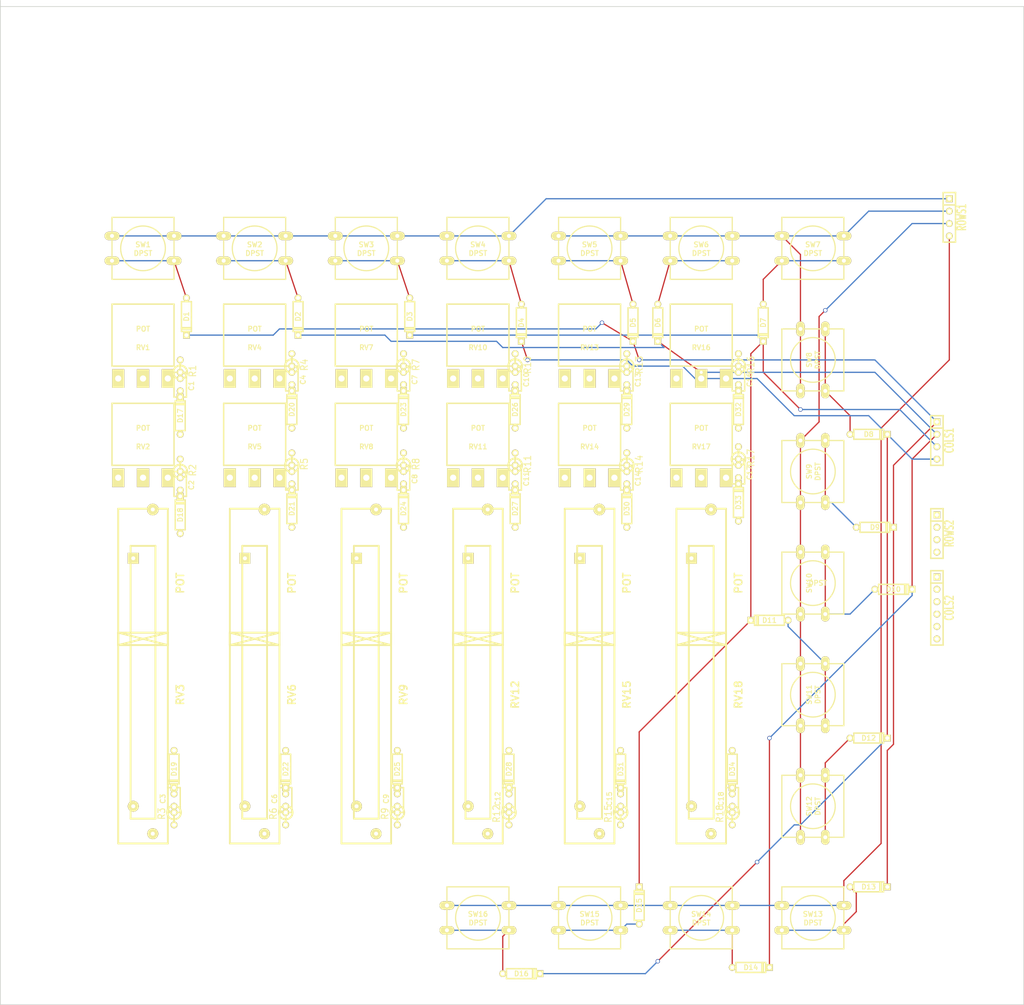
<source format=kicad_pcb>
(kicad_pcb (version 3) (host pcbnew "(2013-mar-25)-stable")

  (general
    (links 206)
    (no_connects 127)
    (area 149.784999 51.994999 359.485001 257.885001)
    (thickness 1.6)
    (drawings 4)
    (tracks 150)
    (zones 0)
    (modules 108)
    (nets 71)
  )

  (page A3)
  (layers
    (15 F.Cu signal)
    (0 B.Cu signal)
    (16 B.Adhes user)
    (17 F.Adhes user)
    (18 B.Paste user)
    (19 F.Paste user)
    (20 B.SilkS user)
    (21 F.SilkS user)
    (22 B.Mask user)
    (23 F.Mask user)
    (24 Dwgs.User user)
    (25 Cmts.User user)
    (26 Eco1.User user)
    (27 Eco2.User user)
    (28 Edge.Cuts user)
  )

  (setup
    (last_trace_width 0.254)
    (trace_clearance 0.254)
    (zone_clearance 0.508)
    (zone_45_only no)
    (trace_min 0.254)
    (segment_width 0.2)
    (edge_width 0.15)
    (via_size 0.889)
    (via_drill 0.635)
    (via_min_size 0.889)
    (via_min_drill 0.508)
    (uvia_size 0.508)
    (uvia_drill 0.127)
    (uvias_allowed no)
    (uvia_min_size 0.508)
    (uvia_min_drill 0.127)
    (pcb_text_width 0.3)
    (pcb_text_size 1.5 1.5)
    (mod_edge_width 0.3)
    (mod_text_size 1.5 1.5)
    (mod_text_width 0.15)
    (pad_size 2.5 3.81)
    (pad_drill 1.27)
    (pad_to_mask_clearance 0.2)
    (aux_axis_origin 0 0)
    (visible_elements FFFFFFBF)
    (pcbplotparams
      (layerselection 3178497)
      (usegerberextensions true)
      (excludeedgelayer true)
      (linewidth 100000)
      (plotframeref false)
      (viasonmask false)
      (mode 1)
      (useauxorigin false)
      (hpglpennumber 1)
      (hpglpenspeed 20)
      (hpglpendiameter 15)
      (hpglpenoverlay 2)
      (psnegative false)
      (psa4output false)
      (plotreference true)
      (plotvalue true)
      (plotothertext true)
      (plotinvisibletext false)
      (padsonsilk false)
      (subtractmaskfromsilk false)
      (outputformat 1)
      (mirror false)
      (drillshape 1)
      (scaleselection 1)
      (outputdirectory ""))
  )

  (net 0 "")
  (net 1 /a1)
  (net 2 /a2)
  (net 3 /a3)
  (net 4 /a4)
  (net 5 /c1)
  (net 6 /c2)
  (net 7 /c3)
  (net 8 /c4)
  (net 9 /col1)
  (net 10 /col2)
  (net 11 /col3)
  (net 12 /col4)
  (net 13 /col5)
  (net 14 /col6)
  (net 15 /row1)
  (net 16 /row2)
  (net 17 /row3)
  (net 18 GND)
  (net 19 N-0000010)
  (net 20 N-0000011)
  (net 21 N-0000012)
  (net 22 N-0000013)
  (net 23 N-0000014)
  (net 24 N-0000015)
  (net 25 N-0000016)
  (net 26 N-0000017)
  (net 27 N-0000018)
  (net 28 N-0000019)
  (net 29 N-0000020)
  (net 30 N-0000021)
  (net 31 N-0000025)
  (net 32 N-0000026)
  (net 33 N-0000029)
  (net 34 N-0000031)
  (net 35 N-0000033)
  (net 36 N-0000034)
  (net 37 N-0000035)
  (net 38 N-0000036)
  (net 39 N-0000037)
  (net 40 N-0000038)
  (net 41 N-0000039)
  (net 42 N-0000040)
  (net 43 N-0000041)
  (net 44 N-0000042)
  (net 45 N-0000043)
  (net 46 N-0000044)
  (net 47 N-000005)
  (net 48 N-0000050)
  (net 49 N-0000051)
  (net 50 N-0000052)
  (net 51 N-0000053)
  (net 52 N-0000054)
  (net 53 N-0000055)
  (net 54 N-0000056)
  (net 55 N-0000057)
  (net 56 N-0000058)
  (net 57 N-0000059)
  (net 58 N-000006)
  (net 59 N-0000060)
  (net 60 N-0000061)
  (net 61 N-0000062)
  (net 62 N-0000063)
  (net 63 N-0000064)
  (net 64 N-0000065)
  (net 65 N-0000066)
  (net 66 N-0000067)
  (net 67 N-0000068)
  (net 68 N-000007)
  (net 69 N-000008)
  (net 70 N-000009)

  (net_class Default "This is the default net class."
    (clearance 0.254)
    (trace_width 0.254)
    (via_dia 0.889)
    (via_drill 0.635)
    (uvia_dia 0.508)
    (uvia_drill 0.127)
    (add_net "")
    (add_net /a1)
    (add_net /a2)
    (add_net /a3)
    (add_net /a4)
    (add_net /c1)
    (add_net /c2)
    (add_net /c3)
    (add_net /c4)
    (add_net /col1)
    (add_net /col2)
    (add_net /col3)
    (add_net /col4)
    (add_net /col5)
    (add_net /col6)
    (add_net /row1)
    (add_net /row2)
    (add_net /row3)
    (add_net GND)
    (add_net N-0000010)
    (add_net N-0000011)
    (add_net N-0000012)
    (add_net N-0000013)
    (add_net N-0000014)
    (add_net N-0000015)
    (add_net N-0000016)
    (add_net N-0000017)
    (add_net N-0000018)
    (add_net N-0000019)
    (add_net N-0000020)
    (add_net N-0000021)
    (add_net N-0000025)
    (add_net N-0000026)
    (add_net N-0000029)
    (add_net N-0000031)
    (add_net N-0000033)
    (add_net N-0000034)
    (add_net N-0000035)
    (add_net N-0000036)
    (add_net N-0000037)
    (add_net N-0000038)
    (add_net N-0000039)
    (add_net N-0000040)
    (add_net N-0000041)
    (add_net N-0000042)
    (add_net N-0000043)
    (add_net N-0000044)
    (add_net N-000005)
    (add_net N-0000050)
    (add_net N-0000051)
    (add_net N-0000052)
    (add_net N-0000053)
    (add_net N-0000054)
    (add_net N-0000055)
    (add_net N-0000056)
    (add_net N-0000057)
    (add_net N-0000058)
    (add_net N-0000059)
    (add_net N-000006)
    (add_net N-0000060)
    (add_net N-0000061)
    (add_net N-0000062)
    (add_net N-0000063)
    (add_net N-0000064)
    (add_net N-0000065)
    (add_net N-0000066)
    (add_net N-0000067)
    (add_net N-0000068)
    (add_net N-000007)
    (add_net N-000008)
    (add_net N-000009)
  )

  (module SW_PUSH-12mm (layer F.Cu) (tedit 5214EF60) (tstamp 5214D9DF)
    (at 316.23 148.59 90)
    (path /5214D1C4)
    (fp_text reference SW9 (at 0 -0.762 90) (layer F.SilkS)
      (effects (font (size 1.016 1.016) (thickness 0.2032)))
    )
    (fp_text value DPST (at 0 1.016 90) (layer F.SilkS)
      (effects (font (size 1.016 1.016) (thickness 0.2032)))
    )
    (fp_circle (center 0 0) (end 3.81 2.54) (layer F.SilkS) (width 0.254))
    (fp_line (start -6.35 -6.35) (end 6.35 -6.35) (layer F.SilkS) (width 0.254))
    (fp_line (start 6.35 -6.35) (end 6.35 6.35) (layer F.SilkS) (width 0.254))
    (fp_line (start 6.35 6.35) (end -6.35 6.35) (layer F.SilkS) (width 0.254))
    (fp_line (start -6.35 6.35) (end -6.35 -6.35) (layer F.SilkS) (width 0.254))
    (pad 1 thru_hole oval (at 6.35 -2.54 90) (size 3.048 1.7272) (drill 0.8128)
      (layers *.Cu *.Mask F.SilkS)
      (net 3 /a3)
    )
    (pad 2 thru_hole oval (at 6.35 2.54 90) (size 3.048 1.7272) (drill 0.8128)
      (layers *.Cu *.Mask F.SilkS)
      (net 22 N-0000013)
    )
    (pad 1 thru_hole oval (at -6.35 -2.54 90) (size 3.048 1.7272) (drill 0.8128)
      (layers *.Cu *.Mask F.SilkS)
      (net 3 /a3)
    )
    (pad 2 thru_hole oval (at -6.35 2.54 90) (size 3.048 1.7272) (drill 0.8128)
      (layers *.Cu *.Mask F.SilkS)
      (net 22 N-0000013)
    )
  )

  (module SW_PUSH-12mm (layer F.Cu) (tedit 4C612761) (tstamp 5214D9EC)
    (at 316.23 125.73 90)
    (path /5214CF8D)
    (fp_text reference SW8 (at 0 -0.762 90) (layer F.SilkS)
      (effects (font (size 1.016 1.016) (thickness 0.2032)))
    )
    (fp_text value DPST (at 0 1.016 90) (layer F.SilkS)
      (effects (font (size 1.016 1.016) (thickness 0.2032)))
    )
    (fp_circle (center 0 0) (end 3.81 2.54) (layer F.SilkS) (width 0.254))
    (fp_line (start -6.35 -6.35) (end 6.35 -6.35) (layer F.SilkS) (width 0.254))
    (fp_line (start 6.35 -6.35) (end 6.35 6.35) (layer F.SilkS) (width 0.254))
    (fp_line (start 6.35 6.35) (end -6.35 6.35) (layer F.SilkS) (width 0.254))
    (fp_line (start -6.35 6.35) (end -6.35 -6.35) (layer F.SilkS) (width 0.254))
    (pad 1 thru_hole oval (at 6.35 -2.54 90) (size 3.048 1.7272) (drill 0.8128)
      (layers *.Cu *.Mask F.SilkS)
      (net 2 /a2)
    )
    (pad 2 thru_hole oval (at 6.35 2.54 90) (size 3.048 1.7272) (drill 0.8128)
      (layers *.Cu *.Mask F.SilkS)
      (net 19 N-0000010)
    )
    (pad 1 thru_hole oval (at -6.35 -2.54 90) (size 3.048 1.7272) (drill 0.8128)
      (layers *.Cu *.Mask F.SilkS)
      (net 2 /a2)
    )
    (pad 2 thru_hole oval (at -6.35 2.54 90) (size 3.048 1.7272) (drill 0.8128)
      (layers *.Cu *.Mask F.SilkS)
      (net 19 N-0000010)
    )
  )

  (module SW_PUSH-12mm (layer F.Cu) (tedit 4C612761) (tstamp 5214D9F9)
    (at 179.07 102.87)
    (path /5214C224)
    (fp_text reference SW1 (at 0 -0.762) (layer F.SilkS)
      (effects (font (size 1.016 1.016) (thickness 0.2032)))
    )
    (fp_text value DPST (at 0 1.016) (layer F.SilkS)
      (effects (font (size 1.016 1.016) (thickness 0.2032)))
    )
    (fp_circle (center 0 0) (end 3.81 2.54) (layer F.SilkS) (width 0.254))
    (fp_line (start -6.35 -6.35) (end 6.35 -6.35) (layer F.SilkS) (width 0.254))
    (fp_line (start 6.35 -6.35) (end 6.35 6.35) (layer F.SilkS) (width 0.254))
    (fp_line (start 6.35 6.35) (end -6.35 6.35) (layer F.SilkS) (width 0.254))
    (fp_line (start -6.35 6.35) (end -6.35 -6.35) (layer F.SilkS) (width 0.254))
    (pad 1 thru_hole oval (at 6.35 -2.54) (size 3.048 1.7272) (drill 0.8128)
      (layers *.Cu *.Mask F.SilkS)
      (net 1 /a1)
    )
    (pad 2 thru_hole oval (at 6.35 2.54) (size 3.048 1.7272) (drill 0.8128)
      (layers *.Cu *.Mask F.SilkS)
      (net 29 N-0000020)
    )
    (pad 1 thru_hole oval (at -6.35 -2.54) (size 3.048 1.7272) (drill 0.8128)
      (layers *.Cu *.Mask F.SilkS)
      (net 1 /a1)
    )
    (pad 2 thru_hole oval (at -6.35 2.54) (size 3.048 1.7272) (drill 0.8128)
      (layers *.Cu *.Mask F.SilkS)
      (net 29 N-0000020)
    )
  )

  (module SW_PUSH-12mm (layer F.Cu) (tedit 4C612761) (tstamp 521A0E53)
    (at 201.93 102.87)
    (path /5214C23F)
    (fp_text reference SW2 (at 0 -0.762) (layer F.SilkS)
      (effects (font (size 1.016 1.016) (thickness 0.2032)))
    )
    (fp_text value DPST (at 0 1.016) (layer F.SilkS)
      (effects (font (size 1.016 1.016) (thickness 0.2032)))
    )
    (fp_circle (center 0 0) (end 3.81 2.54) (layer F.SilkS) (width 0.254))
    (fp_line (start -6.35 -6.35) (end 6.35 -6.35) (layer F.SilkS) (width 0.254))
    (fp_line (start 6.35 -6.35) (end 6.35 6.35) (layer F.SilkS) (width 0.254))
    (fp_line (start 6.35 6.35) (end -6.35 6.35) (layer F.SilkS) (width 0.254))
    (fp_line (start -6.35 6.35) (end -6.35 -6.35) (layer F.SilkS) (width 0.254))
    (pad 1 thru_hole oval (at 6.35 -2.54) (size 3.048 1.7272) (drill 0.8128)
      (layers *.Cu *.Mask F.SilkS)
      (net 1 /a1)
    )
    (pad 2 thru_hole oval (at 6.35 2.54) (size 3.048 1.7272) (drill 0.8128)
      (layers *.Cu *.Mask F.SilkS)
      (net 28 N-0000019)
    )
    (pad 1 thru_hole oval (at -6.35 -2.54) (size 3.048 1.7272) (drill 0.8128)
      (layers *.Cu *.Mask F.SilkS)
      (net 1 /a1)
    )
    (pad 2 thru_hole oval (at -6.35 2.54) (size 3.048 1.7272) (drill 0.8128)
      (layers *.Cu *.Mask F.SilkS)
      (net 28 N-0000019)
    )
  )

  (module SW_PUSH-12mm (layer F.Cu) (tedit 4C612761) (tstamp 5214DA13)
    (at 224.79 102.87)
    (path /5214C24A)
    (fp_text reference SW3 (at 0 -0.762) (layer F.SilkS)
      (effects (font (size 1.016 1.016) (thickness 0.2032)))
    )
    (fp_text value DPST (at 0 1.016) (layer F.SilkS)
      (effects (font (size 1.016 1.016) (thickness 0.2032)))
    )
    (fp_circle (center 0 0) (end 3.81 2.54) (layer F.SilkS) (width 0.254))
    (fp_line (start -6.35 -6.35) (end 6.35 -6.35) (layer F.SilkS) (width 0.254))
    (fp_line (start 6.35 -6.35) (end 6.35 6.35) (layer F.SilkS) (width 0.254))
    (fp_line (start 6.35 6.35) (end -6.35 6.35) (layer F.SilkS) (width 0.254))
    (fp_line (start -6.35 6.35) (end -6.35 -6.35) (layer F.SilkS) (width 0.254))
    (pad 1 thru_hole oval (at 6.35 -2.54) (size 3.048 1.7272) (drill 0.8128)
      (layers *.Cu *.Mask F.SilkS)
      (net 1 /a1)
    )
    (pad 2 thru_hole oval (at 6.35 2.54) (size 3.048 1.7272) (drill 0.8128)
      (layers *.Cu *.Mask F.SilkS)
      (net 27 N-0000018)
    )
    (pad 1 thru_hole oval (at -6.35 -2.54) (size 3.048 1.7272) (drill 0.8128)
      (layers *.Cu *.Mask F.SilkS)
      (net 1 /a1)
    )
    (pad 2 thru_hole oval (at -6.35 2.54) (size 3.048 1.7272) (drill 0.8128)
      (layers *.Cu *.Mask F.SilkS)
      (net 27 N-0000018)
    )
  )

  (module SW_PUSH-12mm (layer F.Cu) (tedit 4C612761) (tstamp 5214DA20)
    (at 247.65 102.87)
    (path /5214C252)
    (fp_text reference SW4 (at 0 -0.762) (layer F.SilkS)
      (effects (font (size 1.016 1.016) (thickness 0.2032)))
    )
    (fp_text value DPST (at 0 1.016) (layer F.SilkS)
      (effects (font (size 1.016 1.016) (thickness 0.2032)))
    )
    (fp_circle (center 0 0) (end 3.81 2.54) (layer F.SilkS) (width 0.254))
    (fp_line (start -6.35 -6.35) (end 6.35 -6.35) (layer F.SilkS) (width 0.254))
    (fp_line (start 6.35 -6.35) (end 6.35 6.35) (layer F.SilkS) (width 0.254))
    (fp_line (start 6.35 6.35) (end -6.35 6.35) (layer F.SilkS) (width 0.254))
    (fp_line (start -6.35 6.35) (end -6.35 -6.35) (layer F.SilkS) (width 0.254))
    (pad 1 thru_hole oval (at 6.35 -2.54) (size 3.048 1.7272) (drill 0.8128)
      (layers *.Cu *.Mask F.SilkS)
      (net 1 /a1)
    )
    (pad 2 thru_hole oval (at 6.35 2.54) (size 3.048 1.7272) (drill 0.8128)
      (layers *.Cu *.Mask F.SilkS)
      (net 26 N-0000017)
    )
    (pad 1 thru_hole oval (at -6.35 -2.54) (size 3.048 1.7272) (drill 0.8128)
      (layers *.Cu *.Mask F.SilkS)
      (net 1 /a1)
    )
    (pad 2 thru_hole oval (at -6.35 2.54) (size 3.048 1.7272) (drill 0.8128)
      (layers *.Cu *.Mask F.SilkS)
      (net 26 N-0000017)
    )
  )

  (module SW_PUSH-12mm (layer F.Cu) (tedit 4C612761) (tstamp 5214EFBF)
    (at 316.23 102.87)
    (path /5214CF87)
    (fp_text reference SW7 (at 0 -0.762) (layer F.SilkS)
      (effects (font (size 1.016 1.016) (thickness 0.2032)))
    )
    (fp_text value DPST (at 0 1.016) (layer F.SilkS)
      (effects (font (size 1.016 1.016) (thickness 0.2032)))
    )
    (fp_circle (center 0 0) (end 3.81 2.54) (layer F.SilkS) (width 0.254))
    (fp_line (start -6.35 -6.35) (end 6.35 -6.35) (layer F.SilkS) (width 0.254))
    (fp_line (start 6.35 -6.35) (end 6.35 6.35) (layer F.SilkS) (width 0.254))
    (fp_line (start 6.35 6.35) (end -6.35 6.35) (layer F.SilkS) (width 0.254))
    (fp_line (start -6.35 6.35) (end -6.35 -6.35) (layer F.SilkS) (width 0.254))
    (pad 1 thru_hole oval (at 6.35 -2.54) (size 3.048 1.7272) (drill 0.8128)
      (layers *.Cu *.Mask F.SilkS)
      (net 2 /a2)
    )
    (pad 2 thru_hole oval (at 6.35 2.54) (size 3.048 1.7272) (drill 0.8128)
      (layers *.Cu *.Mask F.SilkS)
      (net 20 N-0000011)
    )
    (pad 1 thru_hole oval (at -6.35 -2.54) (size 3.048 1.7272) (drill 0.8128)
      (layers *.Cu *.Mask F.SilkS)
      (net 2 /a2)
    )
    (pad 2 thru_hole oval (at -6.35 2.54) (size 3.048 1.7272) (drill 0.8128)
      (layers *.Cu *.Mask F.SilkS)
      (net 20 N-0000011)
    )
  )

  (module SW_PUSH-12mm (layer F.Cu) (tedit 4C612761) (tstamp 5214DA3A)
    (at 293.37 102.87)
    (path /5214CF81)
    (fp_text reference SW6 (at 0 -0.762) (layer F.SilkS)
      (effects (font (size 1.016 1.016) (thickness 0.2032)))
    )
    (fp_text value DPST (at 0 1.016) (layer F.SilkS)
      (effects (font (size 1.016 1.016) (thickness 0.2032)))
    )
    (fp_circle (center 0 0) (end 3.81 2.54) (layer F.SilkS) (width 0.254))
    (fp_line (start -6.35 -6.35) (end 6.35 -6.35) (layer F.SilkS) (width 0.254))
    (fp_line (start 6.35 -6.35) (end 6.35 6.35) (layer F.SilkS) (width 0.254))
    (fp_line (start 6.35 6.35) (end -6.35 6.35) (layer F.SilkS) (width 0.254))
    (fp_line (start -6.35 6.35) (end -6.35 -6.35) (layer F.SilkS) (width 0.254))
    (pad 1 thru_hole oval (at 6.35 -2.54) (size 3.048 1.7272) (drill 0.8128)
      (layers *.Cu *.Mask F.SilkS)
      (net 2 /a2)
    )
    (pad 2 thru_hole oval (at 6.35 2.54) (size 3.048 1.7272) (drill 0.8128)
      (layers *.Cu *.Mask F.SilkS)
      (net 21 N-0000012)
    )
    (pad 1 thru_hole oval (at -6.35 -2.54) (size 3.048 1.7272) (drill 0.8128)
      (layers *.Cu *.Mask F.SilkS)
      (net 2 /a2)
    )
    (pad 2 thru_hole oval (at -6.35 2.54) (size 3.048 1.7272) (drill 0.8128)
      (layers *.Cu *.Mask F.SilkS)
      (net 21 N-0000012)
    )
  )

  (module SW_PUSH-12mm (layer F.Cu) (tedit 5214EF19) (tstamp 5214DA47)
    (at 316.23 171.45 90)
    (path /5214D1CA)
    (fp_text reference SW10 (at 0 -0.762 90) (layer F.SilkS)
      (effects (font (size 1.016 1.016) (thickness 0.2032)))
    )
    (fp_text value DPST (at 0 1.016 180) (layer F.SilkS)
      (effects (font (size 1.016 1.016) (thickness 0.2032)))
    )
    (fp_circle (center 0 0) (end 3.81 2.54) (layer F.SilkS) (width 0.254))
    (fp_line (start -6.35 -6.35) (end 6.35 -6.35) (layer F.SilkS) (width 0.254))
    (fp_line (start 6.35 -6.35) (end 6.35 6.35) (layer F.SilkS) (width 0.254))
    (fp_line (start 6.35 6.35) (end -6.35 6.35) (layer F.SilkS) (width 0.254))
    (fp_line (start -6.35 6.35) (end -6.35 -6.35) (layer F.SilkS) (width 0.254))
    (pad 1 thru_hole oval (at 6.35 -2.54 90) (size 3.048 1.7272) (drill 0.8128)
      (layers *.Cu *.Mask F.SilkS)
      (net 3 /a3)
    )
    (pad 2 thru_hole oval (at 6.35 2.54 90) (size 3.048 1.7272) (drill 0.8128)
      (layers *.Cu *.Mask F.SilkS)
      (net 23 N-0000014)
    )
    (pad 1 thru_hole oval (at -6.35 -2.54 90) (size 3.048 1.7272) (drill 0.8128)
      (layers *.Cu *.Mask F.SilkS)
      (net 3 /a3)
    )
    (pad 2 thru_hole oval (at -6.35 2.54 90) (size 3.048 1.7272) (drill 0.8128)
      (layers *.Cu *.Mask F.SilkS)
      (net 23 N-0000014)
    )
  )

  (module SW_PUSH-12mm (layer F.Cu) (tedit 4C612761) (tstamp 5214DA54)
    (at 247.65 240.03)
    (path /5214D23B)
    (fp_text reference SW16 (at 0 -0.762) (layer F.SilkS)
      (effects (font (size 1.016 1.016) (thickness 0.2032)))
    )
    (fp_text value DPST (at 0 1.016) (layer F.SilkS)
      (effects (font (size 1.016 1.016) (thickness 0.2032)))
    )
    (fp_circle (center 0 0) (end 3.81 2.54) (layer F.SilkS) (width 0.254))
    (fp_line (start -6.35 -6.35) (end 6.35 -6.35) (layer F.SilkS) (width 0.254))
    (fp_line (start 6.35 -6.35) (end 6.35 6.35) (layer F.SilkS) (width 0.254))
    (fp_line (start 6.35 6.35) (end -6.35 6.35) (layer F.SilkS) (width 0.254))
    (fp_line (start -6.35 6.35) (end -6.35 -6.35) (layer F.SilkS) (width 0.254))
    (pad 1 thru_hole oval (at 6.35 -2.54) (size 3.048 1.7272) (drill 0.8128)
      (layers *.Cu *.Mask F.SilkS)
      (net 4 /a4)
    )
    (pad 2 thru_hole oval (at 6.35 2.54) (size 3.048 1.7272) (drill 0.8128)
      (layers *.Cu *.Mask F.SilkS)
      (net 58 N-000006)
    )
    (pad 1 thru_hole oval (at -6.35 -2.54) (size 3.048 1.7272) (drill 0.8128)
      (layers *.Cu *.Mask F.SilkS)
      (net 4 /a4)
    )
    (pad 2 thru_hole oval (at -6.35 2.54) (size 3.048 1.7272) (drill 0.8128)
      (layers *.Cu *.Mask F.SilkS)
      (net 58 N-000006)
    )
  )

  (module SW_PUSH-12mm (layer F.Cu) (tedit 4C612761) (tstamp 5214DA61)
    (at 270.51 102.87)
    (path /5214C67D)
    (fp_text reference SW5 (at 0 -0.762) (layer F.SilkS)
      (effects (font (size 1.016 1.016) (thickness 0.2032)))
    )
    (fp_text value DPST (at 0 1.016) (layer F.SilkS)
      (effects (font (size 1.016 1.016) (thickness 0.2032)))
    )
    (fp_circle (center 0 0) (end 3.81 2.54) (layer F.SilkS) (width 0.254))
    (fp_line (start -6.35 -6.35) (end 6.35 -6.35) (layer F.SilkS) (width 0.254))
    (fp_line (start 6.35 -6.35) (end 6.35 6.35) (layer F.SilkS) (width 0.254))
    (fp_line (start 6.35 6.35) (end -6.35 6.35) (layer F.SilkS) (width 0.254))
    (fp_line (start -6.35 6.35) (end -6.35 -6.35) (layer F.SilkS) (width 0.254))
    (pad 1 thru_hole oval (at 6.35 -2.54) (size 3.048 1.7272) (drill 0.8128)
      (layers *.Cu *.Mask F.SilkS)
      (net 2 /a2)
    )
    (pad 2 thru_hole oval (at 6.35 2.54) (size 3.048 1.7272) (drill 0.8128)
      (layers *.Cu *.Mask F.SilkS)
      (net 70 N-000009)
    )
    (pad 1 thru_hole oval (at -6.35 -2.54) (size 3.048 1.7272) (drill 0.8128)
      (layers *.Cu *.Mask F.SilkS)
      (net 2 /a2)
    )
    (pad 2 thru_hole oval (at -6.35 2.54) (size 3.048 1.7272) (drill 0.8128)
      (layers *.Cu *.Mask F.SilkS)
      (net 70 N-000009)
    )
  )

  (module SW_PUSH-12mm (layer F.Cu) (tedit 4C612761) (tstamp 5214DA6E)
    (at 293.37 240.03)
    (path /5214D22F)
    (fp_text reference SW14 (at 0 -0.762) (layer F.SilkS)
      (effects (font (size 1.016 1.016) (thickness 0.2032)))
    )
    (fp_text value DPST (at 0 1.016) (layer F.SilkS)
      (effects (font (size 1.016 1.016) (thickness 0.2032)))
    )
    (fp_circle (center 0 0) (end 3.81 2.54) (layer F.SilkS) (width 0.254))
    (fp_line (start -6.35 -6.35) (end 6.35 -6.35) (layer F.SilkS) (width 0.254))
    (fp_line (start 6.35 -6.35) (end 6.35 6.35) (layer F.SilkS) (width 0.254))
    (fp_line (start 6.35 6.35) (end -6.35 6.35) (layer F.SilkS) (width 0.254))
    (fp_line (start -6.35 6.35) (end -6.35 -6.35) (layer F.SilkS) (width 0.254))
    (pad 1 thru_hole oval (at 6.35 -2.54) (size 3.048 1.7272) (drill 0.8128)
      (layers *.Cu *.Mask F.SilkS)
      (net 4 /a4)
    )
    (pad 2 thru_hole oval (at 6.35 2.54) (size 3.048 1.7272) (drill 0.8128)
      (layers *.Cu *.Mask F.SilkS)
      (net 69 N-000008)
    )
    (pad 1 thru_hole oval (at -6.35 -2.54) (size 3.048 1.7272) (drill 0.8128)
      (layers *.Cu *.Mask F.SilkS)
      (net 4 /a4)
    )
    (pad 2 thru_hole oval (at -6.35 2.54) (size 3.048 1.7272) (drill 0.8128)
      (layers *.Cu *.Mask F.SilkS)
      (net 69 N-000008)
    )
  )

  (module SW_PUSH-12mm (layer F.Cu) (tedit 4C612761) (tstamp 5214DA7B)
    (at 316.23 194.31 90)
    (path /5214D1D0)
    (fp_text reference SW11 (at 0 -0.762 90) (layer F.SilkS)
      (effects (font (size 1.016 1.016) (thickness 0.2032)))
    )
    (fp_text value DPST (at 0 1.016 90) (layer F.SilkS)
      (effects (font (size 1.016 1.016) (thickness 0.2032)))
    )
    (fp_circle (center 0 0) (end 3.81 2.54) (layer F.SilkS) (width 0.254))
    (fp_line (start -6.35 -6.35) (end 6.35 -6.35) (layer F.SilkS) (width 0.254))
    (fp_line (start 6.35 -6.35) (end 6.35 6.35) (layer F.SilkS) (width 0.254))
    (fp_line (start 6.35 6.35) (end -6.35 6.35) (layer F.SilkS) (width 0.254))
    (fp_line (start -6.35 6.35) (end -6.35 -6.35) (layer F.SilkS) (width 0.254))
    (pad 1 thru_hole oval (at 6.35 -2.54 90) (size 3.048 1.7272) (drill 0.8128)
      (layers *.Cu *.Mask F.SilkS)
      (net 3 /a3)
    )
    (pad 2 thru_hole oval (at 6.35 2.54 90) (size 3.048 1.7272) (drill 0.8128)
      (layers *.Cu *.Mask F.SilkS)
      (net 24 N-0000015)
    )
    (pad 1 thru_hole oval (at -6.35 -2.54 90) (size 3.048 1.7272) (drill 0.8128)
      (layers *.Cu *.Mask F.SilkS)
      (net 3 /a3)
    )
    (pad 2 thru_hole oval (at -6.35 2.54 90) (size 3.048 1.7272) (drill 0.8128)
      (layers *.Cu *.Mask F.SilkS)
      (net 24 N-0000015)
    )
  )

  (module SW_PUSH-12mm (layer F.Cu) (tedit 4C612761) (tstamp 5214DA88)
    (at 316.23 240.03)
    (path /5214D218)
    (fp_text reference SW13 (at 0 -0.762) (layer F.SilkS)
      (effects (font (size 1.016 1.016) (thickness 0.2032)))
    )
    (fp_text value DPST (at 0 1.016) (layer F.SilkS)
      (effects (font (size 1.016 1.016) (thickness 0.2032)))
    )
    (fp_circle (center 0 0) (end 3.81 2.54) (layer F.SilkS) (width 0.254))
    (fp_line (start -6.35 -6.35) (end 6.35 -6.35) (layer F.SilkS) (width 0.254))
    (fp_line (start 6.35 -6.35) (end 6.35 6.35) (layer F.SilkS) (width 0.254))
    (fp_line (start 6.35 6.35) (end -6.35 6.35) (layer F.SilkS) (width 0.254))
    (fp_line (start -6.35 6.35) (end -6.35 -6.35) (layer F.SilkS) (width 0.254))
    (pad 1 thru_hole oval (at 6.35 -2.54) (size 3.048 1.7272) (drill 0.8128)
      (layers *.Cu *.Mask F.SilkS)
      (net 4 /a4)
    )
    (pad 2 thru_hole oval (at 6.35 2.54) (size 3.048 1.7272) (drill 0.8128)
      (layers *.Cu *.Mask F.SilkS)
      (net 47 N-000005)
    )
    (pad 1 thru_hole oval (at -6.35 -2.54) (size 3.048 1.7272) (drill 0.8128)
      (layers *.Cu *.Mask F.SilkS)
      (net 4 /a4)
    )
    (pad 2 thru_hole oval (at -6.35 2.54) (size 3.048 1.7272) (drill 0.8128)
      (layers *.Cu *.Mask F.SilkS)
      (net 47 N-000005)
    )
  )

  (module SW_PUSH-12mm (layer F.Cu) (tedit 4C612761) (tstamp 5214DA95)
    (at 270.51 240.03)
    (path /5214D235)
    (fp_text reference SW15 (at 0 -0.762) (layer F.SilkS)
      (effects (font (size 1.016 1.016) (thickness 0.2032)))
    )
    (fp_text value DPST (at 0 1.016) (layer F.SilkS)
      (effects (font (size 1.016 1.016) (thickness 0.2032)))
    )
    (fp_circle (center 0 0) (end 3.81 2.54) (layer F.SilkS) (width 0.254))
    (fp_line (start -6.35 -6.35) (end 6.35 -6.35) (layer F.SilkS) (width 0.254))
    (fp_line (start 6.35 -6.35) (end 6.35 6.35) (layer F.SilkS) (width 0.254))
    (fp_line (start 6.35 6.35) (end -6.35 6.35) (layer F.SilkS) (width 0.254))
    (fp_line (start -6.35 6.35) (end -6.35 -6.35) (layer F.SilkS) (width 0.254))
    (pad 1 thru_hole oval (at 6.35 -2.54) (size 3.048 1.7272) (drill 0.8128)
      (layers *.Cu *.Mask F.SilkS)
      (net 4 /a4)
    )
    (pad 2 thru_hole oval (at 6.35 2.54) (size 3.048 1.7272) (drill 0.8128)
      (layers *.Cu *.Mask F.SilkS)
      (net 68 N-000007)
    )
    (pad 1 thru_hole oval (at -6.35 -2.54) (size 3.048 1.7272) (drill 0.8128)
      (layers *.Cu *.Mask F.SilkS)
      (net 4 /a4)
    )
    (pad 2 thru_hole oval (at -6.35 2.54) (size 3.048 1.7272) (drill 0.8128)
      (layers *.Cu *.Mask F.SilkS)
      (net 68 N-000007)
    )
  )

  (module SW_PUSH-12mm (layer F.Cu) (tedit 4C612761) (tstamp 5214DAA2)
    (at 316.23 217.17 90)
    (path /5214D1D6)
    (fp_text reference SW12 (at 0 -0.762 90) (layer F.SilkS)
      (effects (font (size 1.016 1.016) (thickness 0.2032)))
    )
    (fp_text value DPST (at 0 1.016 90) (layer F.SilkS)
      (effects (font (size 1.016 1.016) (thickness 0.2032)))
    )
    (fp_circle (center 0 0) (end 3.81 2.54) (layer F.SilkS) (width 0.254))
    (fp_line (start -6.35 -6.35) (end 6.35 -6.35) (layer F.SilkS) (width 0.254))
    (fp_line (start 6.35 -6.35) (end 6.35 6.35) (layer F.SilkS) (width 0.254))
    (fp_line (start 6.35 6.35) (end -6.35 6.35) (layer F.SilkS) (width 0.254))
    (fp_line (start -6.35 6.35) (end -6.35 -6.35) (layer F.SilkS) (width 0.254))
    (pad 1 thru_hole oval (at 6.35 -2.54 90) (size 3.048 1.7272) (drill 0.8128)
      (layers *.Cu *.Mask F.SilkS)
      (net 3 /a3)
    )
    (pad 2 thru_hole oval (at 6.35 2.54 90) (size 3.048 1.7272) (drill 0.8128)
      (layers *.Cu *.Mask F.SilkS)
      (net 25 N-0000016)
    )
    (pad 1 thru_hole oval (at -6.35 -2.54 90) (size 3.048 1.7272) (drill 0.8128)
      (layers *.Cu *.Mask F.SilkS)
      (net 3 /a3)
    )
    (pad 2 thru_hole oval (at -6.35 2.54 90) (size 3.048 1.7272) (drill 0.8128)
      (layers *.Cu *.Mask F.SilkS)
      (net 25 N-0000016)
    )
  )

  (module SIL-4 (layer F.Cu) (tedit 200000) (tstamp 5214FF91)
    (at 341.63 142.24 270)
    (descr "Connecteur 4 pibs")
    (tags "CONN DEV")
    (path /5214C101)
    (fp_text reference COLS1 (at 0 -2.54 270) (layer F.SilkS)
      (effects (font (size 1.73482 1.08712) (thickness 0.3048)))
    )
    (fp_text value CONN_4 (at 0 -2.54 270) (layer F.SilkS) hide
      (effects (font (size 1.524 1.016) (thickness 0.3048)))
    )
    (fp_line (start -5.08 -1.27) (end -5.08 -1.27) (layer F.SilkS) (width 0.3048))
    (fp_line (start -5.08 1.27) (end -5.08 -1.27) (layer F.SilkS) (width 0.3048))
    (fp_line (start -5.08 -1.27) (end -5.08 -1.27) (layer F.SilkS) (width 0.3048))
    (fp_line (start -5.08 -1.27) (end 5.08 -1.27) (layer F.SilkS) (width 0.3048))
    (fp_line (start 5.08 -1.27) (end 5.08 1.27) (layer F.SilkS) (width 0.3048))
    (fp_line (start 5.08 1.27) (end -5.08 1.27) (layer F.SilkS) (width 0.3048))
    (fp_line (start -2.54 1.27) (end -2.54 -1.27) (layer F.SilkS) (width 0.3048))
    (pad 1 thru_hole rect (at -3.81 0 270) (size 1.397 1.397) (drill 0.8128)
      (layers *.Cu *.Mask F.SilkS)
      (net 5 /c1)
    )
    (pad 2 thru_hole circle (at -1.27 0 270) (size 1.397 1.397) (drill 0.8128)
      (layers *.Cu *.Mask F.SilkS)
      (net 6 /c2)
    )
    (pad 3 thru_hole circle (at 1.27 0 270) (size 1.397 1.397) (drill 0.8128)
      (layers *.Cu *.Mask F.SilkS)
      (net 7 /c3)
    )
    (pad 4 thru_hole circle (at 3.81 0 270) (size 1.397 1.397) (drill 0.8128)
      (layers *.Cu *.Mask F.SilkS)
      (net 8 /c4)
    )
  )

  (module SIL-4 (layer F.Cu) (tedit 200000) (tstamp 5214DAC0)
    (at 344.17 96.52 270)
    (descr "Connecteur 4 pibs")
    (tags "CONN DEV")
    (path /5214C0F4)
    (fp_text reference ROWS1 (at 0 -2.54 270) (layer F.SilkS)
      (effects (font (size 1.73482 1.08712) (thickness 0.3048)))
    )
    (fp_text value CONN_4 (at 0 -2.54 270) (layer F.SilkS) hide
      (effects (font (size 1.524 1.016) (thickness 0.3048)))
    )
    (fp_line (start -5.08 -1.27) (end -5.08 -1.27) (layer F.SilkS) (width 0.3048))
    (fp_line (start -5.08 1.27) (end -5.08 -1.27) (layer F.SilkS) (width 0.3048))
    (fp_line (start -5.08 -1.27) (end -5.08 -1.27) (layer F.SilkS) (width 0.3048))
    (fp_line (start -5.08 -1.27) (end 5.08 -1.27) (layer F.SilkS) (width 0.3048))
    (fp_line (start 5.08 -1.27) (end 5.08 1.27) (layer F.SilkS) (width 0.3048))
    (fp_line (start 5.08 1.27) (end -5.08 1.27) (layer F.SilkS) (width 0.3048))
    (fp_line (start -2.54 1.27) (end -2.54 -1.27) (layer F.SilkS) (width 0.3048))
    (pad 1 thru_hole rect (at -3.81 0 270) (size 1.397 1.397) (drill 0.8128)
      (layers *.Cu *.Mask F.SilkS)
      (net 1 /a1)
    )
    (pad 2 thru_hole circle (at -1.27 0 270) (size 1.397 1.397) (drill 0.8128)
      (layers *.Cu *.Mask F.SilkS)
      (net 2 /a2)
    )
    (pad 3 thru_hole circle (at 1.27 0 270) (size 1.397 1.397) (drill 0.8128)
      (layers *.Cu *.Mask F.SilkS)
      (net 3 /a3)
    )
    (pad 4 thru_hole circle (at 3.81 0 270) (size 1.397 1.397) (drill 0.8128)
      (layers *.Cu *.Mask F.SilkS)
      (net 4 /a4)
    )
  )

  (module D3 (layer F.Cu) (tedit 200000) (tstamp 5214DAD0)
    (at 332.74 172.72)
    (descr "Diode 3 pas")
    (tags "DIODE DEV")
    (path /5214D1EE)
    (fp_text reference D10 (at 0 0) (layer F.SilkS)
      (effects (font (size 1.016 1.016) (thickness 0.2032)))
    )
    (fp_text value DIODE (at 0 0) (layer F.SilkS) hide
      (effects (font (size 1.016 1.016) (thickness 0.2032)))
    )
    (fp_line (start 3.81 0) (end 3.048 0) (layer F.SilkS) (width 0.3048))
    (fp_line (start 3.048 0) (end 3.048 -1.016) (layer F.SilkS) (width 0.3048))
    (fp_line (start 3.048 -1.016) (end -3.048 -1.016) (layer F.SilkS) (width 0.3048))
    (fp_line (start -3.048 -1.016) (end -3.048 0) (layer F.SilkS) (width 0.3048))
    (fp_line (start -3.048 0) (end -3.81 0) (layer F.SilkS) (width 0.3048))
    (fp_line (start -3.048 0) (end -3.048 1.016) (layer F.SilkS) (width 0.3048))
    (fp_line (start -3.048 1.016) (end 3.048 1.016) (layer F.SilkS) (width 0.3048))
    (fp_line (start 3.048 1.016) (end 3.048 0) (layer F.SilkS) (width 0.3048))
    (fp_line (start 2.54 -1.016) (end 2.54 1.016) (layer F.SilkS) (width 0.3048))
    (fp_line (start 2.286 1.016) (end 2.286 -1.016) (layer F.SilkS) (width 0.3048))
    (pad 2 thru_hole rect (at 3.81 0) (size 1.397 1.397) (drill 0.8128)
      (layers *.Cu *.Mask F.SilkS)
      (net 6 /c2)
    )
    (pad 1 thru_hole circle (at -3.81 0) (size 1.397 1.397) (drill 0.8128)
      (layers *.Cu *.Mask F.SilkS)
      (net 23 N-0000014)
    )
    (model discret/diode.wrl
      (at (xyz 0 0 0))
      (scale (xyz 0.3 0.3 0.3))
      (rotate (xyz 0 0 0))
    )
  )

  (module D3 (layer F.Cu) (tedit 200000) (tstamp 5214DAE0)
    (at 327.66 203.2)
    (descr "Diode 3 pas")
    (tags "DIODE DEV")
    (path /5214D1FA)
    (fp_text reference D12 (at 0 0) (layer F.SilkS)
      (effects (font (size 1.016 1.016) (thickness 0.2032)))
    )
    (fp_text value DIODE (at 0 0) (layer F.SilkS) hide
      (effects (font (size 1.016 1.016) (thickness 0.2032)))
    )
    (fp_line (start 3.81 0) (end 3.048 0) (layer F.SilkS) (width 0.3048))
    (fp_line (start 3.048 0) (end 3.048 -1.016) (layer F.SilkS) (width 0.3048))
    (fp_line (start 3.048 -1.016) (end -3.048 -1.016) (layer F.SilkS) (width 0.3048))
    (fp_line (start -3.048 -1.016) (end -3.048 0) (layer F.SilkS) (width 0.3048))
    (fp_line (start -3.048 0) (end -3.81 0) (layer F.SilkS) (width 0.3048))
    (fp_line (start -3.048 0) (end -3.048 1.016) (layer F.SilkS) (width 0.3048))
    (fp_line (start -3.048 1.016) (end 3.048 1.016) (layer F.SilkS) (width 0.3048))
    (fp_line (start 3.048 1.016) (end 3.048 0) (layer F.SilkS) (width 0.3048))
    (fp_line (start 2.54 -1.016) (end 2.54 1.016) (layer F.SilkS) (width 0.3048))
    (fp_line (start 2.286 1.016) (end 2.286 -1.016) (layer F.SilkS) (width 0.3048))
    (pad 2 thru_hole rect (at 3.81 0) (size 1.397 1.397) (drill 0.8128)
      (layers *.Cu *.Mask F.SilkS)
      (net 8 /c4)
    )
    (pad 1 thru_hole circle (at -3.81 0) (size 1.397 1.397) (drill 0.8128)
      (layers *.Cu *.Mask F.SilkS)
      (net 25 N-0000016)
    )
    (model discret/diode.wrl
      (at (xyz 0 0 0))
      (scale (xyz 0.3 0.3 0.3))
      (rotate (xyz 0 0 0))
    )
  )

  (module D3 (layer F.Cu) (tedit 200000) (tstamp 521500F6)
    (at 303.53 250.19)
    (descr "Diode 3 pas")
    (tags "DIODE DEV")
    (path /5214D241)
    (fp_text reference D14 (at 0 0) (layer F.SilkS)
      (effects (font (size 1.016 1.016) (thickness 0.2032)))
    )
    (fp_text value DIODE (at 0 0) (layer F.SilkS) hide
      (effects (font (size 1.016 1.016) (thickness 0.2032)))
    )
    (fp_line (start 3.81 0) (end 3.048 0) (layer F.SilkS) (width 0.3048))
    (fp_line (start 3.048 0) (end 3.048 -1.016) (layer F.SilkS) (width 0.3048))
    (fp_line (start 3.048 -1.016) (end -3.048 -1.016) (layer F.SilkS) (width 0.3048))
    (fp_line (start -3.048 -1.016) (end -3.048 0) (layer F.SilkS) (width 0.3048))
    (fp_line (start -3.048 0) (end -3.81 0) (layer F.SilkS) (width 0.3048))
    (fp_line (start -3.048 0) (end -3.048 1.016) (layer F.SilkS) (width 0.3048))
    (fp_line (start -3.048 1.016) (end 3.048 1.016) (layer F.SilkS) (width 0.3048))
    (fp_line (start 3.048 1.016) (end 3.048 0) (layer F.SilkS) (width 0.3048))
    (fp_line (start 2.54 -1.016) (end 2.54 1.016) (layer F.SilkS) (width 0.3048))
    (fp_line (start 2.286 1.016) (end 2.286 -1.016) (layer F.SilkS) (width 0.3048))
    (pad 2 thru_hole rect (at 3.81 0) (size 1.397 1.397) (drill 0.8128)
      (layers *.Cu *.Mask F.SilkS)
      (net 6 /c2)
    )
    (pad 1 thru_hole circle (at -3.81 0) (size 1.397 1.397) (drill 0.8128)
      (layers *.Cu *.Mask F.SilkS)
      (net 69 N-000008)
    )
    (model discret/diode.wrl
      (at (xyz 0 0 0))
      (scale (xyz 0.3 0.3 0.3))
      (rotate (xyz 0 0 0))
    )
  )

  (module D3 (layer F.Cu) (tedit 200000) (tstamp 5214DB00)
    (at 256.54 251.46)
    (descr "Diode 3 pas")
    (tags "DIODE DEV")
    (path /5214D24D)
    (fp_text reference D16 (at 0 0) (layer F.SilkS)
      (effects (font (size 1.016 1.016) (thickness 0.2032)))
    )
    (fp_text value DIODE (at 0 0) (layer F.SilkS) hide
      (effects (font (size 1.016 1.016) (thickness 0.2032)))
    )
    (fp_line (start 3.81 0) (end 3.048 0) (layer F.SilkS) (width 0.3048))
    (fp_line (start 3.048 0) (end 3.048 -1.016) (layer F.SilkS) (width 0.3048))
    (fp_line (start 3.048 -1.016) (end -3.048 -1.016) (layer F.SilkS) (width 0.3048))
    (fp_line (start -3.048 -1.016) (end -3.048 0) (layer F.SilkS) (width 0.3048))
    (fp_line (start -3.048 0) (end -3.81 0) (layer F.SilkS) (width 0.3048))
    (fp_line (start -3.048 0) (end -3.048 1.016) (layer F.SilkS) (width 0.3048))
    (fp_line (start -3.048 1.016) (end 3.048 1.016) (layer F.SilkS) (width 0.3048))
    (fp_line (start 3.048 1.016) (end 3.048 0) (layer F.SilkS) (width 0.3048))
    (fp_line (start 2.54 -1.016) (end 2.54 1.016) (layer F.SilkS) (width 0.3048))
    (fp_line (start 2.286 1.016) (end 2.286 -1.016) (layer F.SilkS) (width 0.3048))
    (pad 2 thru_hole rect (at 3.81 0) (size 1.397 1.397) (drill 0.8128)
      (layers *.Cu *.Mask F.SilkS)
      (net 8 /c4)
    )
    (pad 1 thru_hole circle (at -3.81 0) (size 1.397 1.397) (drill 0.8128)
      (layers *.Cu *.Mask F.SilkS)
      (net 58 N-000006)
    )
    (model discret/diode.wrl
      (at (xyz 0 0 0))
      (scale (xyz 0.3 0.3 0.3))
      (rotate (xyz 0 0 0))
    )
  )

  (module D3 (layer F.Cu) (tedit 200000) (tstamp 521500E5)
    (at 328.93 160.02)
    (descr "Diode 3 pas")
    (tags "DIODE DEV")
    (path /5214D1E8)
    (fp_text reference D9 (at 0 0) (layer F.SilkS)
      (effects (font (size 1.016 1.016) (thickness 0.2032)))
    )
    (fp_text value DIODE (at 0 0) (layer F.SilkS) hide
      (effects (font (size 1.016 1.016) (thickness 0.2032)))
    )
    (fp_line (start 3.81 0) (end 3.048 0) (layer F.SilkS) (width 0.3048))
    (fp_line (start 3.048 0) (end 3.048 -1.016) (layer F.SilkS) (width 0.3048))
    (fp_line (start 3.048 -1.016) (end -3.048 -1.016) (layer F.SilkS) (width 0.3048))
    (fp_line (start -3.048 -1.016) (end -3.048 0) (layer F.SilkS) (width 0.3048))
    (fp_line (start -3.048 0) (end -3.81 0) (layer F.SilkS) (width 0.3048))
    (fp_line (start -3.048 0) (end -3.048 1.016) (layer F.SilkS) (width 0.3048))
    (fp_line (start -3.048 1.016) (end 3.048 1.016) (layer F.SilkS) (width 0.3048))
    (fp_line (start 3.048 1.016) (end 3.048 0) (layer F.SilkS) (width 0.3048))
    (fp_line (start 2.54 -1.016) (end 2.54 1.016) (layer F.SilkS) (width 0.3048))
    (fp_line (start 2.286 1.016) (end 2.286 -1.016) (layer F.SilkS) (width 0.3048))
    (pad 2 thru_hole rect (at 3.81 0) (size 1.397 1.397) (drill 0.8128)
      (layers *.Cu *.Mask F.SilkS)
      (net 5 /c1)
    )
    (pad 1 thru_hole circle (at -3.81 0) (size 1.397 1.397) (drill 0.8128)
      (layers *.Cu *.Mask F.SilkS)
      (net 22 N-0000013)
    )
    (model discret/diode.wrl
      (at (xyz 0 0 0))
      (scale (xyz 0.3 0.3 0.3))
      (rotate (xyz 0 0 0))
    )
  )

  (module D3 (layer F.Cu) (tedit 200000) (tstamp 5214DB20)
    (at 327.66 140.97)
    (descr "Diode 3 pas")
    (tags "DIODE DEV")
    (path /5214CFAB)
    (fp_text reference D8 (at 0 0) (layer F.SilkS)
      (effects (font (size 1.016 1.016) (thickness 0.2032)))
    )
    (fp_text value DIODE (at 0 0) (layer F.SilkS) hide
      (effects (font (size 1.016 1.016) (thickness 0.2032)))
    )
    (fp_line (start 3.81 0) (end 3.048 0) (layer F.SilkS) (width 0.3048))
    (fp_line (start 3.048 0) (end 3.048 -1.016) (layer F.SilkS) (width 0.3048))
    (fp_line (start 3.048 -1.016) (end -3.048 -1.016) (layer F.SilkS) (width 0.3048))
    (fp_line (start -3.048 -1.016) (end -3.048 0) (layer F.SilkS) (width 0.3048))
    (fp_line (start -3.048 0) (end -3.81 0) (layer F.SilkS) (width 0.3048))
    (fp_line (start -3.048 0) (end -3.048 1.016) (layer F.SilkS) (width 0.3048))
    (fp_line (start -3.048 1.016) (end 3.048 1.016) (layer F.SilkS) (width 0.3048))
    (fp_line (start 3.048 1.016) (end 3.048 0) (layer F.SilkS) (width 0.3048))
    (fp_line (start 2.54 -1.016) (end 2.54 1.016) (layer F.SilkS) (width 0.3048))
    (fp_line (start 2.286 1.016) (end 2.286 -1.016) (layer F.SilkS) (width 0.3048))
    (pad 2 thru_hole rect (at 3.81 0) (size 1.397 1.397) (drill 0.8128)
      (layers *.Cu *.Mask F.SilkS)
      (net 8 /c4)
    )
    (pad 1 thru_hole circle (at -3.81 0) (size 1.397 1.397) (drill 0.8128)
      (layers *.Cu *.Mask F.SilkS)
      (net 19 N-0000010)
    )
    (model discret/diode.wrl
      (at (xyz 0 0 0))
      (scale (xyz 0.3 0.3 0.3))
      (rotate (xyz 0 0 0))
    )
  )

  (module D3 (layer F.Cu) (tedit 200000) (tstamp 521500D4)
    (at 306.07 118.11 270)
    (descr "Diode 3 pas")
    (tags "DIODE DEV")
    (path /5214CFA5)
    (fp_text reference D7 (at 0 0 270) (layer F.SilkS)
      (effects (font (size 1.016 1.016) (thickness 0.2032)))
    )
    (fp_text value DIODE (at 0 0 270) (layer F.SilkS) hide
      (effects (font (size 1.016 1.016) (thickness 0.2032)))
    )
    (fp_line (start 3.81 0) (end 3.048 0) (layer F.SilkS) (width 0.3048))
    (fp_line (start 3.048 0) (end 3.048 -1.016) (layer F.SilkS) (width 0.3048))
    (fp_line (start 3.048 -1.016) (end -3.048 -1.016) (layer F.SilkS) (width 0.3048))
    (fp_line (start -3.048 -1.016) (end -3.048 0) (layer F.SilkS) (width 0.3048))
    (fp_line (start -3.048 0) (end -3.81 0) (layer F.SilkS) (width 0.3048))
    (fp_line (start -3.048 0) (end -3.048 1.016) (layer F.SilkS) (width 0.3048))
    (fp_line (start -3.048 1.016) (end 3.048 1.016) (layer F.SilkS) (width 0.3048))
    (fp_line (start 3.048 1.016) (end 3.048 0) (layer F.SilkS) (width 0.3048))
    (fp_line (start 2.54 -1.016) (end 2.54 1.016) (layer F.SilkS) (width 0.3048))
    (fp_line (start 2.286 1.016) (end 2.286 -1.016) (layer F.SilkS) (width 0.3048))
    (pad 2 thru_hole rect (at 3.81 0 270) (size 1.397 1.397) (drill 0.8128)
      (layers *.Cu *.Mask F.SilkS)
      (net 7 /c3)
    )
    (pad 1 thru_hole circle (at -3.81 0 270) (size 1.397 1.397) (drill 0.8128)
      (layers *.Cu *.Mask F.SilkS)
      (net 20 N-0000011)
    )
    (model discret/diode.wrl
      (at (xyz 0 0 0))
      (scale (xyz 0.3 0.3 0.3))
      (rotate (xyz 0 0 0))
    )
  )

  (module D3 (layer F.Cu) (tedit 200000) (tstamp 5214DB40)
    (at 284.48 118.11 270)
    (descr "Diode 3 pas")
    (tags "DIODE DEV")
    (path /5214CF9F)
    (fp_text reference D6 (at 0 0 270) (layer F.SilkS)
      (effects (font (size 1.016 1.016) (thickness 0.2032)))
    )
    (fp_text value DIODE (at 0 0 270) (layer F.SilkS) hide
      (effects (font (size 1.016 1.016) (thickness 0.2032)))
    )
    (fp_line (start 3.81 0) (end 3.048 0) (layer F.SilkS) (width 0.3048))
    (fp_line (start 3.048 0) (end 3.048 -1.016) (layer F.SilkS) (width 0.3048))
    (fp_line (start 3.048 -1.016) (end -3.048 -1.016) (layer F.SilkS) (width 0.3048))
    (fp_line (start -3.048 -1.016) (end -3.048 0) (layer F.SilkS) (width 0.3048))
    (fp_line (start -3.048 0) (end -3.81 0) (layer F.SilkS) (width 0.3048))
    (fp_line (start -3.048 0) (end -3.048 1.016) (layer F.SilkS) (width 0.3048))
    (fp_line (start -3.048 1.016) (end 3.048 1.016) (layer F.SilkS) (width 0.3048))
    (fp_line (start 3.048 1.016) (end 3.048 0) (layer F.SilkS) (width 0.3048))
    (fp_line (start 2.54 -1.016) (end 2.54 1.016) (layer F.SilkS) (width 0.3048))
    (fp_line (start 2.286 1.016) (end 2.286 -1.016) (layer F.SilkS) (width 0.3048))
    (pad 2 thru_hole rect (at 3.81 0 270) (size 1.397 1.397) (drill 0.8128)
      (layers *.Cu *.Mask F.SilkS)
      (net 6 /c2)
    )
    (pad 1 thru_hole circle (at -3.81 0 270) (size 1.397 1.397) (drill 0.8128)
      (layers *.Cu *.Mask F.SilkS)
      (net 21 N-0000012)
    )
    (model discret/diode.wrl
      (at (xyz 0 0 0))
      (scale (xyz 0.3 0.3 0.3))
      (rotate (xyz 0 0 0))
    )
  )

  (module D3 (layer F.Cu) (tedit 200000) (tstamp 52150118)
    (at 280.67 237.49 90)
    (descr "Diode 3 pas")
    (tags "DIODE DEV")
    (path /5214D247)
    (fp_text reference D15 (at 0 0 90) (layer F.SilkS)
      (effects (font (size 1.016 1.016) (thickness 0.2032)))
    )
    (fp_text value DIODE (at 0 0 90) (layer F.SilkS) hide
      (effects (font (size 1.016 1.016) (thickness 0.2032)))
    )
    (fp_line (start 3.81 0) (end 3.048 0) (layer F.SilkS) (width 0.3048))
    (fp_line (start 3.048 0) (end 3.048 -1.016) (layer F.SilkS) (width 0.3048))
    (fp_line (start 3.048 -1.016) (end -3.048 -1.016) (layer F.SilkS) (width 0.3048))
    (fp_line (start -3.048 -1.016) (end -3.048 0) (layer F.SilkS) (width 0.3048))
    (fp_line (start -3.048 0) (end -3.81 0) (layer F.SilkS) (width 0.3048))
    (fp_line (start -3.048 0) (end -3.048 1.016) (layer F.SilkS) (width 0.3048))
    (fp_line (start -3.048 1.016) (end 3.048 1.016) (layer F.SilkS) (width 0.3048))
    (fp_line (start 3.048 1.016) (end 3.048 0) (layer F.SilkS) (width 0.3048))
    (fp_line (start 2.54 -1.016) (end 2.54 1.016) (layer F.SilkS) (width 0.3048))
    (fp_line (start 2.286 1.016) (end 2.286 -1.016) (layer F.SilkS) (width 0.3048))
    (pad 2 thru_hole rect (at 3.81 0 90) (size 1.397 1.397) (drill 0.8128)
      (layers *.Cu *.Mask F.SilkS)
      (net 7 /c3)
    )
    (pad 1 thru_hole circle (at -3.81 0 90) (size 1.397 1.397) (drill 0.8128)
      (layers *.Cu *.Mask F.SilkS)
      (net 68 N-000007)
    )
    (model discret/diode.wrl
      (at (xyz 0 0 0))
      (scale (xyz 0.3 0.3 0.3))
      (rotate (xyz 0 0 0))
    )
  )

  (module D3 (layer F.Cu) (tedit 200000) (tstamp 5214DB60)
    (at 327.66 233.68)
    (descr "Diode 3 pas")
    (tags "DIODE DEV")
    (path /5214D221)
    (fp_text reference D13 (at 0 0) (layer F.SilkS)
      (effects (font (size 1.016 1.016) (thickness 0.2032)))
    )
    (fp_text value DIODE (at 0 0) (layer F.SilkS) hide
      (effects (font (size 1.016 1.016) (thickness 0.2032)))
    )
    (fp_line (start 3.81 0) (end 3.048 0) (layer F.SilkS) (width 0.3048))
    (fp_line (start 3.048 0) (end 3.048 -1.016) (layer F.SilkS) (width 0.3048))
    (fp_line (start 3.048 -1.016) (end -3.048 -1.016) (layer F.SilkS) (width 0.3048))
    (fp_line (start -3.048 -1.016) (end -3.048 0) (layer F.SilkS) (width 0.3048))
    (fp_line (start -3.048 0) (end -3.81 0) (layer F.SilkS) (width 0.3048))
    (fp_line (start -3.048 0) (end -3.048 1.016) (layer F.SilkS) (width 0.3048))
    (fp_line (start -3.048 1.016) (end 3.048 1.016) (layer F.SilkS) (width 0.3048))
    (fp_line (start 3.048 1.016) (end 3.048 0) (layer F.SilkS) (width 0.3048))
    (fp_line (start 2.54 -1.016) (end 2.54 1.016) (layer F.SilkS) (width 0.3048))
    (fp_line (start 2.286 1.016) (end 2.286 -1.016) (layer F.SilkS) (width 0.3048))
    (pad 2 thru_hole rect (at 3.81 0) (size 1.397 1.397) (drill 0.8128)
      (layers *.Cu *.Mask F.SilkS)
      (net 5 /c1)
    )
    (pad 1 thru_hole circle (at -3.81 0) (size 1.397 1.397) (drill 0.8128)
      (layers *.Cu *.Mask F.SilkS)
      (net 47 N-000005)
    )
    (model discret/diode.wrl
      (at (xyz 0 0 0))
      (scale (xyz 0.3 0.3 0.3))
      (rotate (xyz 0 0 0))
    )
  )

  (module D3 (layer F.Cu) (tedit 200000) (tstamp 5214FDB0)
    (at 307.34 179.07 180)
    (descr "Diode 3 pas")
    (tags "DIODE DEV")
    (path /5214D1F4)
    (fp_text reference D11 (at 0 0 180) (layer F.SilkS)
      (effects (font (size 1.016 1.016) (thickness 0.2032)))
    )
    (fp_text value DIODE (at 0 0 180) (layer F.SilkS) hide
      (effects (font (size 1.016 1.016) (thickness 0.2032)))
    )
    (fp_line (start 3.81 0) (end 3.048 0) (layer F.SilkS) (width 0.3048))
    (fp_line (start 3.048 0) (end 3.048 -1.016) (layer F.SilkS) (width 0.3048))
    (fp_line (start 3.048 -1.016) (end -3.048 -1.016) (layer F.SilkS) (width 0.3048))
    (fp_line (start -3.048 -1.016) (end -3.048 0) (layer F.SilkS) (width 0.3048))
    (fp_line (start -3.048 0) (end -3.81 0) (layer F.SilkS) (width 0.3048))
    (fp_line (start -3.048 0) (end -3.048 1.016) (layer F.SilkS) (width 0.3048))
    (fp_line (start -3.048 1.016) (end 3.048 1.016) (layer F.SilkS) (width 0.3048))
    (fp_line (start 3.048 1.016) (end 3.048 0) (layer F.SilkS) (width 0.3048))
    (fp_line (start 2.54 -1.016) (end 2.54 1.016) (layer F.SilkS) (width 0.3048))
    (fp_line (start 2.286 1.016) (end 2.286 -1.016) (layer F.SilkS) (width 0.3048))
    (pad 2 thru_hole rect (at 3.81 0 180) (size 1.397 1.397) (drill 0.8128)
      (layers *.Cu *.Mask F.SilkS)
      (net 7 /c3)
    )
    (pad 1 thru_hole circle (at -3.81 0 180) (size 1.397 1.397) (drill 0.8128)
      (layers *.Cu *.Mask F.SilkS)
      (net 24 N-0000015)
    )
    (model discret/diode.wrl
      (at (xyz 0 0 0))
      (scale (xyz 0.3 0.3 0.3))
      (rotate (xyz 0 0 0))
    )
  )

  (module D3 (layer F.Cu) (tedit 200000) (tstamp 5214FD8E)
    (at 279.4 118.11 270)
    (descr "Diode 3 pas")
    (tags "DIODE DEV")
    (path /5214C82B)
    (fp_text reference D5 (at 0 0 270) (layer F.SilkS)
      (effects (font (size 1.016 1.016) (thickness 0.2032)))
    )
    (fp_text value DIODE (at 0 0 270) (layer F.SilkS) hide
      (effects (font (size 1.016 1.016) (thickness 0.2032)))
    )
    (fp_line (start 3.81 0) (end 3.048 0) (layer F.SilkS) (width 0.3048))
    (fp_line (start 3.048 0) (end 3.048 -1.016) (layer F.SilkS) (width 0.3048))
    (fp_line (start 3.048 -1.016) (end -3.048 -1.016) (layer F.SilkS) (width 0.3048))
    (fp_line (start -3.048 -1.016) (end -3.048 0) (layer F.SilkS) (width 0.3048))
    (fp_line (start -3.048 0) (end -3.81 0) (layer F.SilkS) (width 0.3048))
    (fp_line (start -3.048 0) (end -3.048 1.016) (layer F.SilkS) (width 0.3048))
    (fp_line (start -3.048 1.016) (end 3.048 1.016) (layer F.SilkS) (width 0.3048))
    (fp_line (start 3.048 1.016) (end 3.048 0) (layer F.SilkS) (width 0.3048))
    (fp_line (start 2.54 -1.016) (end 2.54 1.016) (layer F.SilkS) (width 0.3048))
    (fp_line (start 2.286 1.016) (end 2.286 -1.016) (layer F.SilkS) (width 0.3048))
    (pad 2 thru_hole rect (at 3.81 0 270) (size 1.397 1.397) (drill 0.8128)
      (layers *.Cu *.Mask F.SilkS)
      (net 5 /c1)
    )
    (pad 1 thru_hole circle (at -3.81 0 270) (size 1.397 1.397) (drill 0.8128)
      (layers *.Cu *.Mask F.SilkS)
      (net 70 N-000009)
    )
    (model discret/diode.wrl
      (at (xyz 0 0 0))
      (scale (xyz 0.3 0.3 0.3))
      (rotate (xyz 0 0 0))
    )
  )

  (module D3 (layer F.Cu) (tedit 200000) (tstamp 521501BA)
    (at 256.54 118.11 270)
    (descr "Diode 3 pas")
    (tags "DIODE DEV")
    (path /5214C4B9)
    (fp_text reference D4 (at 0 0 270) (layer F.SilkS)
      (effects (font (size 1.016 1.016) (thickness 0.2032)))
    )
    (fp_text value DIODE (at 0 0 270) (layer F.SilkS) hide
      (effects (font (size 1.016 1.016) (thickness 0.2032)))
    )
    (fp_line (start 3.81 0) (end 3.048 0) (layer F.SilkS) (width 0.3048))
    (fp_line (start 3.048 0) (end 3.048 -1.016) (layer F.SilkS) (width 0.3048))
    (fp_line (start 3.048 -1.016) (end -3.048 -1.016) (layer F.SilkS) (width 0.3048))
    (fp_line (start -3.048 -1.016) (end -3.048 0) (layer F.SilkS) (width 0.3048))
    (fp_line (start -3.048 0) (end -3.81 0) (layer F.SilkS) (width 0.3048))
    (fp_line (start -3.048 0) (end -3.048 1.016) (layer F.SilkS) (width 0.3048))
    (fp_line (start -3.048 1.016) (end 3.048 1.016) (layer F.SilkS) (width 0.3048))
    (fp_line (start 3.048 1.016) (end 3.048 0) (layer F.SilkS) (width 0.3048))
    (fp_line (start 2.54 -1.016) (end 2.54 1.016) (layer F.SilkS) (width 0.3048))
    (fp_line (start 2.286 1.016) (end 2.286 -1.016) (layer F.SilkS) (width 0.3048))
    (pad 2 thru_hole rect (at 3.81 0 270) (size 1.397 1.397) (drill 0.8128)
      (layers *.Cu *.Mask F.SilkS)
      (net 8 /c4)
    )
    (pad 1 thru_hole circle (at -3.81 0 270) (size 1.397 1.397) (drill 0.8128)
      (layers *.Cu *.Mask F.SilkS)
      (net 26 N-0000017)
    )
    (model discret/diode.wrl
      (at (xyz 0 0 0))
      (scale (xyz 0.3 0.3 0.3))
      (rotate (xyz 0 0 0))
    )
  )

  (module D3 (layer F.Cu) (tedit 200000) (tstamp 5214DBA0)
    (at 233.68 116.84 270)
    (descr "Diode 3 pas")
    (tags "DIODE DEV")
    (path /5214C4B3)
    (fp_text reference D3 (at 0 0 270) (layer F.SilkS)
      (effects (font (size 1.016 1.016) (thickness 0.2032)))
    )
    (fp_text value DIODE (at 0 0 270) (layer F.SilkS) hide
      (effects (font (size 1.016 1.016) (thickness 0.2032)))
    )
    (fp_line (start 3.81 0) (end 3.048 0) (layer F.SilkS) (width 0.3048))
    (fp_line (start 3.048 0) (end 3.048 -1.016) (layer F.SilkS) (width 0.3048))
    (fp_line (start 3.048 -1.016) (end -3.048 -1.016) (layer F.SilkS) (width 0.3048))
    (fp_line (start -3.048 -1.016) (end -3.048 0) (layer F.SilkS) (width 0.3048))
    (fp_line (start -3.048 0) (end -3.81 0) (layer F.SilkS) (width 0.3048))
    (fp_line (start -3.048 0) (end -3.048 1.016) (layer F.SilkS) (width 0.3048))
    (fp_line (start -3.048 1.016) (end 3.048 1.016) (layer F.SilkS) (width 0.3048))
    (fp_line (start 3.048 1.016) (end 3.048 0) (layer F.SilkS) (width 0.3048))
    (fp_line (start 2.54 -1.016) (end 2.54 1.016) (layer F.SilkS) (width 0.3048))
    (fp_line (start 2.286 1.016) (end 2.286 -1.016) (layer F.SilkS) (width 0.3048))
    (pad 2 thru_hole rect (at 3.81 0 270) (size 1.397 1.397) (drill 0.8128)
      (layers *.Cu *.Mask F.SilkS)
      (net 7 /c3)
    )
    (pad 1 thru_hole circle (at -3.81 0 270) (size 1.397 1.397) (drill 0.8128)
      (layers *.Cu *.Mask F.SilkS)
      (net 27 N-0000018)
    )
    (model discret/diode.wrl
      (at (xyz 0 0 0))
      (scale (xyz 0.3 0.3 0.3))
      (rotate (xyz 0 0 0))
    )
  )

  (module D3 (layer F.Cu) (tedit 200000) (tstamp 5214DBB0)
    (at 210.82 116.84 270)
    (descr "Diode 3 pas")
    (tags "DIODE DEV")
    (path /5214C4AD)
    (fp_text reference D2 (at 0 0 270) (layer F.SilkS)
      (effects (font (size 1.016 1.016) (thickness 0.2032)))
    )
    (fp_text value DIODE (at 0 0 270) (layer F.SilkS) hide
      (effects (font (size 1.016 1.016) (thickness 0.2032)))
    )
    (fp_line (start 3.81 0) (end 3.048 0) (layer F.SilkS) (width 0.3048))
    (fp_line (start 3.048 0) (end 3.048 -1.016) (layer F.SilkS) (width 0.3048))
    (fp_line (start 3.048 -1.016) (end -3.048 -1.016) (layer F.SilkS) (width 0.3048))
    (fp_line (start -3.048 -1.016) (end -3.048 0) (layer F.SilkS) (width 0.3048))
    (fp_line (start -3.048 0) (end -3.81 0) (layer F.SilkS) (width 0.3048))
    (fp_line (start -3.048 0) (end -3.048 1.016) (layer F.SilkS) (width 0.3048))
    (fp_line (start -3.048 1.016) (end 3.048 1.016) (layer F.SilkS) (width 0.3048))
    (fp_line (start 3.048 1.016) (end 3.048 0) (layer F.SilkS) (width 0.3048))
    (fp_line (start 2.54 -1.016) (end 2.54 1.016) (layer F.SilkS) (width 0.3048))
    (fp_line (start 2.286 1.016) (end 2.286 -1.016) (layer F.SilkS) (width 0.3048))
    (pad 2 thru_hole rect (at 3.81 0 270) (size 1.397 1.397) (drill 0.8128)
      (layers *.Cu *.Mask F.SilkS)
      (net 6 /c2)
    )
    (pad 1 thru_hole circle (at -3.81 0 270) (size 1.397 1.397) (drill 0.8128)
      (layers *.Cu *.Mask F.SilkS)
      (net 28 N-0000019)
    )
    (model discret/diode.wrl
      (at (xyz 0 0 0))
      (scale (xyz 0.3 0.3 0.3))
      (rotate (xyz 0 0 0))
    )
  )

  (module D3 (layer F.Cu) (tedit 200000) (tstamp 5214FFB3)
    (at 187.96 116.84 270)
    (descr "Diode 3 pas")
    (tags "DIODE DEV")
    (path /5214C4A0)
    (fp_text reference D1 (at 0 0 270) (layer F.SilkS)
      (effects (font (size 1.016 1.016) (thickness 0.2032)))
    )
    (fp_text value DIODE (at 0 0 270) (layer F.SilkS) hide
      (effects (font (size 1.016 1.016) (thickness 0.2032)))
    )
    (fp_line (start 3.81 0) (end 3.048 0) (layer F.SilkS) (width 0.3048))
    (fp_line (start 3.048 0) (end 3.048 -1.016) (layer F.SilkS) (width 0.3048))
    (fp_line (start 3.048 -1.016) (end -3.048 -1.016) (layer F.SilkS) (width 0.3048))
    (fp_line (start -3.048 -1.016) (end -3.048 0) (layer F.SilkS) (width 0.3048))
    (fp_line (start -3.048 0) (end -3.81 0) (layer F.SilkS) (width 0.3048))
    (fp_line (start -3.048 0) (end -3.048 1.016) (layer F.SilkS) (width 0.3048))
    (fp_line (start -3.048 1.016) (end 3.048 1.016) (layer F.SilkS) (width 0.3048))
    (fp_line (start 3.048 1.016) (end 3.048 0) (layer F.SilkS) (width 0.3048))
    (fp_line (start 2.54 -1.016) (end 2.54 1.016) (layer F.SilkS) (width 0.3048))
    (fp_line (start 2.286 1.016) (end 2.286 -1.016) (layer F.SilkS) (width 0.3048))
    (pad 2 thru_hole rect (at 3.81 0 270) (size 1.397 1.397) (drill 0.8128)
      (layers *.Cu *.Mask F.SilkS)
      (net 5 /c1)
    )
    (pad 1 thru_hole circle (at -3.81 0 270) (size 1.397 1.397) (drill 0.8128)
      (layers *.Cu *.Mask F.SilkS)
      (net 29 N-0000020)
    )
    (model discret/diode.wrl
      (at (xyz 0 0 0))
      (scale (xyz 0.3 0.3 0.3))
      (rotate (xyz 0 0 0))
    )
  )

  (module SIL-6 (layer F.Cu) (tedit 200000) (tstamp 5219066C)
    (at 341.63 176.53 270)
    (descr "Connecteur 6 pins")
    (tags "CONN DEV")
    (path /5217DA2B)
    (fp_text reference COLS2 (at 0 -2.54 270) (layer F.SilkS)
      (effects (font (size 1.72974 1.08712) (thickness 0.3048)))
    )
    (fp_text value CONN_6 (at 0 -2.54 270) (layer F.SilkS) hide
      (effects (font (size 1.524 1.016) (thickness 0.3048)))
    )
    (fp_line (start -7.62 1.27) (end -7.62 -1.27) (layer F.SilkS) (width 0.3048))
    (fp_line (start -7.62 -1.27) (end 7.62 -1.27) (layer F.SilkS) (width 0.3048))
    (fp_line (start 7.62 -1.27) (end 7.62 1.27) (layer F.SilkS) (width 0.3048))
    (fp_line (start 7.62 1.27) (end -7.62 1.27) (layer F.SilkS) (width 0.3048))
    (fp_line (start -5.08 1.27) (end -5.08 -1.27) (layer F.SilkS) (width 0.3048))
    (pad 1 thru_hole rect (at -6.35 0 270) (size 1.397 1.397) (drill 0.8128)
      (layers *.Cu *.Mask F.SilkS)
      (net 9 /col1)
    )
    (pad 2 thru_hole circle (at -3.81 0 270) (size 1.397 1.397) (drill 0.8128)
      (layers *.Cu *.Mask F.SilkS)
      (net 10 /col2)
    )
    (pad 3 thru_hole circle (at -1.27 0 270) (size 1.397 1.397) (drill 0.8128)
      (layers *.Cu *.Mask F.SilkS)
      (net 11 /col3)
    )
    (pad 4 thru_hole circle (at 1.27 0 270) (size 1.397 1.397) (drill 0.8128)
      (layers *.Cu *.Mask F.SilkS)
      (net 12 /col4)
    )
    (pad 5 thru_hole circle (at 3.81 0 270) (size 1.397 1.397) (drill 0.8128)
      (layers *.Cu *.Mask F.SilkS)
      (net 13 /col5)
    )
    (pad 6 thru_hole circle (at 6.35 0 270) (size 1.397 1.397) (drill 0.8128)
      (layers *.Cu *.Mask F.SilkS)
      (net 14 /col6)
    )
  )

  (module SIL-4 (layer F.Cu) (tedit 200000) (tstamp 5219067B)
    (at 341.63 161.29 270)
    (descr "Connecteur 4 pibs")
    (tags "CONN DEV")
    (path /5217DA6D)
    (fp_text reference ROWS2 (at 0 -2.54 270) (layer F.SilkS)
      (effects (font (size 1.73482 1.08712) (thickness 0.3048)))
    )
    (fp_text value CONN_4 (at 0 -2.54 270) (layer F.SilkS) hide
      (effects (font (size 1.524 1.016) (thickness 0.3048)))
    )
    (fp_line (start -5.08 -1.27) (end -5.08 -1.27) (layer F.SilkS) (width 0.3048))
    (fp_line (start -5.08 1.27) (end -5.08 -1.27) (layer F.SilkS) (width 0.3048))
    (fp_line (start -5.08 -1.27) (end -5.08 -1.27) (layer F.SilkS) (width 0.3048))
    (fp_line (start -5.08 -1.27) (end 5.08 -1.27) (layer F.SilkS) (width 0.3048))
    (fp_line (start 5.08 -1.27) (end 5.08 1.27) (layer F.SilkS) (width 0.3048))
    (fp_line (start 5.08 1.27) (end -5.08 1.27) (layer F.SilkS) (width 0.3048))
    (fp_line (start -2.54 1.27) (end -2.54 -1.27) (layer F.SilkS) (width 0.3048))
    (pad 1 thru_hole rect (at -3.81 0 270) (size 1.397 1.397) (drill 0.8128)
      (layers *.Cu *.Mask F.SilkS)
      (net 15 /row1)
    )
    (pad 2 thru_hole circle (at -1.27 0 270) (size 1.397 1.397) (drill 0.8128)
      (layers *.Cu *.Mask F.SilkS)
      (net 16 /row2)
    )
    (pad 3 thru_hole circle (at 1.27 0 270) (size 1.397 1.397) (drill 0.8128)
      (layers *.Cu *.Mask F.SilkS)
      (net 17 /row3)
    )
    (pad 4 thru_hole circle (at 3.81 0 270) (size 1.397 1.397) (drill 0.8128)
      (layers *.Cu *.Mask F.SilkS)
      (net 18 GND)
    )
  )

  (module POT_TURN (layer F.Cu) (tedit 5218E4E2) (tstamp 52190722)
    (at 293.37 149.86)
    (descr "Switch inverseur")
    (tags "SWITCH DEV")
    (path /5219F597)
    (fp_text reference RV17 (at 0 -6.35) (layer F.SilkS)
      (effects (font (size 1.016 1.016) (thickness 0.2032)))
    )
    (fp_text value POT (at 0 -10.16) (layer F.SilkS)
      (effects (font (size 1.016 1.016) (thickness 0.2032)))
    )
    (fp_line (start -6.35 -15.24) (end -6.35 -2.54) (layer F.SilkS) (width 0.3048))
    (fp_line (start -6.35 -2.54) (end 6.35 -2.54) (layer F.SilkS) (width 0.3048))
    (fp_line (start 6.35 -2.54) (end 6.35 -15.24) (layer F.SilkS) (width 0.3048))
    (fp_line (start 6.35 -15.24) (end -6.35 -15.24) (layer F.SilkS) (width 0.3048))
    (pad 2 thru_hole rect (at 0 0) (size 2.5 3.81) (drill 1.27)
      (layers *.Cu *.Mask F.SilkS)
      (net 63 N-0000064)
    )
    (pad 1 thru_hole rect (at -5.08 0) (size 2.5 3.81) (drill 1.27)
      (layers *.Cu *.Mask F.SilkS)
      (net 16 /row2)
    )
    (pad 3 thru_hole rect (at 5.08 0) (size 2.5 3.81) (drill 1.27)
      (layers *.Cu *.Mask F.SilkS)
      (net 46 N-0000044)
    )
  )

  (module POT_TURN (layer F.Cu) (tedit 5218E4E2) (tstamp 5219072D)
    (at 270.51 149.86)
    (descr "Switch inverseur")
    (tags "SWITCH DEV")
    (path /5219F591)
    (fp_text reference RV14 (at 0 -6.35) (layer F.SilkS)
      (effects (font (size 1.016 1.016) (thickness 0.2032)))
    )
    (fp_text value POT (at 0 -10.16) (layer F.SilkS)
      (effects (font (size 1.016 1.016) (thickness 0.2032)))
    )
    (fp_line (start -6.35 -15.24) (end -6.35 -2.54) (layer F.SilkS) (width 0.3048))
    (fp_line (start -6.35 -2.54) (end 6.35 -2.54) (layer F.SilkS) (width 0.3048))
    (fp_line (start 6.35 -2.54) (end 6.35 -15.24) (layer F.SilkS) (width 0.3048))
    (fp_line (start 6.35 -15.24) (end -6.35 -15.24) (layer F.SilkS) (width 0.3048))
    (pad 2 thru_hole rect (at 0 0) (size 2.5 3.81) (drill 1.27)
      (layers *.Cu *.Mask F.SilkS)
      (net 62 N-0000063)
    )
    (pad 1 thru_hole rect (at -5.08 0) (size 2.5 3.81) (drill 1.27)
      (layers *.Cu *.Mask F.SilkS)
      (net 16 /row2)
    )
    (pad 3 thru_hole rect (at 5.08 0) (size 2.5 3.81) (drill 1.27)
      (layers *.Cu *.Mask F.SilkS)
      (net 45 N-0000043)
    )
  )

  (module POT_TURN (layer F.Cu) (tedit 5218E4E2) (tstamp 52190738)
    (at 247.65 149.86)
    (descr "Switch inverseur")
    (tags "SWITCH DEV")
    (path /5219F58B)
    (fp_text reference RV11 (at 0 -6.35) (layer F.SilkS)
      (effects (font (size 1.016 1.016) (thickness 0.2032)))
    )
    (fp_text value POT (at 0 -10.16) (layer F.SilkS)
      (effects (font (size 1.016 1.016) (thickness 0.2032)))
    )
    (fp_line (start -6.35 -15.24) (end -6.35 -2.54) (layer F.SilkS) (width 0.3048))
    (fp_line (start -6.35 -2.54) (end 6.35 -2.54) (layer F.SilkS) (width 0.3048))
    (fp_line (start 6.35 -2.54) (end 6.35 -15.24) (layer F.SilkS) (width 0.3048))
    (fp_line (start 6.35 -15.24) (end -6.35 -15.24) (layer F.SilkS) (width 0.3048))
    (pad 2 thru_hole rect (at 0 0) (size 2.5 3.81) (drill 1.27)
      (layers *.Cu *.Mask F.SilkS)
      (net 61 N-0000062)
    )
    (pad 1 thru_hole rect (at -5.08 0) (size 2.5 3.81) (drill 1.27)
      (layers *.Cu *.Mask F.SilkS)
      (net 16 /row2)
    )
    (pad 3 thru_hole rect (at 5.08 0) (size 2.5 3.81) (drill 1.27)
      (layers *.Cu *.Mask F.SilkS)
      (net 44 N-0000042)
    )
  )

  (module POT_TURN (layer F.Cu) (tedit 5218E4E2) (tstamp 52190743)
    (at 224.79 149.86)
    (descr "Switch inverseur")
    (tags "SWITCH DEV")
    (path /5219F585)
    (fp_text reference RV8 (at 0 -6.35) (layer F.SilkS)
      (effects (font (size 1.016 1.016) (thickness 0.2032)))
    )
    (fp_text value POT (at 0 -10.16) (layer F.SilkS)
      (effects (font (size 1.016 1.016) (thickness 0.2032)))
    )
    (fp_line (start -6.35 -15.24) (end -6.35 -2.54) (layer F.SilkS) (width 0.3048))
    (fp_line (start -6.35 -2.54) (end 6.35 -2.54) (layer F.SilkS) (width 0.3048))
    (fp_line (start 6.35 -2.54) (end 6.35 -15.24) (layer F.SilkS) (width 0.3048))
    (fp_line (start 6.35 -15.24) (end -6.35 -15.24) (layer F.SilkS) (width 0.3048))
    (pad 2 thru_hole rect (at 0 0) (size 2.5 3.81) (drill 1.27)
      (layers *.Cu *.Mask F.SilkS)
      (net 67 N-0000068)
    )
    (pad 1 thru_hole rect (at -5.08 0) (size 2.5 3.81) (drill 1.27)
      (layers *.Cu *.Mask F.SilkS)
      (net 16 /row2)
    )
    (pad 3 thru_hole rect (at 5.08 0) (size 2.5 3.81) (drill 1.27)
      (layers *.Cu *.Mask F.SilkS)
      (net 43 N-0000041)
    )
  )

  (module POT_TURN (layer F.Cu) (tedit 5218E4E2) (tstamp 5219074E)
    (at 201.93 149.86)
    (descr "Switch inverseur")
    (tags "SWITCH DEV")
    (path /5219F5FE)
    (fp_text reference RV5 (at 0 -6.35) (layer F.SilkS)
      (effects (font (size 1.016 1.016) (thickness 0.2032)))
    )
    (fp_text value POT (at 0 -10.16) (layer F.SilkS)
      (effects (font (size 1.016 1.016) (thickness 0.2032)))
    )
    (fp_line (start -6.35 -15.24) (end -6.35 -2.54) (layer F.SilkS) (width 0.3048))
    (fp_line (start -6.35 -2.54) (end 6.35 -2.54) (layer F.SilkS) (width 0.3048))
    (fp_line (start 6.35 -2.54) (end 6.35 -15.24) (layer F.SilkS) (width 0.3048))
    (fp_line (start 6.35 -15.24) (end -6.35 -15.24) (layer F.SilkS) (width 0.3048))
    (pad 2 thru_hole rect (at 0 0) (size 2.5 3.81) (drill 1.27)
      (layers *.Cu *.Mask F.SilkS)
      (net 66 N-0000067)
    )
    (pad 1 thru_hole rect (at -5.08 0) (size 2.5 3.81) (drill 1.27)
      (layers *.Cu *.Mask F.SilkS)
      (net 16 /row2)
    )
    (pad 3 thru_hole rect (at 5.08 0) (size 2.5 3.81) (drill 1.27)
      (layers *.Cu *.Mask F.SilkS)
      (net 42 N-0000040)
    )
  )

  (module POT_TURN (layer F.Cu) (tedit 5218E4E2) (tstamp 52190759)
    (at 179.07 149.86)
    (descr "Switch inverseur")
    (tags "SWITCH DEV")
    (path /5219F57F)
    (fp_text reference RV2 (at 0 -6.35) (layer F.SilkS)
      (effects (font (size 1.016 1.016) (thickness 0.2032)))
    )
    (fp_text value POT (at 0 -10.16) (layer F.SilkS)
      (effects (font (size 1.016 1.016) (thickness 0.2032)))
    )
    (fp_line (start -6.35 -15.24) (end -6.35 -2.54) (layer F.SilkS) (width 0.3048))
    (fp_line (start -6.35 -2.54) (end 6.35 -2.54) (layer F.SilkS) (width 0.3048))
    (fp_line (start 6.35 -2.54) (end 6.35 -15.24) (layer F.SilkS) (width 0.3048))
    (fp_line (start 6.35 -15.24) (end -6.35 -15.24) (layer F.SilkS) (width 0.3048))
    (pad 2 thru_hole rect (at 0 0) (size 2.5 3.81) (drill 1.27)
      (layers *.Cu *.Mask F.SilkS)
      (net 65 N-0000066)
    )
    (pad 1 thru_hole rect (at -5.08 0) (size 2.5 3.81) (drill 1.27)
      (layers *.Cu *.Mask F.SilkS)
      (net 16 /row2)
    )
    (pad 3 thru_hole rect (at 5.08 0) (size 2.5 3.81) (drill 1.27)
      (layers *.Cu *.Mask F.SilkS)
      (net 64 N-0000065)
    )
  )

  (module POT_TURN (layer F.Cu) (tedit 5218E4E2) (tstamp 5219076F)
    (at 201.93 129.54)
    (descr "Switch inverseur")
    (tags "SWITCH DEV")
    (path /5217C982)
    (fp_text reference RV4 (at 0 -6.35) (layer F.SilkS)
      (effects (font (size 1.016 1.016) (thickness 0.2032)))
    )
    (fp_text value POT (at 0 -10.16) (layer F.SilkS)
      (effects (font (size 1.016 1.016) (thickness 0.2032)))
    )
    (fp_line (start -6.35 -15.24) (end -6.35 -2.54) (layer F.SilkS) (width 0.3048))
    (fp_line (start -6.35 -2.54) (end 6.35 -2.54) (layer F.SilkS) (width 0.3048))
    (fp_line (start 6.35 -2.54) (end 6.35 -15.24) (layer F.SilkS) (width 0.3048))
    (fp_line (start 6.35 -15.24) (end -6.35 -15.24) (layer F.SilkS) (width 0.3048))
    (pad 2 thru_hole rect (at 0 0) (size 2.5 3.81) (drill 1.27)
      (layers *.Cu *.Mask F.SilkS)
      (net 55 N-0000057)
    )
    (pad 1 thru_hole rect (at -5.08 0) (size 2.5 3.81) (drill 1.27)
      (layers *.Cu *.Mask F.SilkS)
      (net 15 /row1)
    )
    (pad 3 thru_hole rect (at 5.08 0) (size 2.5 3.81) (drill 1.27)
      (layers *.Cu *.Mask F.SilkS)
      (net 50 N-0000052)
    )
  )

  (module POT_TURN (layer F.Cu) (tedit 5218E4E2) (tstamp 5219077A)
    (at 224.79 129.54)
    (descr "Switch inverseur")
    (tags "SWITCH DEV")
    (path /5217C9B3)
    (fp_text reference RV7 (at 0 -6.35) (layer F.SilkS)
      (effects (font (size 1.016 1.016) (thickness 0.2032)))
    )
    (fp_text value POT (at 0 -10.16) (layer F.SilkS)
      (effects (font (size 1.016 1.016) (thickness 0.2032)))
    )
    (fp_line (start -6.35 -15.24) (end -6.35 -2.54) (layer F.SilkS) (width 0.3048))
    (fp_line (start -6.35 -2.54) (end 6.35 -2.54) (layer F.SilkS) (width 0.3048))
    (fp_line (start 6.35 -2.54) (end 6.35 -15.24) (layer F.SilkS) (width 0.3048))
    (fp_line (start 6.35 -15.24) (end -6.35 -15.24) (layer F.SilkS) (width 0.3048))
    (pad 2 thru_hole rect (at 0 0) (size 2.5 3.81) (drill 1.27)
      (layers *.Cu *.Mask F.SilkS)
      (net 56 N-0000058)
    )
    (pad 1 thru_hole rect (at -5.08 0) (size 2.5 3.81) (drill 1.27)
      (layers *.Cu *.Mask F.SilkS)
      (net 15 /row1)
    )
    (pad 3 thru_hole rect (at 5.08 0) (size 2.5 3.81) (drill 1.27)
      (layers *.Cu *.Mask F.SilkS)
      (net 51 N-0000053)
    )
  )

  (module POT_TURN (layer F.Cu) (tedit 5218E4E2) (tstamp 52190785)
    (at 247.65 129.54)
    (descr "Switch inverseur")
    (tags "SWITCH DEV")
    (path /5217C9B9)
    (fp_text reference RV10 (at 0 -6.35) (layer F.SilkS)
      (effects (font (size 1.016 1.016) (thickness 0.2032)))
    )
    (fp_text value POT (at 0 -10.16) (layer F.SilkS)
      (effects (font (size 1.016 1.016) (thickness 0.2032)))
    )
    (fp_line (start -6.35 -15.24) (end -6.35 -2.54) (layer F.SilkS) (width 0.3048))
    (fp_line (start -6.35 -2.54) (end 6.35 -2.54) (layer F.SilkS) (width 0.3048))
    (fp_line (start 6.35 -2.54) (end 6.35 -15.24) (layer F.SilkS) (width 0.3048))
    (fp_line (start 6.35 -15.24) (end -6.35 -15.24) (layer F.SilkS) (width 0.3048))
    (pad 2 thru_hole rect (at 0 0) (size 2.5 3.81) (drill 1.27)
      (layers *.Cu *.Mask F.SilkS)
      (net 57 N-0000059)
    )
    (pad 1 thru_hole rect (at -5.08 0) (size 2.5 3.81) (drill 1.27)
      (layers *.Cu *.Mask F.SilkS)
      (net 15 /row1)
    )
    (pad 3 thru_hole rect (at 5.08 0) (size 2.5 3.81) (drill 1.27)
      (layers *.Cu *.Mask F.SilkS)
      (net 52 N-0000054)
    )
  )

  (module POT_TURN (layer F.Cu) (tedit 5218E4E2) (tstamp 52190790)
    (at 270.51 129.54)
    (descr "Switch inverseur")
    (tags "SWITCH DEV")
    (path /5217C9CE)
    (fp_text reference RV13 (at 0 -6.35) (layer F.SilkS)
      (effects (font (size 1.016 1.016) (thickness 0.2032)))
    )
    (fp_text value POT (at 0 -10.16) (layer F.SilkS)
      (effects (font (size 1.016 1.016) (thickness 0.2032)))
    )
    (fp_line (start -6.35 -15.24) (end -6.35 -2.54) (layer F.SilkS) (width 0.3048))
    (fp_line (start -6.35 -2.54) (end 6.35 -2.54) (layer F.SilkS) (width 0.3048))
    (fp_line (start 6.35 -2.54) (end 6.35 -15.24) (layer F.SilkS) (width 0.3048))
    (fp_line (start 6.35 -15.24) (end -6.35 -15.24) (layer F.SilkS) (width 0.3048))
    (pad 2 thru_hole rect (at 0 0) (size 2.5 3.81) (drill 1.27)
      (layers *.Cu *.Mask F.SilkS)
      (net 59 N-0000060)
    )
    (pad 1 thru_hole rect (at -5.08 0) (size 2.5 3.81) (drill 1.27)
      (layers *.Cu *.Mask F.SilkS)
      (net 15 /row1)
    )
    (pad 3 thru_hole rect (at 5.08 0) (size 2.5 3.81) (drill 1.27)
      (layers *.Cu *.Mask F.SilkS)
      (net 53 N-0000055)
    )
  )

  (module POT_TURN (layer F.Cu) (tedit 5218E4E2) (tstamp 5219079B)
    (at 293.37 129.54)
    (descr "Switch inverseur")
    (tags "SWITCH DEV")
    (path /5217C9D4)
    (fp_text reference RV16 (at 0 -6.35) (layer F.SilkS)
      (effects (font (size 1.016 1.016) (thickness 0.2032)))
    )
    (fp_text value POT (at 0 -10.16) (layer F.SilkS)
      (effects (font (size 1.016 1.016) (thickness 0.2032)))
    )
    (fp_line (start -6.35 -15.24) (end -6.35 -2.54) (layer F.SilkS) (width 0.3048))
    (fp_line (start -6.35 -2.54) (end 6.35 -2.54) (layer F.SilkS) (width 0.3048))
    (fp_line (start 6.35 -2.54) (end 6.35 -15.24) (layer F.SilkS) (width 0.3048))
    (fp_line (start 6.35 -15.24) (end -6.35 -15.24) (layer F.SilkS) (width 0.3048))
    (pad 2 thru_hole rect (at 0 0) (size 2.5 3.81) (drill 1.27)
      (layers *.Cu *.Mask F.SilkS)
      (net 60 N-0000061)
    )
    (pad 1 thru_hole rect (at -5.08 0) (size 2.5 3.81) (drill 1.27)
      (layers *.Cu *.Mask F.SilkS)
      (net 15 /row1)
    )
    (pad 3 thru_hole rect (at 5.08 0) (size 2.5 3.81) (drill 1.27)
      (layers *.Cu *.Mask F.SilkS)
      (net 54 N-0000056)
    )
  )

  (module D3 (layer F.Cu) (tedit 200000) (tstamp 521907AB)
    (at 299.72 209.55 270)
    (descr "Diode 3 pas")
    (tags "DIODE DEV")
    (path /5219FCB1)
    (fp_text reference D34 (at 0 0 270) (layer F.SilkS)
      (effects (font (size 1.016 1.016) (thickness 0.2032)))
    )
    (fp_text value DIODE (at 0 0 270) (layer F.SilkS) hide
      (effects (font (size 1.016 1.016) (thickness 0.2032)))
    )
    (fp_line (start 3.81 0) (end 3.048 0) (layer F.SilkS) (width 0.3048))
    (fp_line (start 3.048 0) (end 3.048 -1.016) (layer F.SilkS) (width 0.3048))
    (fp_line (start 3.048 -1.016) (end -3.048 -1.016) (layer F.SilkS) (width 0.3048))
    (fp_line (start -3.048 -1.016) (end -3.048 0) (layer F.SilkS) (width 0.3048))
    (fp_line (start -3.048 0) (end -3.81 0) (layer F.SilkS) (width 0.3048))
    (fp_line (start -3.048 0) (end -3.048 1.016) (layer F.SilkS) (width 0.3048))
    (fp_line (start -3.048 1.016) (end 3.048 1.016) (layer F.SilkS) (width 0.3048))
    (fp_line (start 3.048 1.016) (end 3.048 0) (layer F.SilkS) (width 0.3048))
    (fp_line (start 2.54 -1.016) (end 2.54 1.016) (layer F.SilkS) (width 0.3048))
    (fp_line (start 2.286 1.016) (end 2.286 -1.016) (layer F.SilkS) (width 0.3048))
    (pad 2 thru_hole rect (at 3.81 0 270) (size 1.397 1.397) (drill 0.8128)
      (layers *.Cu *.Mask F.SilkS)
      (net 14 /col6)
    )
    (pad 1 thru_hole circle (at -3.81 0 270) (size 1.397 1.397) (drill 0.8128)
      (layers *.Cu *.Mask F.SilkS)
      (net 31 N-0000025)
    )
    (model discret/diode.wrl
      (at (xyz 0 0 0))
      (scale (xyz 0.3 0.3 0.3))
      (rotate (xyz 0 0 0))
    )
  )

  (module D3 (layer F.Cu) (tedit 200000) (tstamp 521907BB)
    (at 276.86 209.55 270)
    (descr "Diode 3 pas")
    (tags "DIODE DEV")
    (path /5219FCA5)
    (fp_text reference D31 (at 0 0 270) (layer F.SilkS)
      (effects (font (size 1.016 1.016) (thickness 0.2032)))
    )
    (fp_text value DIODE (at 0 0 270) (layer F.SilkS) hide
      (effects (font (size 1.016 1.016) (thickness 0.2032)))
    )
    (fp_line (start 3.81 0) (end 3.048 0) (layer F.SilkS) (width 0.3048))
    (fp_line (start 3.048 0) (end 3.048 -1.016) (layer F.SilkS) (width 0.3048))
    (fp_line (start 3.048 -1.016) (end -3.048 -1.016) (layer F.SilkS) (width 0.3048))
    (fp_line (start -3.048 -1.016) (end -3.048 0) (layer F.SilkS) (width 0.3048))
    (fp_line (start -3.048 0) (end -3.81 0) (layer F.SilkS) (width 0.3048))
    (fp_line (start -3.048 0) (end -3.048 1.016) (layer F.SilkS) (width 0.3048))
    (fp_line (start -3.048 1.016) (end 3.048 1.016) (layer F.SilkS) (width 0.3048))
    (fp_line (start 3.048 1.016) (end 3.048 0) (layer F.SilkS) (width 0.3048))
    (fp_line (start 2.54 -1.016) (end 2.54 1.016) (layer F.SilkS) (width 0.3048))
    (fp_line (start 2.286 1.016) (end 2.286 -1.016) (layer F.SilkS) (width 0.3048))
    (pad 2 thru_hole rect (at 3.81 0 270) (size 1.397 1.397) (drill 0.8128)
      (layers *.Cu *.Mask F.SilkS)
      (net 13 /col5)
    )
    (pad 1 thru_hole circle (at -3.81 0 270) (size 1.397 1.397) (drill 0.8128)
      (layers *.Cu *.Mask F.SilkS)
      (net 35 N-0000033)
    )
    (model discret/diode.wrl
      (at (xyz 0 0 0))
      (scale (xyz 0.3 0.3 0.3))
      (rotate (xyz 0 0 0))
    )
  )

  (module D3 (layer F.Cu) (tedit 200000) (tstamp 521907CB)
    (at 254 209.55 270)
    (descr "Diode 3 pas")
    (tags "DIODE DEV")
    (path /5219FC99)
    (fp_text reference D28 (at 0 0 270) (layer F.SilkS)
      (effects (font (size 1.016 1.016) (thickness 0.2032)))
    )
    (fp_text value DIODE (at 0 0 270) (layer F.SilkS) hide
      (effects (font (size 1.016 1.016) (thickness 0.2032)))
    )
    (fp_line (start 3.81 0) (end 3.048 0) (layer F.SilkS) (width 0.3048))
    (fp_line (start 3.048 0) (end 3.048 -1.016) (layer F.SilkS) (width 0.3048))
    (fp_line (start 3.048 -1.016) (end -3.048 -1.016) (layer F.SilkS) (width 0.3048))
    (fp_line (start -3.048 -1.016) (end -3.048 0) (layer F.SilkS) (width 0.3048))
    (fp_line (start -3.048 0) (end -3.81 0) (layer F.SilkS) (width 0.3048))
    (fp_line (start -3.048 0) (end -3.048 1.016) (layer F.SilkS) (width 0.3048))
    (fp_line (start -3.048 1.016) (end 3.048 1.016) (layer F.SilkS) (width 0.3048))
    (fp_line (start 3.048 1.016) (end 3.048 0) (layer F.SilkS) (width 0.3048))
    (fp_line (start 2.54 -1.016) (end 2.54 1.016) (layer F.SilkS) (width 0.3048))
    (fp_line (start 2.286 1.016) (end 2.286 -1.016) (layer F.SilkS) (width 0.3048))
    (pad 2 thru_hole rect (at 3.81 0 270) (size 1.397 1.397) (drill 0.8128)
      (layers *.Cu *.Mask F.SilkS)
      (net 12 /col4)
    )
    (pad 1 thru_hole circle (at -3.81 0 270) (size 1.397 1.397) (drill 0.8128)
      (layers *.Cu *.Mask F.SilkS)
      (net 34 N-0000031)
    )
    (model discret/diode.wrl
      (at (xyz 0 0 0))
      (scale (xyz 0.3 0.3 0.3))
      (rotate (xyz 0 0 0))
    )
  )

  (module D3 (layer F.Cu) (tedit 200000) (tstamp 521907DB)
    (at 231.14 209.55 270)
    (descr "Diode 3 pas")
    (tags "DIODE DEV")
    (path /5219FC8D)
    (fp_text reference D25 (at 0 0 270) (layer F.SilkS)
      (effects (font (size 1.016 1.016) (thickness 0.2032)))
    )
    (fp_text value DIODE (at 0 0 270) (layer F.SilkS) hide
      (effects (font (size 1.016 1.016) (thickness 0.2032)))
    )
    (fp_line (start 3.81 0) (end 3.048 0) (layer F.SilkS) (width 0.3048))
    (fp_line (start 3.048 0) (end 3.048 -1.016) (layer F.SilkS) (width 0.3048))
    (fp_line (start 3.048 -1.016) (end -3.048 -1.016) (layer F.SilkS) (width 0.3048))
    (fp_line (start -3.048 -1.016) (end -3.048 0) (layer F.SilkS) (width 0.3048))
    (fp_line (start -3.048 0) (end -3.81 0) (layer F.SilkS) (width 0.3048))
    (fp_line (start -3.048 0) (end -3.048 1.016) (layer F.SilkS) (width 0.3048))
    (fp_line (start -3.048 1.016) (end 3.048 1.016) (layer F.SilkS) (width 0.3048))
    (fp_line (start 3.048 1.016) (end 3.048 0) (layer F.SilkS) (width 0.3048))
    (fp_line (start 2.54 -1.016) (end 2.54 1.016) (layer F.SilkS) (width 0.3048))
    (fp_line (start 2.286 1.016) (end 2.286 -1.016) (layer F.SilkS) (width 0.3048))
    (pad 2 thru_hole rect (at 3.81 0 270) (size 1.397 1.397) (drill 0.8128)
      (layers *.Cu *.Mask F.SilkS)
      (net 11 /col3)
    )
    (pad 1 thru_hole circle (at -3.81 0 270) (size 1.397 1.397) (drill 0.8128)
      (layers *.Cu *.Mask F.SilkS)
      (net 33 N-0000029)
    )
    (model discret/diode.wrl
      (at (xyz 0 0 0))
      (scale (xyz 0.3 0.3 0.3))
      (rotate (xyz 0 0 0))
    )
  )

  (module D3 (layer F.Cu) (tedit 200000) (tstamp 521907EB)
    (at 208.28 209.55 270)
    (descr "Diode 3 pas")
    (tags "DIODE DEV")
    (path /5219FC87)
    (fp_text reference D22 (at 0 0 270) (layer F.SilkS)
      (effects (font (size 1.016 1.016) (thickness 0.2032)))
    )
    (fp_text value DIODE (at 0 0 270) (layer F.SilkS) hide
      (effects (font (size 1.016 1.016) (thickness 0.2032)))
    )
    (fp_line (start 3.81 0) (end 3.048 0) (layer F.SilkS) (width 0.3048))
    (fp_line (start 3.048 0) (end 3.048 -1.016) (layer F.SilkS) (width 0.3048))
    (fp_line (start 3.048 -1.016) (end -3.048 -1.016) (layer F.SilkS) (width 0.3048))
    (fp_line (start -3.048 -1.016) (end -3.048 0) (layer F.SilkS) (width 0.3048))
    (fp_line (start -3.048 0) (end -3.81 0) (layer F.SilkS) (width 0.3048))
    (fp_line (start -3.048 0) (end -3.048 1.016) (layer F.SilkS) (width 0.3048))
    (fp_line (start -3.048 1.016) (end 3.048 1.016) (layer F.SilkS) (width 0.3048))
    (fp_line (start 3.048 1.016) (end 3.048 0) (layer F.SilkS) (width 0.3048))
    (fp_line (start 2.54 -1.016) (end 2.54 1.016) (layer F.SilkS) (width 0.3048))
    (fp_line (start 2.286 1.016) (end 2.286 -1.016) (layer F.SilkS) (width 0.3048))
    (pad 2 thru_hole rect (at 3.81 0 270) (size 1.397 1.397) (drill 0.8128)
      (layers *.Cu *.Mask F.SilkS)
      (net 10 /col2)
    )
    (pad 1 thru_hole circle (at -3.81 0 270) (size 1.397 1.397) (drill 0.8128)
      (layers *.Cu *.Mask F.SilkS)
      (net 36 N-0000034)
    )
    (model discret/diode.wrl
      (at (xyz 0 0 0))
      (scale (xyz 0.3 0.3 0.3))
      (rotate (xyz 0 0 0))
    )
  )

  (module D3 (layer F.Cu) (tedit 200000) (tstamp 521907FB)
    (at 185.42 209.55 270)
    (descr "Diode 3 pas")
    (tags "DIODE DEV")
    (path /5219FC81)
    (fp_text reference D19 (at 0 0 270) (layer F.SilkS)
      (effects (font (size 1.016 1.016) (thickness 0.2032)))
    )
    (fp_text value DIODE (at 0 0 270) (layer F.SilkS) hide
      (effects (font (size 1.016 1.016) (thickness 0.2032)))
    )
    (fp_line (start 3.81 0) (end 3.048 0) (layer F.SilkS) (width 0.3048))
    (fp_line (start 3.048 0) (end 3.048 -1.016) (layer F.SilkS) (width 0.3048))
    (fp_line (start 3.048 -1.016) (end -3.048 -1.016) (layer F.SilkS) (width 0.3048))
    (fp_line (start -3.048 -1.016) (end -3.048 0) (layer F.SilkS) (width 0.3048))
    (fp_line (start -3.048 0) (end -3.81 0) (layer F.SilkS) (width 0.3048))
    (fp_line (start -3.048 0) (end -3.048 1.016) (layer F.SilkS) (width 0.3048))
    (fp_line (start -3.048 1.016) (end 3.048 1.016) (layer F.SilkS) (width 0.3048))
    (fp_line (start 3.048 1.016) (end 3.048 0) (layer F.SilkS) (width 0.3048))
    (fp_line (start 2.54 -1.016) (end 2.54 1.016) (layer F.SilkS) (width 0.3048))
    (fp_line (start 2.286 1.016) (end 2.286 -1.016) (layer F.SilkS) (width 0.3048))
    (pad 2 thru_hole rect (at 3.81 0 270) (size 1.397 1.397) (drill 0.8128)
      (layers *.Cu *.Mask F.SilkS)
      (net 9 /col1)
    )
    (pad 1 thru_hole circle (at -3.81 0 270) (size 1.397 1.397) (drill 0.8128)
      (layers *.Cu *.Mask F.SilkS)
      (net 32 N-0000026)
    )
    (model discret/diode.wrl
      (at (xyz 0 0 0))
      (scale (xyz 0.3 0.3 0.3))
      (rotate (xyz 0 0 0))
    )
  )

  (module D3 (layer F.Cu) (tedit 200000) (tstamp 5219080B)
    (at 186.69 137.16 90)
    (descr "Diode 3 pas")
    (tags "DIODE DEV")
    (path /5217C9E9)
    (fp_text reference D17 (at 0 0 90) (layer F.SilkS)
      (effects (font (size 1.016 1.016) (thickness 0.2032)))
    )
    (fp_text value DIODE (at 0 0 90) (layer F.SilkS) hide
      (effects (font (size 1.016 1.016) (thickness 0.2032)))
    )
    (fp_line (start 3.81 0) (end 3.048 0) (layer F.SilkS) (width 0.3048))
    (fp_line (start 3.048 0) (end 3.048 -1.016) (layer F.SilkS) (width 0.3048))
    (fp_line (start 3.048 -1.016) (end -3.048 -1.016) (layer F.SilkS) (width 0.3048))
    (fp_line (start -3.048 -1.016) (end -3.048 0) (layer F.SilkS) (width 0.3048))
    (fp_line (start -3.048 0) (end -3.81 0) (layer F.SilkS) (width 0.3048))
    (fp_line (start -3.048 0) (end -3.048 1.016) (layer F.SilkS) (width 0.3048))
    (fp_line (start -3.048 1.016) (end 3.048 1.016) (layer F.SilkS) (width 0.3048))
    (fp_line (start 3.048 1.016) (end 3.048 0) (layer F.SilkS) (width 0.3048))
    (fp_line (start 2.54 -1.016) (end 2.54 1.016) (layer F.SilkS) (width 0.3048))
    (fp_line (start 2.286 1.016) (end 2.286 -1.016) (layer F.SilkS) (width 0.3048))
    (pad 2 thru_hole rect (at 3.81 0 90) (size 1.397 1.397) (drill 0.8128)
      (layers *.Cu *.Mask F.SilkS)
      (net 9 /col1)
    )
    (pad 1 thru_hole circle (at -3.81 0 90) (size 1.397 1.397) (drill 0.8128)
      (layers *.Cu *.Mask F.SilkS)
      (net 30 N-0000021)
    )
    (model discret/diode.wrl
      (at (xyz 0 0 0))
      (scale (xyz 0.3 0.3 0.3))
      (rotate (xyz 0 0 0))
    )
  )

  (module D3 (layer F.Cu) (tedit 200000) (tstamp 5219081B)
    (at 300.99 154.94 90)
    (descr "Diode 3 pas")
    (tags "DIODE DEV")
    (path /5219F5D3)
    (fp_text reference D33 (at 0 0 90) (layer F.SilkS)
      (effects (font (size 1.016 1.016) (thickness 0.2032)))
    )
    (fp_text value DIODE (at 0 0 90) (layer F.SilkS) hide
      (effects (font (size 1.016 1.016) (thickness 0.2032)))
    )
    (fp_line (start 3.81 0) (end 3.048 0) (layer F.SilkS) (width 0.3048))
    (fp_line (start 3.048 0) (end 3.048 -1.016) (layer F.SilkS) (width 0.3048))
    (fp_line (start 3.048 -1.016) (end -3.048 -1.016) (layer F.SilkS) (width 0.3048))
    (fp_line (start -3.048 -1.016) (end -3.048 0) (layer F.SilkS) (width 0.3048))
    (fp_line (start -3.048 0) (end -3.81 0) (layer F.SilkS) (width 0.3048))
    (fp_line (start -3.048 0) (end -3.048 1.016) (layer F.SilkS) (width 0.3048))
    (fp_line (start -3.048 1.016) (end 3.048 1.016) (layer F.SilkS) (width 0.3048))
    (fp_line (start 3.048 1.016) (end 3.048 0) (layer F.SilkS) (width 0.3048))
    (fp_line (start 2.54 -1.016) (end 2.54 1.016) (layer F.SilkS) (width 0.3048))
    (fp_line (start 2.286 1.016) (end 2.286 -1.016) (layer F.SilkS) (width 0.3048))
    (pad 2 thru_hole rect (at 3.81 0 90) (size 1.397 1.397) (drill 0.8128)
      (layers *.Cu *.Mask F.SilkS)
      (net 14 /col6)
    )
    (pad 1 thru_hole circle (at -3.81 0 90) (size 1.397 1.397) (drill 0.8128)
      (layers *.Cu *.Mask F.SilkS)
      (net 63 N-0000064)
    )
    (model discret/diode.wrl
      (at (xyz 0 0 0))
      (scale (xyz 0.3 0.3 0.3))
      (rotate (xyz 0 0 0))
    )
  )

  (module D3 (layer F.Cu) (tedit 200000) (tstamp 5219082B)
    (at 278.13 156.21 90)
    (descr "Diode 3 pas")
    (tags "DIODE DEV")
    (path /5219F5C7)
    (fp_text reference D30 (at 0 0 90) (layer F.SilkS)
      (effects (font (size 1.016 1.016) (thickness 0.2032)))
    )
    (fp_text value DIODE (at 0 0 90) (layer F.SilkS) hide
      (effects (font (size 1.016 1.016) (thickness 0.2032)))
    )
    (fp_line (start 3.81 0) (end 3.048 0) (layer F.SilkS) (width 0.3048))
    (fp_line (start 3.048 0) (end 3.048 -1.016) (layer F.SilkS) (width 0.3048))
    (fp_line (start 3.048 -1.016) (end -3.048 -1.016) (layer F.SilkS) (width 0.3048))
    (fp_line (start -3.048 -1.016) (end -3.048 0) (layer F.SilkS) (width 0.3048))
    (fp_line (start -3.048 0) (end -3.81 0) (layer F.SilkS) (width 0.3048))
    (fp_line (start -3.048 0) (end -3.048 1.016) (layer F.SilkS) (width 0.3048))
    (fp_line (start -3.048 1.016) (end 3.048 1.016) (layer F.SilkS) (width 0.3048))
    (fp_line (start 3.048 1.016) (end 3.048 0) (layer F.SilkS) (width 0.3048))
    (fp_line (start 2.54 -1.016) (end 2.54 1.016) (layer F.SilkS) (width 0.3048))
    (fp_line (start 2.286 1.016) (end 2.286 -1.016) (layer F.SilkS) (width 0.3048))
    (pad 2 thru_hole rect (at 3.81 0 90) (size 1.397 1.397) (drill 0.8128)
      (layers *.Cu *.Mask F.SilkS)
      (net 13 /col5)
    )
    (pad 1 thru_hole circle (at -3.81 0 90) (size 1.397 1.397) (drill 0.8128)
      (layers *.Cu *.Mask F.SilkS)
      (net 62 N-0000063)
    )
    (model discret/diode.wrl
      (at (xyz 0 0 0))
      (scale (xyz 0.3 0.3 0.3))
      (rotate (xyz 0 0 0))
    )
  )

  (module D3 (layer F.Cu) (tedit 200000) (tstamp 5219083B)
    (at 255.27 156.21 90)
    (descr "Diode 3 pas")
    (tags "DIODE DEV")
    (path /5219F5BB)
    (fp_text reference D27 (at 0 0 90) (layer F.SilkS)
      (effects (font (size 1.016 1.016) (thickness 0.2032)))
    )
    (fp_text value DIODE (at 0 0 90) (layer F.SilkS) hide
      (effects (font (size 1.016 1.016) (thickness 0.2032)))
    )
    (fp_line (start 3.81 0) (end 3.048 0) (layer F.SilkS) (width 0.3048))
    (fp_line (start 3.048 0) (end 3.048 -1.016) (layer F.SilkS) (width 0.3048))
    (fp_line (start 3.048 -1.016) (end -3.048 -1.016) (layer F.SilkS) (width 0.3048))
    (fp_line (start -3.048 -1.016) (end -3.048 0) (layer F.SilkS) (width 0.3048))
    (fp_line (start -3.048 0) (end -3.81 0) (layer F.SilkS) (width 0.3048))
    (fp_line (start -3.048 0) (end -3.048 1.016) (layer F.SilkS) (width 0.3048))
    (fp_line (start -3.048 1.016) (end 3.048 1.016) (layer F.SilkS) (width 0.3048))
    (fp_line (start 3.048 1.016) (end 3.048 0) (layer F.SilkS) (width 0.3048))
    (fp_line (start 2.54 -1.016) (end 2.54 1.016) (layer F.SilkS) (width 0.3048))
    (fp_line (start 2.286 1.016) (end 2.286 -1.016) (layer F.SilkS) (width 0.3048))
    (pad 2 thru_hole rect (at 3.81 0 90) (size 1.397 1.397) (drill 0.8128)
      (layers *.Cu *.Mask F.SilkS)
      (net 12 /col4)
    )
    (pad 1 thru_hole circle (at -3.81 0 90) (size 1.397 1.397) (drill 0.8128)
      (layers *.Cu *.Mask F.SilkS)
      (net 61 N-0000062)
    )
    (model discret/diode.wrl
      (at (xyz 0 0 0))
      (scale (xyz 0.3 0.3 0.3))
      (rotate (xyz 0 0 0))
    )
  )

  (module D3 (layer F.Cu) (tedit 200000) (tstamp 5219084B)
    (at 232.41 156.21 90)
    (descr "Diode 3 pas")
    (tags "DIODE DEV")
    (path /5219F5AF)
    (fp_text reference D24 (at 0 0 90) (layer F.SilkS)
      (effects (font (size 1.016 1.016) (thickness 0.2032)))
    )
    (fp_text value DIODE (at 0 0 90) (layer F.SilkS) hide
      (effects (font (size 1.016 1.016) (thickness 0.2032)))
    )
    (fp_line (start 3.81 0) (end 3.048 0) (layer F.SilkS) (width 0.3048))
    (fp_line (start 3.048 0) (end 3.048 -1.016) (layer F.SilkS) (width 0.3048))
    (fp_line (start 3.048 -1.016) (end -3.048 -1.016) (layer F.SilkS) (width 0.3048))
    (fp_line (start -3.048 -1.016) (end -3.048 0) (layer F.SilkS) (width 0.3048))
    (fp_line (start -3.048 0) (end -3.81 0) (layer F.SilkS) (width 0.3048))
    (fp_line (start -3.048 0) (end -3.048 1.016) (layer F.SilkS) (width 0.3048))
    (fp_line (start -3.048 1.016) (end 3.048 1.016) (layer F.SilkS) (width 0.3048))
    (fp_line (start 3.048 1.016) (end 3.048 0) (layer F.SilkS) (width 0.3048))
    (fp_line (start 2.54 -1.016) (end 2.54 1.016) (layer F.SilkS) (width 0.3048))
    (fp_line (start 2.286 1.016) (end 2.286 -1.016) (layer F.SilkS) (width 0.3048))
    (pad 2 thru_hole rect (at 3.81 0 90) (size 1.397 1.397) (drill 0.8128)
      (layers *.Cu *.Mask F.SilkS)
      (net 11 /col3)
    )
    (pad 1 thru_hole circle (at -3.81 0 90) (size 1.397 1.397) (drill 0.8128)
      (layers *.Cu *.Mask F.SilkS)
      (net 67 N-0000068)
    )
    (model discret/diode.wrl
      (at (xyz 0 0 0))
      (scale (xyz 0.3 0.3 0.3))
      (rotate (xyz 0 0 0))
    )
  )

  (module D3 (layer F.Cu) (tedit 200000) (tstamp 5219085B)
    (at 278.13 135.89 90)
    (descr "Diode 3 pas")
    (tags "DIODE DEV")
    (path /5217CA43)
    (fp_text reference D29 (at 0 0 90) (layer F.SilkS)
      (effects (font (size 1.016 1.016) (thickness 0.2032)))
    )
    (fp_text value DIODE (at 0 0 90) (layer F.SilkS) hide
      (effects (font (size 1.016 1.016) (thickness 0.2032)))
    )
    (fp_line (start 3.81 0) (end 3.048 0) (layer F.SilkS) (width 0.3048))
    (fp_line (start 3.048 0) (end 3.048 -1.016) (layer F.SilkS) (width 0.3048))
    (fp_line (start 3.048 -1.016) (end -3.048 -1.016) (layer F.SilkS) (width 0.3048))
    (fp_line (start -3.048 -1.016) (end -3.048 0) (layer F.SilkS) (width 0.3048))
    (fp_line (start -3.048 0) (end -3.81 0) (layer F.SilkS) (width 0.3048))
    (fp_line (start -3.048 0) (end -3.048 1.016) (layer F.SilkS) (width 0.3048))
    (fp_line (start -3.048 1.016) (end 3.048 1.016) (layer F.SilkS) (width 0.3048))
    (fp_line (start 3.048 1.016) (end 3.048 0) (layer F.SilkS) (width 0.3048))
    (fp_line (start 2.54 -1.016) (end 2.54 1.016) (layer F.SilkS) (width 0.3048))
    (fp_line (start 2.286 1.016) (end 2.286 -1.016) (layer F.SilkS) (width 0.3048))
    (pad 2 thru_hole rect (at 3.81 0 90) (size 1.397 1.397) (drill 0.8128)
      (layers *.Cu *.Mask F.SilkS)
      (net 13 /col5)
    )
    (pad 1 thru_hole circle (at -3.81 0 90) (size 1.397 1.397) (drill 0.8128)
      (layers *.Cu *.Mask F.SilkS)
      (net 59 N-0000060)
    )
    (model discret/diode.wrl
      (at (xyz 0 0 0))
      (scale (xyz 0.3 0.3 0.3))
      (rotate (xyz 0 0 0))
    )
  )

  (module D3 (layer F.Cu) (tedit 200000) (tstamp 5219086B)
    (at 209.55 156.21 90)
    (descr "Diode 3 pas")
    (tags "DIODE DEV")
    (path /5219F5A9)
    (fp_text reference D21 (at 0 0 90) (layer F.SilkS)
      (effects (font (size 1.016 1.016) (thickness 0.2032)))
    )
    (fp_text value DIODE (at 0 0 90) (layer F.SilkS) hide
      (effects (font (size 1.016 1.016) (thickness 0.2032)))
    )
    (fp_line (start 3.81 0) (end 3.048 0) (layer F.SilkS) (width 0.3048))
    (fp_line (start 3.048 0) (end 3.048 -1.016) (layer F.SilkS) (width 0.3048))
    (fp_line (start 3.048 -1.016) (end -3.048 -1.016) (layer F.SilkS) (width 0.3048))
    (fp_line (start -3.048 -1.016) (end -3.048 0) (layer F.SilkS) (width 0.3048))
    (fp_line (start -3.048 0) (end -3.81 0) (layer F.SilkS) (width 0.3048))
    (fp_line (start -3.048 0) (end -3.048 1.016) (layer F.SilkS) (width 0.3048))
    (fp_line (start -3.048 1.016) (end 3.048 1.016) (layer F.SilkS) (width 0.3048))
    (fp_line (start 3.048 1.016) (end 3.048 0) (layer F.SilkS) (width 0.3048))
    (fp_line (start 2.54 -1.016) (end 2.54 1.016) (layer F.SilkS) (width 0.3048))
    (fp_line (start 2.286 1.016) (end 2.286 -1.016) (layer F.SilkS) (width 0.3048))
    (pad 2 thru_hole rect (at 3.81 0 90) (size 1.397 1.397) (drill 0.8128)
      (layers *.Cu *.Mask F.SilkS)
      (net 10 /col2)
    )
    (pad 1 thru_hole circle (at -3.81 0 90) (size 1.397 1.397) (drill 0.8128)
      (layers *.Cu *.Mask F.SilkS)
      (net 66 N-0000067)
    )
    (model discret/diode.wrl
      (at (xyz 0 0 0))
      (scale (xyz 0.3 0.3 0.3))
      (rotate (xyz 0 0 0))
    )
  )

  (module D3 (layer F.Cu) (tedit 200000) (tstamp 5219087B)
    (at 300.99 135.89 90)
    (descr "Diode 3 pas")
    (tags "DIODE DEV")
    (path /5217CA4F)
    (fp_text reference D32 (at 0 0 90) (layer F.SilkS)
      (effects (font (size 1.016 1.016) (thickness 0.2032)))
    )
    (fp_text value DIODE (at 0 0 90) (layer F.SilkS) hide
      (effects (font (size 1.016 1.016) (thickness 0.2032)))
    )
    (fp_line (start 3.81 0) (end 3.048 0) (layer F.SilkS) (width 0.3048))
    (fp_line (start 3.048 0) (end 3.048 -1.016) (layer F.SilkS) (width 0.3048))
    (fp_line (start 3.048 -1.016) (end -3.048 -1.016) (layer F.SilkS) (width 0.3048))
    (fp_line (start -3.048 -1.016) (end -3.048 0) (layer F.SilkS) (width 0.3048))
    (fp_line (start -3.048 0) (end -3.81 0) (layer F.SilkS) (width 0.3048))
    (fp_line (start -3.048 0) (end -3.048 1.016) (layer F.SilkS) (width 0.3048))
    (fp_line (start -3.048 1.016) (end 3.048 1.016) (layer F.SilkS) (width 0.3048))
    (fp_line (start 3.048 1.016) (end 3.048 0) (layer F.SilkS) (width 0.3048))
    (fp_line (start 2.54 -1.016) (end 2.54 1.016) (layer F.SilkS) (width 0.3048))
    (fp_line (start 2.286 1.016) (end 2.286 -1.016) (layer F.SilkS) (width 0.3048))
    (pad 2 thru_hole rect (at 3.81 0 90) (size 1.397 1.397) (drill 0.8128)
      (layers *.Cu *.Mask F.SilkS)
      (net 14 /col6)
    )
    (pad 1 thru_hole circle (at -3.81 0 90) (size 1.397 1.397) (drill 0.8128)
      (layers *.Cu *.Mask F.SilkS)
      (net 60 N-0000061)
    )
    (model discret/diode.wrl
      (at (xyz 0 0 0))
      (scale (xyz 0.3 0.3 0.3))
      (rotate (xyz 0 0 0))
    )
  )

  (module D3 (layer F.Cu) (tedit 200000) (tstamp 5219088B)
    (at 186.69 157.48 90)
    (descr "Diode 3 pas")
    (tags "DIODE DEV")
    (path /5219F5A3)
    (fp_text reference D18 (at 0 0 90) (layer F.SilkS)
      (effects (font (size 1.016 1.016) (thickness 0.2032)))
    )
    (fp_text value DIODE (at 0 0 90) (layer F.SilkS) hide
      (effects (font (size 1.016 1.016) (thickness 0.2032)))
    )
    (fp_line (start 3.81 0) (end 3.048 0) (layer F.SilkS) (width 0.3048))
    (fp_line (start 3.048 0) (end 3.048 -1.016) (layer F.SilkS) (width 0.3048))
    (fp_line (start 3.048 -1.016) (end -3.048 -1.016) (layer F.SilkS) (width 0.3048))
    (fp_line (start -3.048 -1.016) (end -3.048 0) (layer F.SilkS) (width 0.3048))
    (fp_line (start -3.048 0) (end -3.81 0) (layer F.SilkS) (width 0.3048))
    (fp_line (start -3.048 0) (end -3.048 1.016) (layer F.SilkS) (width 0.3048))
    (fp_line (start -3.048 1.016) (end 3.048 1.016) (layer F.SilkS) (width 0.3048))
    (fp_line (start 3.048 1.016) (end 3.048 0) (layer F.SilkS) (width 0.3048))
    (fp_line (start 2.54 -1.016) (end 2.54 1.016) (layer F.SilkS) (width 0.3048))
    (fp_line (start 2.286 1.016) (end 2.286 -1.016) (layer F.SilkS) (width 0.3048))
    (pad 2 thru_hole rect (at 3.81 0 90) (size 1.397 1.397) (drill 0.8128)
      (layers *.Cu *.Mask F.SilkS)
      (net 9 /col1)
    )
    (pad 1 thru_hole circle (at -3.81 0 90) (size 1.397 1.397) (drill 0.8128)
      (layers *.Cu *.Mask F.SilkS)
      (net 65 N-0000066)
    )
    (model discret/diode.wrl
      (at (xyz 0 0 0))
      (scale (xyz 0.3 0.3 0.3))
      (rotate (xyz 0 0 0))
    )
  )

  (module D3 (layer F.Cu) (tedit 200000) (tstamp 5219089B)
    (at 255.27 135.89 90)
    (descr "Diode 3 pas")
    (tags "DIODE DEV")
    (path /5217CA37)
    (fp_text reference D26 (at 0 0 90) (layer F.SilkS)
      (effects (font (size 1.016 1.016) (thickness 0.2032)))
    )
    (fp_text value DIODE (at 0 0 90) (layer F.SilkS) hide
      (effects (font (size 1.016 1.016) (thickness 0.2032)))
    )
    (fp_line (start 3.81 0) (end 3.048 0) (layer F.SilkS) (width 0.3048))
    (fp_line (start 3.048 0) (end 3.048 -1.016) (layer F.SilkS) (width 0.3048))
    (fp_line (start 3.048 -1.016) (end -3.048 -1.016) (layer F.SilkS) (width 0.3048))
    (fp_line (start -3.048 -1.016) (end -3.048 0) (layer F.SilkS) (width 0.3048))
    (fp_line (start -3.048 0) (end -3.81 0) (layer F.SilkS) (width 0.3048))
    (fp_line (start -3.048 0) (end -3.048 1.016) (layer F.SilkS) (width 0.3048))
    (fp_line (start -3.048 1.016) (end 3.048 1.016) (layer F.SilkS) (width 0.3048))
    (fp_line (start 3.048 1.016) (end 3.048 0) (layer F.SilkS) (width 0.3048))
    (fp_line (start 2.54 -1.016) (end 2.54 1.016) (layer F.SilkS) (width 0.3048))
    (fp_line (start 2.286 1.016) (end 2.286 -1.016) (layer F.SilkS) (width 0.3048))
    (pad 2 thru_hole rect (at 3.81 0 90) (size 1.397 1.397) (drill 0.8128)
      (layers *.Cu *.Mask F.SilkS)
      (net 12 /col4)
    )
    (pad 1 thru_hole circle (at -3.81 0 90) (size 1.397 1.397) (drill 0.8128)
      (layers *.Cu *.Mask F.SilkS)
      (net 57 N-0000059)
    )
    (model discret/diode.wrl
      (at (xyz 0 0 0))
      (scale (xyz 0.3 0.3 0.3))
      (rotate (xyz 0 0 0))
    )
  )

  (module D3 (layer F.Cu) (tedit 200000) (tstamp 521908AB)
    (at 209.55 135.89 90)
    (descr "Diode 3 pas")
    (tags "DIODE DEV")
    (path /5217C9F5)
    (fp_text reference D20 (at 0 0 90) (layer F.SilkS)
      (effects (font (size 1.016 1.016) (thickness 0.2032)))
    )
    (fp_text value DIODE (at 0 0 90) (layer F.SilkS) hide
      (effects (font (size 1.016 1.016) (thickness 0.2032)))
    )
    (fp_line (start 3.81 0) (end 3.048 0) (layer F.SilkS) (width 0.3048))
    (fp_line (start 3.048 0) (end 3.048 -1.016) (layer F.SilkS) (width 0.3048))
    (fp_line (start 3.048 -1.016) (end -3.048 -1.016) (layer F.SilkS) (width 0.3048))
    (fp_line (start -3.048 -1.016) (end -3.048 0) (layer F.SilkS) (width 0.3048))
    (fp_line (start -3.048 0) (end -3.81 0) (layer F.SilkS) (width 0.3048))
    (fp_line (start -3.048 0) (end -3.048 1.016) (layer F.SilkS) (width 0.3048))
    (fp_line (start -3.048 1.016) (end 3.048 1.016) (layer F.SilkS) (width 0.3048))
    (fp_line (start 3.048 1.016) (end 3.048 0) (layer F.SilkS) (width 0.3048))
    (fp_line (start 2.54 -1.016) (end 2.54 1.016) (layer F.SilkS) (width 0.3048))
    (fp_line (start 2.286 1.016) (end 2.286 -1.016) (layer F.SilkS) (width 0.3048))
    (pad 2 thru_hole rect (at 3.81 0 90) (size 1.397 1.397) (drill 0.8128)
      (layers *.Cu *.Mask F.SilkS)
      (net 10 /col2)
    )
    (pad 1 thru_hole circle (at -3.81 0 90) (size 1.397 1.397) (drill 0.8128)
      (layers *.Cu *.Mask F.SilkS)
      (net 55 N-0000057)
    )
    (model discret/diode.wrl
      (at (xyz 0 0 0))
      (scale (xyz 0.3 0.3 0.3))
      (rotate (xyz 0 0 0))
    )
  )

  (module D3 (layer F.Cu) (tedit 200000) (tstamp 521908BB)
    (at 232.41 135.89 90)
    (descr "Diode 3 pas")
    (tags "DIODE DEV")
    (path /5217CA2B)
    (fp_text reference D23 (at 0 0 90) (layer F.SilkS)
      (effects (font (size 1.016 1.016) (thickness 0.2032)))
    )
    (fp_text value DIODE (at 0 0 90) (layer F.SilkS) hide
      (effects (font (size 1.016 1.016) (thickness 0.2032)))
    )
    (fp_line (start 3.81 0) (end 3.048 0) (layer F.SilkS) (width 0.3048))
    (fp_line (start 3.048 0) (end 3.048 -1.016) (layer F.SilkS) (width 0.3048))
    (fp_line (start 3.048 -1.016) (end -3.048 -1.016) (layer F.SilkS) (width 0.3048))
    (fp_line (start -3.048 -1.016) (end -3.048 0) (layer F.SilkS) (width 0.3048))
    (fp_line (start -3.048 0) (end -3.81 0) (layer F.SilkS) (width 0.3048))
    (fp_line (start -3.048 0) (end -3.048 1.016) (layer F.SilkS) (width 0.3048))
    (fp_line (start -3.048 1.016) (end 3.048 1.016) (layer F.SilkS) (width 0.3048))
    (fp_line (start 3.048 1.016) (end 3.048 0) (layer F.SilkS) (width 0.3048))
    (fp_line (start 2.54 -1.016) (end 2.54 1.016) (layer F.SilkS) (width 0.3048))
    (fp_line (start 2.286 1.016) (end 2.286 -1.016) (layer F.SilkS) (width 0.3048))
    (pad 2 thru_hole rect (at 3.81 0 90) (size 1.397 1.397) (drill 0.8128)
      (layers *.Cu *.Mask F.SilkS)
      (net 11 /col3)
    )
    (pad 1 thru_hole circle (at -3.81 0 90) (size 1.397 1.397) (drill 0.8128)
      (layers *.Cu *.Mask F.SilkS)
      (net 56 N-0000058)
    )
    (model discret/diode.wrl
      (at (xyz 0 0 0))
      (scale (xyz 0.3 0.3 0.3))
      (rotate (xyz 0 0 0))
    )
  )

  (module C1 (layer F.Cu) (tedit 3F92C496) (tstamp 521908C6)
    (at 278.13 129.54 270)
    (descr "Condensateur e = 1 pas")
    (tags C)
    (path /5217CA3D)
    (fp_text reference C13 (at 0.254 -2.286 270) (layer F.SilkS)
      (effects (font (size 1.016 1.016) (thickness 0.2032)))
    )
    (fp_text value C (at 0 -2.286 270) (layer F.SilkS) hide
      (effects (font (size 1.016 1.016) (thickness 0.2032)))
    )
    (fp_line (start -2.4892 -1.27) (end 2.54 -1.27) (layer F.SilkS) (width 0.3048))
    (fp_line (start 2.54 -1.27) (end 2.54 1.27) (layer F.SilkS) (width 0.3048))
    (fp_line (start 2.54 1.27) (end -2.54 1.27) (layer F.SilkS) (width 0.3048))
    (fp_line (start -2.54 1.27) (end -2.54 -1.27) (layer F.SilkS) (width 0.3048))
    (fp_line (start -2.54 -0.635) (end -1.905 -1.27) (layer F.SilkS) (width 0.3048))
    (pad 1 thru_hole circle (at -1.27 0 270) (size 1.397 1.397) (drill 0.8128)
      (layers *.Cu *.Mask F.SilkS)
      (net 18 GND)
    )
    (pad 2 thru_hole circle (at 1.27 0 270) (size 1.397 1.397) (drill 0.8128)
      (layers *.Cu *.Mask F.SilkS)
      (net 13 /col5)
    )
    (model discret/capa_1_pas.wrl
      (at (xyz 0 0 0))
      (scale (xyz 1 1 1))
      (rotate (xyz 0 0 0))
    )
  )

  (module C1 (layer F.Cu) (tedit 3F92C496) (tstamp 521908D1)
    (at 300.99 129.54 270)
    (descr "Condensateur e = 1 pas")
    (tags C)
    (path /5217CA49)
    (fp_text reference C16 (at 0.254 -2.286 270) (layer F.SilkS)
      (effects (font (size 1.016 1.016) (thickness 0.2032)))
    )
    (fp_text value C (at 0 -2.286 270) (layer F.SilkS) hide
      (effects (font (size 1.016 1.016) (thickness 0.2032)))
    )
    (fp_line (start -2.4892 -1.27) (end 2.54 -1.27) (layer F.SilkS) (width 0.3048))
    (fp_line (start 2.54 -1.27) (end 2.54 1.27) (layer F.SilkS) (width 0.3048))
    (fp_line (start 2.54 1.27) (end -2.54 1.27) (layer F.SilkS) (width 0.3048))
    (fp_line (start -2.54 1.27) (end -2.54 -1.27) (layer F.SilkS) (width 0.3048))
    (fp_line (start -2.54 -0.635) (end -1.905 -1.27) (layer F.SilkS) (width 0.3048))
    (pad 1 thru_hole circle (at -1.27 0 270) (size 1.397 1.397) (drill 0.8128)
      (layers *.Cu *.Mask F.SilkS)
      (net 18 GND)
    )
    (pad 2 thru_hole circle (at 1.27 0 270) (size 1.397 1.397) (drill 0.8128)
      (layers *.Cu *.Mask F.SilkS)
      (net 14 /col6)
    )
    (model discret/capa_1_pas.wrl
      (at (xyz 0 0 0))
      (scale (xyz 1 1 1))
      (rotate (xyz 0 0 0))
    )
  )

  (module C1 (layer F.Cu) (tedit 3F92C496) (tstamp 521908DC)
    (at 299.72 215.9 90)
    (descr "Condensateur e = 1 pas")
    (tags C)
    (path /5219FCAB)
    (fp_text reference C18 (at 0.254 -2.286 90) (layer F.SilkS)
      (effects (font (size 1.016 1.016) (thickness 0.2032)))
    )
    (fp_text value C (at 0 -2.286 90) (layer F.SilkS) hide
      (effects (font (size 1.016 1.016) (thickness 0.2032)))
    )
    (fp_line (start -2.4892 -1.27) (end 2.54 -1.27) (layer F.SilkS) (width 0.3048))
    (fp_line (start 2.54 -1.27) (end 2.54 1.27) (layer F.SilkS) (width 0.3048))
    (fp_line (start 2.54 1.27) (end -2.54 1.27) (layer F.SilkS) (width 0.3048))
    (fp_line (start -2.54 1.27) (end -2.54 -1.27) (layer F.SilkS) (width 0.3048))
    (fp_line (start -2.54 -0.635) (end -1.905 -1.27) (layer F.SilkS) (width 0.3048))
    (pad 1 thru_hole circle (at -1.27 0 90) (size 1.397 1.397) (drill 0.8128)
      (layers *.Cu *.Mask F.SilkS)
      (net 18 GND)
    )
    (pad 2 thru_hole circle (at 1.27 0 90) (size 1.397 1.397) (drill 0.8128)
      (layers *.Cu *.Mask F.SilkS)
      (net 14 /col6)
    )
    (model discret/capa_1_pas.wrl
      (at (xyz 0 0 0))
      (scale (xyz 1 1 1))
      (rotate (xyz 0 0 0))
    )
  )

  (module C1 (layer F.Cu) (tedit 3F92C496) (tstamp 521908E7)
    (at 276.86 215.9 90)
    (descr "Condensateur e = 1 pas")
    (tags C)
    (path /5219FC9F)
    (fp_text reference C15 (at 0.254 -2.286 90) (layer F.SilkS)
      (effects (font (size 1.016 1.016) (thickness 0.2032)))
    )
    (fp_text value C (at 0 -2.286 90) (layer F.SilkS) hide
      (effects (font (size 1.016 1.016) (thickness 0.2032)))
    )
    (fp_line (start -2.4892 -1.27) (end 2.54 -1.27) (layer F.SilkS) (width 0.3048))
    (fp_line (start 2.54 -1.27) (end 2.54 1.27) (layer F.SilkS) (width 0.3048))
    (fp_line (start 2.54 1.27) (end -2.54 1.27) (layer F.SilkS) (width 0.3048))
    (fp_line (start -2.54 1.27) (end -2.54 -1.27) (layer F.SilkS) (width 0.3048))
    (fp_line (start -2.54 -0.635) (end -1.905 -1.27) (layer F.SilkS) (width 0.3048))
    (pad 1 thru_hole circle (at -1.27 0 90) (size 1.397 1.397) (drill 0.8128)
      (layers *.Cu *.Mask F.SilkS)
      (net 18 GND)
    )
    (pad 2 thru_hole circle (at 1.27 0 90) (size 1.397 1.397) (drill 0.8128)
      (layers *.Cu *.Mask F.SilkS)
      (net 13 /col5)
    )
    (model discret/capa_1_pas.wrl
      (at (xyz 0 0 0))
      (scale (xyz 1 1 1))
      (rotate (xyz 0 0 0))
    )
  )

  (module C1 (layer F.Cu) (tedit 3F92C496) (tstamp 521908F2)
    (at 254 215.9 90)
    (descr "Condensateur e = 1 pas")
    (tags C)
    (path /5219FC93)
    (fp_text reference C12 (at 0.254 -2.286 90) (layer F.SilkS)
      (effects (font (size 1.016 1.016) (thickness 0.2032)))
    )
    (fp_text value C (at 0 -2.286 90) (layer F.SilkS) hide
      (effects (font (size 1.016 1.016) (thickness 0.2032)))
    )
    (fp_line (start -2.4892 -1.27) (end 2.54 -1.27) (layer F.SilkS) (width 0.3048))
    (fp_line (start 2.54 -1.27) (end 2.54 1.27) (layer F.SilkS) (width 0.3048))
    (fp_line (start 2.54 1.27) (end -2.54 1.27) (layer F.SilkS) (width 0.3048))
    (fp_line (start -2.54 1.27) (end -2.54 -1.27) (layer F.SilkS) (width 0.3048))
    (fp_line (start -2.54 -0.635) (end -1.905 -1.27) (layer F.SilkS) (width 0.3048))
    (pad 1 thru_hole circle (at -1.27 0 90) (size 1.397 1.397) (drill 0.8128)
      (layers *.Cu *.Mask F.SilkS)
      (net 18 GND)
    )
    (pad 2 thru_hole circle (at 1.27 0 90) (size 1.397 1.397) (drill 0.8128)
      (layers *.Cu *.Mask F.SilkS)
      (net 12 /col4)
    )
    (model discret/capa_1_pas.wrl
      (at (xyz 0 0 0))
      (scale (xyz 1 1 1))
      (rotate (xyz 0 0 0))
    )
  )

  (module C1 (layer F.Cu) (tedit 3F92C496) (tstamp 521908FD)
    (at 255.27 129.54 270)
    (descr "Condensateur e = 1 pas")
    (tags C)
    (path /5217CA31)
    (fp_text reference C10 (at 0.254 -2.286 270) (layer F.SilkS)
      (effects (font (size 1.016 1.016) (thickness 0.2032)))
    )
    (fp_text value C (at 0 -2.286 270) (layer F.SilkS) hide
      (effects (font (size 1.016 1.016) (thickness 0.2032)))
    )
    (fp_line (start -2.4892 -1.27) (end 2.54 -1.27) (layer F.SilkS) (width 0.3048))
    (fp_line (start 2.54 -1.27) (end 2.54 1.27) (layer F.SilkS) (width 0.3048))
    (fp_line (start 2.54 1.27) (end -2.54 1.27) (layer F.SilkS) (width 0.3048))
    (fp_line (start -2.54 1.27) (end -2.54 -1.27) (layer F.SilkS) (width 0.3048))
    (fp_line (start -2.54 -0.635) (end -1.905 -1.27) (layer F.SilkS) (width 0.3048))
    (pad 1 thru_hole circle (at -1.27 0 270) (size 1.397 1.397) (drill 0.8128)
      (layers *.Cu *.Mask F.SilkS)
      (net 18 GND)
    )
    (pad 2 thru_hole circle (at 1.27 0 270) (size 1.397 1.397) (drill 0.8128)
      (layers *.Cu *.Mask F.SilkS)
      (net 12 /col4)
    )
    (model discret/capa_1_pas.wrl
      (at (xyz 0 0 0))
      (scale (xyz 1 1 1))
      (rotate (xyz 0 0 0))
    )
  )

  (module C1 (layer F.Cu) (tedit 3F92C496) (tstamp 52190908)
    (at 231.14 215.9 90)
    (descr "Condensateur e = 1 pas")
    (tags C)
    (path /5219FCD6)
    (fp_text reference C9 (at 0.254 -2.286 90) (layer F.SilkS)
      (effects (font (size 1.016 1.016) (thickness 0.2032)))
    )
    (fp_text value C (at 0 -2.286 90) (layer F.SilkS) hide
      (effects (font (size 1.016 1.016) (thickness 0.2032)))
    )
    (fp_line (start -2.4892 -1.27) (end 2.54 -1.27) (layer F.SilkS) (width 0.3048))
    (fp_line (start 2.54 -1.27) (end 2.54 1.27) (layer F.SilkS) (width 0.3048))
    (fp_line (start 2.54 1.27) (end -2.54 1.27) (layer F.SilkS) (width 0.3048))
    (fp_line (start -2.54 1.27) (end -2.54 -1.27) (layer F.SilkS) (width 0.3048))
    (fp_line (start -2.54 -0.635) (end -1.905 -1.27) (layer F.SilkS) (width 0.3048))
    (pad 1 thru_hole circle (at -1.27 0 90) (size 1.397 1.397) (drill 0.8128)
      (layers *.Cu *.Mask F.SilkS)
      (net 18 GND)
    )
    (pad 2 thru_hole circle (at 1.27 0 90) (size 1.397 1.397) (drill 0.8128)
      (layers *.Cu *.Mask F.SilkS)
      (net 11 /col3)
    )
    (model discret/capa_1_pas.wrl
      (at (xyz 0 0 0))
      (scale (xyz 1 1 1))
      (rotate (xyz 0 0 0))
    )
  )

  (module C1 (layer F.Cu) (tedit 3F92C496) (tstamp 52190913)
    (at 208.28 215.9 90)
    (descr "Condensateur e = 1 pas")
    (tags C)
    (path /5219FCE2)
    (fp_text reference C6 (at 0.254 -2.286 90) (layer F.SilkS)
      (effects (font (size 1.016 1.016) (thickness 0.2032)))
    )
    (fp_text value C (at 0 -2.286 90) (layer F.SilkS) hide
      (effects (font (size 1.016 1.016) (thickness 0.2032)))
    )
    (fp_line (start -2.4892 -1.27) (end 2.54 -1.27) (layer F.SilkS) (width 0.3048))
    (fp_line (start 2.54 -1.27) (end 2.54 1.27) (layer F.SilkS) (width 0.3048))
    (fp_line (start 2.54 1.27) (end -2.54 1.27) (layer F.SilkS) (width 0.3048))
    (fp_line (start -2.54 1.27) (end -2.54 -1.27) (layer F.SilkS) (width 0.3048))
    (fp_line (start -2.54 -0.635) (end -1.905 -1.27) (layer F.SilkS) (width 0.3048))
    (pad 1 thru_hole circle (at -1.27 0 90) (size 1.397 1.397) (drill 0.8128)
      (layers *.Cu *.Mask F.SilkS)
      (net 18 GND)
    )
    (pad 2 thru_hole circle (at 1.27 0 90) (size 1.397 1.397) (drill 0.8128)
      (layers *.Cu *.Mask F.SilkS)
      (net 10 /col2)
    )
    (model discret/capa_1_pas.wrl
      (at (xyz 0 0 0))
      (scale (xyz 1 1 1))
      (rotate (xyz 0 0 0))
    )
  )

  (module C1 (layer F.Cu) (tedit 3F92C496) (tstamp 5219091E)
    (at 232.41 129.54 270)
    (descr "Condensateur e = 1 pas")
    (tags C)
    (path /5217CA25)
    (fp_text reference C7 (at 0.254 -2.286 270) (layer F.SilkS)
      (effects (font (size 1.016 1.016) (thickness 0.2032)))
    )
    (fp_text value C (at 0 -2.286 270) (layer F.SilkS) hide
      (effects (font (size 1.016 1.016) (thickness 0.2032)))
    )
    (fp_line (start -2.4892 -1.27) (end 2.54 -1.27) (layer F.SilkS) (width 0.3048))
    (fp_line (start 2.54 -1.27) (end 2.54 1.27) (layer F.SilkS) (width 0.3048))
    (fp_line (start 2.54 1.27) (end -2.54 1.27) (layer F.SilkS) (width 0.3048))
    (fp_line (start -2.54 1.27) (end -2.54 -1.27) (layer F.SilkS) (width 0.3048))
    (fp_line (start -2.54 -0.635) (end -1.905 -1.27) (layer F.SilkS) (width 0.3048))
    (pad 1 thru_hole circle (at -1.27 0 270) (size 1.397 1.397) (drill 0.8128)
      (layers *.Cu *.Mask F.SilkS)
      (net 18 GND)
    )
    (pad 2 thru_hole circle (at 1.27 0 270) (size 1.397 1.397) (drill 0.8128)
      (layers *.Cu *.Mask F.SilkS)
      (net 11 /col3)
    )
    (model discret/capa_1_pas.wrl
      (at (xyz 0 0 0))
      (scale (xyz 1 1 1))
      (rotate (xyz 0 0 0))
    )
  )

  (module C1 (layer F.Cu) (tedit 3F92C496) (tstamp 52190929)
    (at 185.42 215.9 90)
    (descr "Condensateur e = 1 pas")
    (tags C)
    (path /5219FC7B)
    (fp_text reference C3 (at 0.254 -2.286 90) (layer F.SilkS)
      (effects (font (size 1.016 1.016) (thickness 0.2032)))
    )
    (fp_text value C (at 0 -2.286 90) (layer F.SilkS) hide
      (effects (font (size 1.016 1.016) (thickness 0.2032)))
    )
    (fp_line (start -2.4892 -1.27) (end 2.54 -1.27) (layer F.SilkS) (width 0.3048))
    (fp_line (start 2.54 -1.27) (end 2.54 1.27) (layer F.SilkS) (width 0.3048))
    (fp_line (start 2.54 1.27) (end -2.54 1.27) (layer F.SilkS) (width 0.3048))
    (fp_line (start -2.54 1.27) (end -2.54 -1.27) (layer F.SilkS) (width 0.3048))
    (fp_line (start -2.54 -0.635) (end -1.905 -1.27) (layer F.SilkS) (width 0.3048))
    (pad 1 thru_hole circle (at -1.27 0 90) (size 1.397 1.397) (drill 0.8128)
      (layers *.Cu *.Mask F.SilkS)
      (net 18 GND)
    )
    (pad 2 thru_hole circle (at 1.27 0 90) (size 1.397 1.397) (drill 0.8128)
      (layers *.Cu *.Mask F.SilkS)
      (net 9 /col1)
    )
    (model discret/capa_1_pas.wrl
      (at (xyz 0 0 0))
      (scale (xyz 1 1 1))
      (rotate (xyz 0 0 0))
    )
  )

  (module C1 (layer F.Cu) (tedit 3F92C496) (tstamp 52190934)
    (at 209.55 129.54 270)
    (descr "Condensateur e = 1 pas")
    (tags C)
    (path /5217C9EF)
    (fp_text reference C4 (at 0.254 -2.286 270) (layer F.SilkS)
      (effects (font (size 1.016 1.016) (thickness 0.2032)))
    )
    (fp_text value C (at 0 -2.286 270) (layer F.SilkS) hide
      (effects (font (size 1.016 1.016) (thickness 0.2032)))
    )
    (fp_line (start -2.4892 -1.27) (end 2.54 -1.27) (layer F.SilkS) (width 0.3048))
    (fp_line (start 2.54 -1.27) (end 2.54 1.27) (layer F.SilkS) (width 0.3048))
    (fp_line (start 2.54 1.27) (end -2.54 1.27) (layer F.SilkS) (width 0.3048))
    (fp_line (start -2.54 1.27) (end -2.54 -1.27) (layer F.SilkS) (width 0.3048))
    (fp_line (start -2.54 -0.635) (end -1.905 -1.27) (layer F.SilkS) (width 0.3048))
    (pad 1 thru_hole circle (at -1.27 0 270) (size 1.397 1.397) (drill 0.8128)
      (layers *.Cu *.Mask F.SilkS)
      (net 18 GND)
    )
    (pad 2 thru_hole circle (at 1.27 0 270) (size 1.397 1.397) (drill 0.8128)
      (layers *.Cu *.Mask F.SilkS)
      (net 10 /col2)
    )
    (model discret/capa_1_pas.wrl
      (at (xyz 0 0 0))
      (scale (xyz 1 1 1))
      (rotate (xyz 0 0 0))
    )
  )

  (module C1 (layer F.Cu) (tedit 3F92C496) (tstamp 5219093F)
    (at 186.69 151.13 270)
    (descr "Condensateur e = 1 pas")
    (tags C)
    (path /5219F59D)
    (fp_text reference C2 (at 0.254 -2.286 270) (layer F.SilkS)
      (effects (font (size 1.016 1.016) (thickness 0.2032)))
    )
    (fp_text value C (at 0 -2.286 270) (layer F.SilkS) hide
      (effects (font (size 1.016 1.016) (thickness 0.2032)))
    )
    (fp_line (start -2.4892 -1.27) (end 2.54 -1.27) (layer F.SilkS) (width 0.3048))
    (fp_line (start 2.54 -1.27) (end 2.54 1.27) (layer F.SilkS) (width 0.3048))
    (fp_line (start 2.54 1.27) (end -2.54 1.27) (layer F.SilkS) (width 0.3048))
    (fp_line (start -2.54 1.27) (end -2.54 -1.27) (layer F.SilkS) (width 0.3048))
    (fp_line (start -2.54 -0.635) (end -1.905 -1.27) (layer F.SilkS) (width 0.3048))
    (pad 1 thru_hole circle (at -1.27 0 270) (size 1.397 1.397) (drill 0.8128)
      (layers *.Cu *.Mask F.SilkS)
      (net 18 GND)
    )
    (pad 2 thru_hole circle (at 1.27 0 270) (size 1.397 1.397) (drill 0.8128)
      (layers *.Cu *.Mask F.SilkS)
      (net 9 /col1)
    )
    (model discret/capa_1_pas.wrl
      (at (xyz 0 0 0))
      (scale (xyz 1 1 1))
      (rotate (xyz 0 0 0))
    )
  )

  (module C1 (layer F.Cu) (tedit 3F92C496) (tstamp 5219094A)
    (at 186.69 130.81 270)
    (descr "Condensateur e = 1 pas")
    (tags C)
    (path /5217C9DC)
    (fp_text reference C1 (at 0.254 -2.286 270) (layer F.SilkS)
      (effects (font (size 1.016 1.016) (thickness 0.2032)))
    )
    (fp_text value C (at 0 -2.286 270) (layer F.SilkS) hide
      (effects (font (size 1.016 1.016) (thickness 0.2032)))
    )
    (fp_line (start -2.4892 -1.27) (end 2.54 -1.27) (layer F.SilkS) (width 0.3048))
    (fp_line (start 2.54 -1.27) (end 2.54 1.27) (layer F.SilkS) (width 0.3048))
    (fp_line (start 2.54 1.27) (end -2.54 1.27) (layer F.SilkS) (width 0.3048))
    (fp_line (start -2.54 1.27) (end -2.54 -1.27) (layer F.SilkS) (width 0.3048))
    (fp_line (start -2.54 -0.635) (end -1.905 -1.27) (layer F.SilkS) (width 0.3048))
    (pad 1 thru_hole circle (at -1.27 0 270) (size 1.397 1.397) (drill 0.8128)
      (layers *.Cu *.Mask F.SilkS)
      (net 18 GND)
    )
    (pad 2 thru_hole circle (at 1.27 0 270) (size 1.397 1.397) (drill 0.8128)
      (layers *.Cu *.Mask F.SilkS)
      (net 9 /col1)
    )
    (model discret/capa_1_pas.wrl
      (at (xyz 0 0 0))
      (scale (xyz 1 1 1))
      (rotate (xyz 0 0 0))
    )
  )

  (module C1 (layer F.Cu) (tedit 3F92C496) (tstamp 52190955)
    (at 209.55 149.86 90)
    (descr "Condensateur e = 1 pas")
    (tags C)
    (path /5219F604)
    (fp_text reference C5 (at 0.254 -2.286 90) (layer F.SilkS)
      (effects (font (size 1.016 1.016) (thickness 0.2032)))
    )
    (fp_text value C (at 0 -2.286 90) (layer F.SilkS) hide
      (effects (font (size 1.016 1.016) (thickness 0.2032)))
    )
    (fp_line (start -2.4892 -1.27) (end 2.54 -1.27) (layer F.SilkS) (width 0.3048))
    (fp_line (start 2.54 -1.27) (end 2.54 1.27) (layer F.SilkS) (width 0.3048))
    (fp_line (start 2.54 1.27) (end -2.54 1.27) (layer F.SilkS) (width 0.3048))
    (fp_line (start -2.54 1.27) (end -2.54 -1.27) (layer F.SilkS) (width 0.3048))
    (fp_line (start -2.54 -0.635) (end -1.905 -1.27) (layer F.SilkS) (width 0.3048))
    (pad 1 thru_hole circle (at -1.27 0 90) (size 1.397 1.397) (drill 0.8128)
      (layers *.Cu *.Mask F.SilkS)
      (net 18 GND)
    )
    (pad 2 thru_hole circle (at 1.27 0 90) (size 1.397 1.397) (drill 0.8128)
      (layers *.Cu *.Mask F.SilkS)
      (net 10 /col2)
    )
    (model discret/capa_1_pas.wrl
      (at (xyz 0 0 0))
      (scale (xyz 1 1 1))
      (rotate (xyz 0 0 0))
    )
  )

  (module C1 (layer F.Cu) (tedit 3F92C496) (tstamp 52190960)
    (at 300.99 148.59 270)
    (descr "Condensateur e = 1 pas")
    (tags C)
    (path /5219F5CD)
    (fp_text reference C17 (at 0.254 -2.286 270) (layer F.SilkS)
      (effects (font (size 1.016 1.016) (thickness 0.2032)))
    )
    (fp_text value C (at 0 -2.286 270) (layer F.SilkS) hide
      (effects (font (size 1.016 1.016) (thickness 0.2032)))
    )
    (fp_line (start -2.4892 -1.27) (end 2.54 -1.27) (layer F.SilkS) (width 0.3048))
    (fp_line (start 2.54 -1.27) (end 2.54 1.27) (layer F.SilkS) (width 0.3048))
    (fp_line (start 2.54 1.27) (end -2.54 1.27) (layer F.SilkS) (width 0.3048))
    (fp_line (start -2.54 1.27) (end -2.54 -1.27) (layer F.SilkS) (width 0.3048))
    (fp_line (start -2.54 -0.635) (end -1.905 -1.27) (layer F.SilkS) (width 0.3048))
    (pad 1 thru_hole circle (at -1.27 0 270) (size 1.397 1.397) (drill 0.8128)
      (layers *.Cu *.Mask F.SilkS)
      (net 18 GND)
    )
    (pad 2 thru_hole circle (at 1.27 0 270) (size 1.397 1.397) (drill 0.8128)
      (layers *.Cu *.Mask F.SilkS)
      (net 14 /col6)
    )
    (model discret/capa_1_pas.wrl
      (at (xyz 0 0 0))
      (scale (xyz 1 1 1))
      (rotate (xyz 0 0 0))
    )
  )

  (module C1 (layer F.Cu) (tedit 3F92C496) (tstamp 5219096B)
    (at 232.41 149.86 270)
    (descr "Condensateur e = 1 pas")
    (tags C)
    (path /5219F5F8)
    (fp_text reference C8 (at 0.254 -2.286 270) (layer F.SilkS)
      (effects (font (size 1.016 1.016) (thickness 0.2032)))
    )
    (fp_text value C (at 0 -2.286 270) (layer F.SilkS) hide
      (effects (font (size 1.016 1.016) (thickness 0.2032)))
    )
    (fp_line (start -2.4892 -1.27) (end 2.54 -1.27) (layer F.SilkS) (width 0.3048))
    (fp_line (start 2.54 -1.27) (end 2.54 1.27) (layer F.SilkS) (width 0.3048))
    (fp_line (start 2.54 1.27) (end -2.54 1.27) (layer F.SilkS) (width 0.3048))
    (fp_line (start -2.54 1.27) (end -2.54 -1.27) (layer F.SilkS) (width 0.3048))
    (fp_line (start -2.54 -0.635) (end -1.905 -1.27) (layer F.SilkS) (width 0.3048))
    (pad 1 thru_hole circle (at -1.27 0 270) (size 1.397 1.397) (drill 0.8128)
      (layers *.Cu *.Mask F.SilkS)
      (net 18 GND)
    )
    (pad 2 thru_hole circle (at 1.27 0 270) (size 1.397 1.397) (drill 0.8128)
      (layers *.Cu *.Mask F.SilkS)
      (net 11 /col3)
    )
    (model discret/capa_1_pas.wrl
      (at (xyz 0 0 0))
      (scale (xyz 1 1 1))
      (rotate (xyz 0 0 0))
    )
  )

  (module C1 (layer F.Cu) (tedit 3F92C496) (tstamp 52190976)
    (at 278.13 149.86 270)
    (descr "Condensateur e = 1 pas")
    (tags C)
    (path /5219F5C1)
    (fp_text reference C14 (at 0.254 -2.286 270) (layer F.SilkS)
      (effects (font (size 1.016 1.016) (thickness 0.2032)))
    )
    (fp_text value C (at 0 -2.286 270) (layer F.SilkS) hide
      (effects (font (size 1.016 1.016) (thickness 0.2032)))
    )
    (fp_line (start -2.4892 -1.27) (end 2.54 -1.27) (layer F.SilkS) (width 0.3048))
    (fp_line (start 2.54 -1.27) (end 2.54 1.27) (layer F.SilkS) (width 0.3048))
    (fp_line (start 2.54 1.27) (end -2.54 1.27) (layer F.SilkS) (width 0.3048))
    (fp_line (start -2.54 1.27) (end -2.54 -1.27) (layer F.SilkS) (width 0.3048))
    (fp_line (start -2.54 -0.635) (end -1.905 -1.27) (layer F.SilkS) (width 0.3048))
    (pad 1 thru_hole circle (at -1.27 0 270) (size 1.397 1.397) (drill 0.8128)
      (layers *.Cu *.Mask F.SilkS)
      (net 18 GND)
    )
    (pad 2 thru_hole circle (at 1.27 0 270) (size 1.397 1.397) (drill 0.8128)
      (layers *.Cu *.Mask F.SilkS)
      (net 13 /col5)
    )
    (model discret/capa_1_pas.wrl
      (at (xyz 0 0 0))
      (scale (xyz 1 1 1))
      (rotate (xyz 0 0 0))
    )
  )

  (module C1 (layer F.Cu) (tedit 3F92C496) (tstamp 52190981)
    (at 255.27 149.86 270)
    (descr "Condensateur e = 1 pas")
    (tags C)
    (path /5219F5B5)
    (fp_text reference C11 (at 0.254 -2.286 270) (layer F.SilkS)
      (effects (font (size 1.016 1.016) (thickness 0.2032)))
    )
    (fp_text value C (at 0 -2.286 270) (layer F.SilkS) hide
      (effects (font (size 1.016 1.016) (thickness 0.2032)))
    )
    (fp_line (start -2.4892 -1.27) (end 2.54 -1.27) (layer F.SilkS) (width 0.3048))
    (fp_line (start 2.54 -1.27) (end 2.54 1.27) (layer F.SilkS) (width 0.3048))
    (fp_line (start 2.54 1.27) (end -2.54 1.27) (layer F.SilkS) (width 0.3048))
    (fp_line (start -2.54 1.27) (end -2.54 -1.27) (layer F.SilkS) (width 0.3048))
    (fp_line (start -2.54 -0.635) (end -1.905 -1.27) (layer F.SilkS) (width 0.3048))
    (pad 1 thru_hole circle (at -1.27 0 270) (size 1.397 1.397) (drill 0.8128)
      (layers *.Cu *.Mask F.SilkS)
      (net 18 GND)
    )
    (pad 2 thru_hole circle (at 1.27 0 270) (size 1.397 1.397) (drill 0.8128)
      (layers *.Cu *.Mask F.SilkS)
      (net 12 /col4)
    )
    (model discret/capa_1_pas.wrl
      (at (xyz 0 0 0))
      (scale (xyz 1 1 1))
      (rotate (xyz 0 0 0))
    )
  )

  (module R1   placed (layer F.Cu) (tedit 200000) (tstamp 5219ED8C)
    (at 299.72 219.71 270)
    (descr "Resistance verticale")
    (tags R)
    (path /5219FD41)
    (autoplace_cost90 10)
    (autoplace_cost180 10)
    (fp_text reference R18 (at -1.016 2.54 270) (layer F.SilkS)
      (effects (font (size 1.397 1.27) (thickness 0.2032)))
    )
    (fp_text value R (at -1.143 2.54 270) (layer F.SilkS) hide
      (effects (font (size 1.397 1.27) (thickness 0.2032)))
    )
    (fp_line (start -1.27 0) (end 1.27 0) (layer F.SilkS) (width 0.381))
    (fp_circle (center -1.27 0) (end -0.635 1.27) (layer F.SilkS) (width 0.381))
    (pad 1 thru_hole circle (at -1.27 0 270) (size 1.397 1.397) (drill 0.8128)
      (layers *.Cu *.Mask F.SilkS)
      (net 18 GND)
    )
    (pad 2 thru_hole circle (at 1.27 0 270) (size 1.397 1.397) (drill 0.8128)
      (layers *.Cu *.Mask F.SilkS)
      (net 40 N-0000038)
    )
    (model discret/verti_resistor.wrl
      (at (xyz 0 0 0))
      (scale (xyz 1 1 1))
      (rotate (xyz 0 0 0))
    )
  )

  (module R1   placed (layer F.Cu) (tedit 200000) (tstamp 5219ED94)
    (at 276.86 219.71 270)
    (descr "Resistance verticale")
    (tags R)
    (path /5219FCFA)
    (autoplace_cost90 10)
    (autoplace_cost180 10)
    (fp_text reference R15 (at -1.016 2.54 270) (layer F.SilkS)
      (effects (font (size 1.397 1.27) (thickness 0.2032)))
    )
    (fp_text value R (at -1.143 2.54 270) (layer F.SilkS) hide
      (effects (font (size 1.397 1.27) (thickness 0.2032)))
    )
    (fp_line (start -1.27 0) (end 1.27 0) (layer F.SilkS) (width 0.381))
    (fp_circle (center -1.27 0) (end -0.635 1.27) (layer F.SilkS) (width 0.381))
    (pad 1 thru_hole circle (at -1.27 0 270) (size 1.397 1.397) (drill 0.8128)
      (layers *.Cu *.Mask F.SilkS)
      (net 18 GND)
    )
    (pad 2 thru_hole circle (at 1.27 0 270) (size 1.397 1.397) (drill 0.8128)
      (layers *.Cu *.Mask F.SilkS)
      (net 39 N-0000037)
    )
    (model discret/verti_resistor.wrl
      (at (xyz 0 0 0))
      (scale (xyz 1 1 1))
      (rotate (xyz 0 0 0))
    )
  )

  (module R1   placed (layer F.Cu) (tedit 200000) (tstamp 5219ED9C)
    (at 254 219.71 270)
    (descr "Resistance verticale")
    (tags R)
    (path /5219FCF4)
    (autoplace_cost90 10)
    (autoplace_cost180 10)
    (fp_text reference R12 (at -1.016 2.54 270) (layer F.SilkS)
      (effects (font (size 1.397 1.27) (thickness 0.2032)))
    )
    (fp_text value R (at -1.143 2.54 270) (layer F.SilkS) hide
      (effects (font (size 1.397 1.27) (thickness 0.2032)))
    )
    (fp_line (start -1.27 0) (end 1.27 0) (layer F.SilkS) (width 0.381))
    (fp_circle (center -1.27 0) (end -0.635 1.27) (layer F.SilkS) (width 0.381))
    (pad 1 thru_hole circle (at -1.27 0 270) (size 1.397 1.397) (drill 0.8128)
      (layers *.Cu *.Mask F.SilkS)
      (net 18 GND)
    )
    (pad 2 thru_hole circle (at 1.27 0 270) (size 1.397 1.397) (drill 0.8128)
      (layers *.Cu *.Mask F.SilkS)
      (net 38 N-0000036)
    )
    (model discret/verti_resistor.wrl
      (at (xyz 0 0 0))
      (scale (xyz 1 1 1))
      (rotate (xyz 0 0 0))
    )
  )

  (module R1   placed (layer F.Cu) (tedit 200000) (tstamp 5219EDA4)
    (at 231.14 219.71 270)
    (descr "Resistance verticale")
    (tags R)
    (path /5219FCEE)
    (autoplace_cost90 10)
    (autoplace_cost180 10)
    (fp_text reference R9 (at -1.016 2.54 270) (layer F.SilkS)
      (effects (font (size 1.397 1.27) (thickness 0.2032)))
    )
    (fp_text value R (at -1.143 2.54 270) (layer F.SilkS) hide
      (effects (font (size 1.397 1.27) (thickness 0.2032)))
    )
    (fp_line (start -1.27 0) (end 1.27 0) (layer F.SilkS) (width 0.381))
    (fp_circle (center -1.27 0) (end -0.635 1.27) (layer F.SilkS) (width 0.381))
    (pad 1 thru_hole circle (at -1.27 0 270) (size 1.397 1.397) (drill 0.8128)
      (layers *.Cu *.Mask F.SilkS)
      (net 18 GND)
    )
    (pad 2 thru_hole circle (at 1.27 0 270) (size 1.397 1.397) (drill 0.8128)
      (layers *.Cu *.Mask F.SilkS)
      (net 41 N-0000039)
    )
    (model discret/verti_resistor.wrl
      (at (xyz 0 0 0))
      (scale (xyz 1 1 1))
      (rotate (xyz 0 0 0))
    )
  )

  (module R1   placed (layer F.Cu) (tedit 200000) (tstamp 5219EDAC)
    (at 208.28 219.71 270)
    (descr "Resistance verticale")
    (tags R)
    (path /5219FCE8)
    (autoplace_cost90 10)
    (autoplace_cost180 10)
    (fp_text reference R6 (at -1.016 2.54 270) (layer F.SilkS)
      (effects (font (size 1.397 1.27) (thickness 0.2032)))
    )
    (fp_text value R (at -1.143 2.54 270) (layer F.SilkS) hide
      (effects (font (size 1.397 1.27) (thickness 0.2032)))
    )
    (fp_line (start -1.27 0) (end 1.27 0) (layer F.SilkS) (width 0.381))
    (fp_circle (center -1.27 0) (end -0.635 1.27) (layer F.SilkS) (width 0.381))
    (pad 1 thru_hole circle (at -1.27 0 270) (size 1.397 1.397) (drill 0.8128)
      (layers *.Cu *.Mask F.SilkS)
      (net 18 GND)
    )
    (pad 2 thru_hole circle (at 1.27 0 270) (size 1.397 1.397) (drill 0.8128)
      (layers *.Cu *.Mask F.SilkS)
      (net 37 N-0000035)
    )
    (model discret/verti_resistor.wrl
      (at (xyz 0 0 0))
      (scale (xyz 1 1 1))
      (rotate (xyz 0 0 0))
    )
  )

  (module R1   placed (layer F.Cu) (tedit 200000) (tstamp 5219EDB4)
    (at 185.42 219.71 270)
    (descr "Resistance verticale")
    (tags R)
    (path /5219FCD0)
    (autoplace_cost90 10)
    (autoplace_cost180 10)
    (fp_text reference R3 (at -1.016 2.54 270) (layer F.SilkS)
      (effects (font (size 1.397 1.27) (thickness 0.2032)))
    )
    (fp_text value R (at -1.143 2.54 270) (layer F.SilkS) hide
      (effects (font (size 1.397 1.27) (thickness 0.2032)))
    )
    (fp_line (start -1.27 0) (end 1.27 0) (layer F.SilkS) (width 0.381))
    (fp_circle (center -1.27 0) (end -0.635 1.27) (layer F.SilkS) (width 0.381))
    (pad 1 thru_hole circle (at -1.27 0 270) (size 1.397 1.397) (drill 0.8128)
      (layers *.Cu *.Mask F.SilkS)
      (net 18 GND)
    )
    (pad 2 thru_hole circle (at 1.27 0 270) (size 1.397 1.397) (drill 0.8128)
      (layers *.Cu *.Mask F.SilkS)
      (net 48 N-0000050)
    )
    (model discret/verti_resistor.wrl
      (at (xyz 0 0 0))
      (scale (xyz 1 1 1))
      (rotate (xyz 0 0 0))
    )
  )

  (module R1   placed (layer F.Cu) (tedit 200000) (tstamp 5219EDBC)
    (at 300.99 144.78 90)
    (descr "Resistance verticale")
    (tags R)
    (path /5219F622)
    (autoplace_cost90 10)
    (autoplace_cost180 10)
    (fp_text reference R17 (at -1.016 2.54 90) (layer F.SilkS)
      (effects (font (size 1.397 1.27) (thickness 0.2032)))
    )
    (fp_text value R (at -1.143 2.54 90) (layer F.SilkS) hide
      (effects (font (size 1.397 1.27) (thickness 0.2032)))
    )
    (fp_line (start -1.27 0) (end 1.27 0) (layer F.SilkS) (width 0.381))
    (fp_circle (center -1.27 0) (end -0.635 1.27) (layer F.SilkS) (width 0.381))
    (pad 1 thru_hole circle (at -1.27 0 90) (size 1.397 1.397) (drill 0.8128)
      (layers *.Cu *.Mask F.SilkS)
      (net 18 GND)
    )
    (pad 2 thru_hole circle (at 1.27 0 90) (size 1.397 1.397) (drill 0.8128)
      (layers *.Cu *.Mask F.SilkS)
      (net 46 N-0000044)
    )
    (model discret/verti_resistor.wrl
      (at (xyz 0 0 0))
      (scale (xyz 1 1 1))
      (rotate (xyz 0 0 0))
    )
  )

  (module R1   placed (layer F.Cu) (tedit 200000) (tstamp 5219EDC4)
    (at 278.13 146.05 90)
    (descr "Resistance verticale")
    (tags R)
    (path /5219F61C)
    (autoplace_cost90 10)
    (autoplace_cost180 10)
    (fp_text reference R14 (at -1.016 2.54 90) (layer F.SilkS)
      (effects (font (size 1.397 1.27) (thickness 0.2032)))
    )
    (fp_text value R (at -1.143 2.54 90) (layer F.SilkS) hide
      (effects (font (size 1.397 1.27) (thickness 0.2032)))
    )
    (fp_line (start -1.27 0) (end 1.27 0) (layer F.SilkS) (width 0.381))
    (fp_circle (center -1.27 0) (end -0.635 1.27) (layer F.SilkS) (width 0.381))
    (pad 1 thru_hole circle (at -1.27 0 90) (size 1.397 1.397) (drill 0.8128)
      (layers *.Cu *.Mask F.SilkS)
      (net 18 GND)
    )
    (pad 2 thru_hole circle (at 1.27 0 90) (size 1.397 1.397) (drill 0.8128)
      (layers *.Cu *.Mask F.SilkS)
      (net 45 N-0000043)
    )
    (model discret/verti_resistor.wrl
      (at (xyz 0 0 0))
      (scale (xyz 1 1 1))
      (rotate (xyz 0 0 0))
    )
  )

  (module R1   placed (layer F.Cu) (tedit 200000) (tstamp 5219EDCC)
    (at 255.27 146.05 90)
    (descr "Resistance verticale")
    (tags R)
    (path /5219F616)
    (autoplace_cost90 10)
    (autoplace_cost180 10)
    (fp_text reference R11 (at -1.016 2.54 90) (layer F.SilkS)
      (effects (font (size 1.397 1.27) (thickness 0.2032)))
    )
    (fp_text value R (at -1.143 2.54 90) (layer F.SilkS) hide
      (effects (font (size 1.397 1.27) (thickness 0.2032)))
    )
    (fp_line (start -1.27 0) (end 1.27 0) (layer F.SilkS) (width 0.381))
    (fp_circle (center -1.27 0) (end -0.635 1.27) (layer F.SilkS) (width 0.381))
    (pad 1 thru_hole circle (at -1.27 0 90) (size 1.397 1.397) (drill 0.8128)
      (layers *.Cu *.Mask F.SilkS)
      (net 18 GND)
    )
    (pad 2 thru_hole circle (at 1.27 0 90) (size 1.397 1.397) (drill 0.8128)
      (layers *.Cu *.Mask F.SilkS)
      (net 44 N-0000042)
    )
    (model discret/verti_resistor.wrl
      (at (xyz 0 0 0))
      (scale (xyz 1 1 1))
      (rotate (xyz 0 0 0))
    )
  )

  (module R1   placed (layer F.Cu) (tedit 200000) (tstamp 5219EDD4)
    (at 232.41 146.05 90)
    (descr "Resistance verticale")
    (tags R)
    (path /5219F610)
    (autoplace_cost90 10)
    (autoplace_cost180 10)
    (fp_text reference R8 (at -1.016 2.54 90) (layer F.SilkS)
      (effects (font (size 1.397 1.27) (thickness 0.2032)))
    )
    (fp_text value R (at -1.143 2.54 90) (layer F.SilkS) hide
      (effects (font (size 1.397 1.27) (thickness 0.2032)))
    )
    (fp_line (start -1.27 0) (end 1.27 0) (layer F.SilkS) (width 0.381))
    (fp_circle (center -1.27 0) (end -0.635 1.27) (layer F.SilkS) (width 0.381))
    (pad 1 thru_hole circle (at -1.27 0 90) (size 1.397 1.397) (drill 0.8128)
      (layers *.Cu *.Mask F.SilkS)
      (net 18 GND)
    )
    (pad 2 thru_hole circle (at 1.27 0 90) (size 1.397 1.397) (drill 0.8128)
      (layers *.Cu *.Mask F.SilkS)
      (net 43 N-0000041)
    )
    (model discret/verti_resistor.wrl
      (at (xyz 0 0 0))
      (scale (xyz 1 1 1))
      (rotate (xyz 0 0 0))
    )
  )

  (module R1   placed (layer F.Cu) (tedit 200000) (tstamp 5219EDDC)
    (at 209.55 146.05 90)
    (descr "Resistance verticale")
    (tags R)
    (path /5219F60A)
    (autoplace_cost90 10)
    (autoplace_cost180 10)
    (fp_text reference R5 (at -1.016 2.54 90) (layer F.SilkS)
      (effects (font (size 1.397 1.27) (thickness 0.2032)))
    )
    (fp_text value R (at -1.143 2.54 90) (layer F.SilkS) hide
      (effects (font (size 1.397 1.27) (thickness 0.2032)))
    )
    (fp_line (start -1.27 0) (end 1.27 0) (layer F.SilkS) (width 0.381))
    (fp_circle (center -1.27 0) (end -0.635 1.27) (layer F.SilkS) (width 0.381))
    (pad 1 thru_hole circle (at -1.27 0 90) (size 1.397 1.397) (drill 0.8128)
      (layers *.Cu *.Mask F.SilkS)
      (net 18 GND)
    )
    (pad 2 thru_hole circle (at 1.27 0 90) (size 1.397 1.397) (drill 0.8128)
      (layers *.Cu *.Mask F.SilkS)
      (net 42 N-0000040)
    )
    (model discret/verti_resistor.wrl
      (at (xyz 0 0 0))
      (scale (xyz 1 1 1))
      (rotate (xyz 0 0 0))
    )
  )

  (module R1   placed (layer F.Cu) (tedit 200000) (tstamp 5219EDE4)
    (at 186.69 147.32 90)
    (descr "Resistance verticale")
    (tags R)
    (path /5219F5F2)
    (autoplace_cost90 10)
    (autoplace_cost180 10)
    (fp_text reference R2 (at -1.016 2.54 90) (layer F.SilkS)
      (effects (font (size 1.397 1.27) (thickness 0.2032)))
    )
    (fp_text value R (at -1.143 2.54 90) (layer F.SilkS) hide
      (effects (font (size 1.397 1.27) (thickness 0.2032)))
    )
    (fp_line (start -1.27 0) (end 1.27 0) (layer F.SilkS) (width 0.381))
    (fp_circle (center -1.27 0) (end -0.635 1.27) (layer F.SilkS) (width 0.381))
    (pad 1 thru_hole circle (at -1.27 0 90) (size 1.397 1.397) (drill 0.8128)
      (layers *.Cu *.Mask F.SilkS)
      (net 18 GND)
    )
    (pad 2 thru_hole circle (at 1.27 0 90) (size 1.397 1.397) (drill 0.8128)
      (layers *.Cu *.Mask F.SilkS)
      (net 64 N-0000065)
    )
    (model discret/verti_resistor.wrl
      (at (xyz 0 0 0))
      (scale (xyz 1 1 1))
      (rotate (xyz 0 0 0))
    )
  )

  (module R1   placed (layer F.Cu) (tedit 200000) (tstamp 5219EDEC)
    (at 300.99 125.73 90)
    (descr "Resistance verticale")
    (tags R)
    (path /52192F2D)
    (autoplace_cost90 10)
    (autoplace_cost180 10)
    (fp_text reference R16 (at -1.016 2.54 90) (layer F.SilkS)
      (effects (font (size 1.397 1.27) (thickness 0.2032)))
    )
    (fp_text value R (at -1.143 2.54 90) (layer F.SilkS) hide
      (effects (font (size 1.397 1.27) (thickness 0.2032)))
    )
    (fp_line (start -1.27 0) (end 1.27 0) (layer F.SilkS) (width 0.381))
    (fp_circle (center -1.27 0) (end -0.635 1.27) (layer F.SilkS) (width 0.381))
    (pad 1 thru_hole circle (at -1.27 0 90) (size 1.397 1.397) (drill 0.8128)
      (layers *.Cu *.Mask F.SilkS)
      (net 18 GND)
    )
    (pad 2 thru_hole circle (at 1.27 0 90) (size 1.397 1.397) (drill 0.8128)
      (layers *.Cu *.Mask F.SilkS)
      (net 54 N-0000056)
    )
    (model discret/verti_resistor.wrl
      (at (xyz 0 0 0))
      (scale (xyz 1 1 1))
      (rotate (xyz 0 0 0))
    )
  )

  (module R1   placed (layer F.Cu) (tedit 200000) (tstamp 5219EDF4)
    (at 278.13 125.73 90)
    (descr "Resistance verticale")
    (tags R)
    (path /52192F27)
    (autoplace_cost90 10)
    (autoplace_cost180 10)
    (fp_text reference R13 (at -1.016 2.54 90) (layer F.SilkS)
      (effects (font (size 1.397 1.27) (thickness 0.2032)))
    )
    (fp_text value R (at -1.143 2.54 90) (layer F.SilkS) hide
      (effects (font (size 1.397 1.27) (thickness 0.2032)))
    )
    (fp_line (start -1.27 0) (end 1.27 0) (layer F.SilkS) (width 0.381))
    (fp_circle (center -1.27 0) (end -0.635 1.27) (layer F.SilkS) (width 0.381))
    (pad 1 thru_hole circle (at -1.27 0 90) (size 1.397 1.397) (drill 0.8128)
      (layers *.Cu *.Mask F.SilkS)
      (net 18 GND)
    )
    (pad 2 thru_hole circle (at 1.27 0 90) (size 1.397 1.397) (drill 0.8128)
      (layers *.Cu *.Mask F.SilkS)
      (net 53 N-0000055)
    )
    (model discret/verti_resistor.wrl
      (at (xyz 0 0 0))
      (scale (xyz 1 1 1))
      (rotate (xyz 0 0 0))
    )
  )

  (module R1   placed (layer F.Cu) (tedit 200000) (tstamp 5219EDFC)
    (at 255.27 125.73 90)
    (descr "Resistance verticale")
    (tags R)
    (path /52192F21)
    (autoplace_cost90 10)
    (autoplace_cost180 10)
    (fp_text reference R10 (at -1.016 2.54 90) (layer F.SilkS)
      (effects (font (size 1.397 1.27) (thickness 0.2032)))
    )
    (fp_text value R (at -1.143 2.54 90) (layer F.SilkS) hide
      (effects (font (size 1.397 1.27) (thickness 0.2032)))
    )
    (fp_line (start -1.27 0) (end 1.27 0) (layer F.SilkS) (width 0.381))
    (fp_circle (center -1.27 0) (end -0.635 1.27) (layer F.SilkS) (width 0.381))
    (pad 1 thru_hole circle (at -1.27 0 90) (size 1.397 1.397) (drill 0.8128)
      (layers *.Cu *.Mask F.SilkS)
      (net 18 GND)
    )
    (pad 2 thru_hole circle (at 1.27 0 90) (size 1.397 1.397) (drill 0.8128)
      (layers *.Cu *.Mask F.SilkS)
      (net 52 N-0000054)
    )
    (model discret/verti_resistor.wrl
      (at (xyz 0 0 0))
      (scale (xyz 1 1 1))
      (rotate (xyz 0 0 0))
    )
  )

  (module R1   placed (layer F.Cu) (tedit 200000) (tstamp 5219EE04)
    (at 232.41 125.73 90)
    (descr "Resistance verticale")
    (tags R)
    (path /52192F1B)
    (autoplace_cost90 10)
    (autoplace_cost180 10)
    (fp_text reference R7 (at -1.016 2.54 90) (layer F.SilkS)
      (effects (font (size 1.397 1.27) (thickness 0.2032)))
    )
    (fp_text value R (at -1.143 2.54 90) (layer F.SilkS) hide
      (effects (font (size 1.397 1.27) (thickness 0.2032)))
    )
    (fp_line (start -1.27 0) (end 1.27 0) (layer F.SilkS) (width 0.381))
    (fp_circle (center -1.27 0) (end -0.635 1.27) (layer F.SilkS) (width 0.381))
    (pad 1 thru_hole circle (at -1.27 0 90) (size 1.397 1.397) (drill 0.8128)
      (layers *.Cu *.Mask F.SilkS)
      (net 18 GND)
    )
    (pad 2 thru_hole circle (at 1.27 0 90) (size 1.397 1.397) (drill 0.8128)
      (layers *.Cu *.Mask F.SilkS)
      (net 51 N-0000053)
    )
    (model discret/verti_resistor.wrl
      (at (xyz 0 0 0))
      (scale (xyz 1 1 1))
      (rotate (xyz 0 0 0))
    )
  )

  (module R1   placed (layer F.Cu) (tedit 200000) (tstamp 5219EE0C)
    (at 209.55 125.73 90)
    (descr "Resistance verticale")
    (tags R)
    (path /52192F15)
    (autoplace_cost90 10)
    (autoplace_cost180 10)
    (fp_text reference R4 (at -1.016 2.54 90) (layer F.SilkS)
      (effects (font (size 1.397 1.27) (thickness 0.2032)))
    )
    (fp_text value R (at -1.143 2.54 90) (layer F.SilkS) hide
      (effects (font (size 1.397 1.27) (thickness 0.2032)))
    )
    (fp_line (start -1.27 0) (end 1.27 0) (layer F.SilkS) (width 0.381))
    (fp_circle (center -1.27 0) (end -0.635 1.27) (layer F.SilkS) (width 0.381))
    (pad 1 thru_hole circle (at -1.27 0 90) (size 1.397 1.397) (drill 0.8128)
      (layers *.Cu *.Mask F.SilkS)
      (net 18 GND)
    )
    (pad 2 thru_hole circle (at 1.27 0 90) (size 1.397 1.397) (drill 0.8128)
      (layers *.Cu *.Mask F.SilkS)
      (net 50 N-0000052)
    )
    (model discret/verti_resistor.wrl
      (at (xyz 0 0 0))
      (scale (xyz 1 1 1))
      (rotate (xyz 0 0 0))
    )
  )

  (module R1   placed (layer F.Cu) (tedit 200000) (tstamp 5219EE14)
    (at 186.69 127 90)
    (descr "Resistance verticale")
    (tags R)
    (path /521920DA)
    (autoplace_cost90 10)
    (autoplace_cost180 10)
    (fp_text reference R1 (at -1.016 2.54 90) (layer F.SilkS)
      (effects (font (size 1.397 1.27) (thickness 0.2032)))
    )
    (fp_text value R (at -1.143 2.54 90) (layer F.SilkS) hide
      (effects (font (size 1.397 1.27) (thickness 0.2032)))
    )
    (fp_line (start -1.27 0) (end 1.27 0) (layer F.SilkS) (width 0.381))
    (fp_circle (center -1.27 0) (end -0.635 1.27) (layer F.SilkS) (width 0.381))
    (pad 1 thru_hole circle (at -1.27 0 90) (size 1.397 1.397) (drill 0.8128)
      (layers *.Cu *.Mask F.SilkS)
      (net 18 GND)
    )
    (pad 2 thru_hole circle (at 1.27 0 90) (size 1.397 1.397) (drill 0.8128)
      (layers *.Cu *.Mask F.SilkS)
      (net 49 N-0000051)
    )
    (model discret/verti_resistor.wrl
      (at (xyz 0 0 0))
      (scale (xyz 1 1 1))
      (rotate (xyz 0 0 0))
    )
  )

  (module POT_4Pin (layer F.Cu) (tedit 5219F527) (tstamp 52190695)
    (at 293.37 189.23 270)
    (path /5219FC75)
    (fp_text reference RV18 (at 5.08 -7.62 270) (layer F.SilkS)
      (effects (font (size 1.524 1.524) (thickness 0.3048)))
    )
    (fp_text value POT (at -17.78 -7.62 270) (layer F.SilkS)
      (effects (font (size 1.524 1.524) (thickness 0.3048)))
    )
    (fp_line (start -7.62 -5.08) (end -5.08 5.08) (layer F.SilkS) (width 0.381))
    (fp_line (start -5.08 5.08) (end -7.62 5.08) (layer F.SilkS) (width 0.381))
    (fp_line (start -7.62 5.08) (end -5.08 -5.08) (layer F.SilkS) (width 0.381))
    (fp_line (start -7.62 -2.54) (end -7.62 2.54) (layer F.SilkS) (width 0.381))
    (fp_line (start -7.62 2.54) (end -5.08 2.54) (layer F.SilkS) (width 0.381))
    (fp_line (start -5.08 2.54) (end -5.08 -2.54) (layer F.SilkS) (width 0.381))
    (fp_line (start -5.08 -2.54) (end -5.08 -5.08) (layer F.SilkS) (width 0.381))
    (fp_line (start -5.08 -5.08) (end -7.62 -5.08) (layer F.SilkS) (width 0.381))
    (fp_line (start -7.62 -5.08) (end -7.62 5.08) (layer F.SilkS) (width 0.381))
    (fp_line (start -7.62 5.08) (end -5.08 5.08) (layer F.SilkS) (width 0.381))
    (fp_line (start -5.08 5.08) (end -5.08 2.54) (layer F.SilkS) (width 0.381))
    (fp_line (start -25.4 -2.54) (end 30.48 -2.54) (layer F.SilkS) (width 0.381))
    (fp_line (start 30.48 -2.54) (end 30.48 2.54) (layer F.SilkS) (width 0.381))
    (fp_line (start 30.48 2.54) (end -25.4 2.54) (layer F.SilkS) (width 0.381))
    (fp_line (start -25.4 2.54) (end -25.4 -2.54) (layer F.SilkS) (width 0.381))
    (fp_line (start -33.02 -5.08) (end 35.56 -5.08) (layer F.SilkS) (width 0.381))
    (fp_line (start 35.56 -5.08) (end 35.56 5.08) (layer F.SilkS) (width 0.381))
    (fp_line (start 35.56 5.08) (end -33.02 5.08) (layer F.SilkS) (width 0.381))
    (fp_line (start -33.02 5.08) (end -33.02 -5.08) (layer F.SilkS) (width 0.381))
    (pad 2 thru_hole circle (at -32.86 -2 270) (size 2.39522 2.39522) (drill 0.8128)
      (layers *.Cu *.Mask F.SilkS)
      (net 31 N-0000025)
    )
    (pad 1 thru_hole rect (at -22.86 2 270) (size 2.24028 2.24028) (drill 0.8128)
      (layers *.Cu *.Mask F.SilkS)
      (net 17 /row3)
    )
    (pad 3 thru_hole circle (at 27.94 2 270) (size 2.24028 2.24028) (drill 0.8128)
      (layers *.Cu *.Mask F.SilkS)
      (net 40 N-0000038)
    )
    (pad 4 thru_hole circle (at 33.56 -2 270) (size 2.24028 2.24028) (drill 0.8128)
      (layers *.Cu *.Mask F.SilkS)
    )
  )

  (module POT_4Pin (layer F.Cu) (tedit 5219F527) (tstamp 521906AF)
    (at 270.51 189.23 270)
    (path /5219FC6F)
    (fp_text reference RV15 (at 5.08 -7.62 270) (layer F.SilkS)
      (effects (font (size 1.524 1.524) (thickness 0.3048)))
    )
    (fp_text value POT (at -17.78 -7.62 270) (layer F.SilkS)
      (effects (font (size 1.524 1.524) (thickness 0.3048)))
    )
    (fp_line (start -7.62 -5.08) (end -5.08 5.08) (layer F.SilkS) (width 0.381))
    (fp_line (start -5.08 5.08) (end -7.62 5.08) (layer F.SilkS) (width 0.381))
    (fp_line (start -7.62 5.08) (end -5.08 -5.08) (layer F.SilkS) (width 0.381))
    (fp_line (start -7.62 -2.54) (end -7.62 2.54) (layer F.SilkS) (width 0.381))
    (fp_line (start -7.62 2.54) (end -5.08 2.54) (layer F.SilkS) (width 0.381))
    (fp_line (start -5.08 2.54) (end -5.08 -2.54) (layer F.SilkS) (width 0.381))
    (fp_line (start -5.08 -2.54) (end -5.08 -5.08) (layer F.SilkS) (width 0.381))
    (fp_line (start -5.08 -5.08) (end -7.62 -5.08) (layer F.SilkS) (width 0.381))
    (fp_line (start -7.62 -5.08) (end -7.62 5.08) (layer F.SilkS) (width 0.381))
    (fp_line (start -7.62 5.08) (end -5.08 5.08) (layer F.SilkS) (width 0.381))
    (fp_line (start -5.08 5.08) (end -5.08 2.54) (layer F.SilkS) (width 0.381))
    (fp_line (start -25.4 -2.54) (end 30.48 -2.54) (layer F.SilkS) (width 0.381))
    (fp_line (start 30.48 -2.54) (end 30.48 2.54) (layer F.SilkS) (width 0.381))
    (fp_line (start 30.48 2.54) (end -25.4 2.54) (layer F.SilkS) (width 0.381))
    (fp_line (start -25.4 2.54) (end -25.4 -2.54) (layer F.SilkS) (width 0.381))
    (fp_line (start -33.02 -5.08) (end 35.56 -5.08) (layer F.SilkS) (width 0.381))
    (fp_line (start 35.56 -5.08) (end 35.56 5.08) (layer F.SilkS) (width 0.381))
    (fp_line (start 35.56 5.08) (end -33.02 5.08) (layer F.SilkS) (width 0.381))
    (fp_line (start -33.02 5.08) (end -33.02 -5.08) (layer F.SilkS) (width 0.381))
    (pad 2 thru_hole circle (at -32.86 -2 270) (size 2.39522 2.39522) (drill 0.8128)
      (layers *.Cu *.Mask F.SilkS)
      (net 35 N-0000033)
    )
    (pad 1 thru_hole rect (at -22.86 2 270) (size 2.24028 2.24028) (drill 0.8128)
      (layers *.Cu *.Mask F.SilkS)
      (net 17 /row3)
    )
    (pad 3 thru_hole circle (at 27.94 2 270) (size 2.24028 2.24028) (drill 0.8128)
      (layers *.Cu *.Mask F.SilkS)
      (net 39 N-0000037)
    )
    (pad 4 thru_hole circle (at 33.56 -2 270) (size 2.24028 2.24028) (drill 0.8128)
      (layers *.Cu *.Mask F.SilkS)
    )
  )

  (module POT_4Pin (layer F.Cu) (tedit 5219F527) (tstamp 521906C9)
    (at 247.65 189.23 270)
    (path /5219FC69)
    (fp_text reference RV12 (at 5.08 -7.62 270) (layer F.SilkS)
      (effects (font (size 1.524 1.524) (thickness 0.3048)))
    )
    (fp_text value POT (at -17.78 -7.62 270) (layer F.SilkS)
      (effects (font (size 1.524 1.524) (thickness 0.3048)))
    )
    (fp_line (start -7.62 -5.08) (end -5.08 5.08) (layer F.SilkS) (width 0.381))
    (fp_line (start -5.08 5.08) (end -7.62 5.08) (layer F.SilkS) (width 0.381))
    (fp_line (start -7.62 5.08) (end -5.08 -5.08) (layer F.SilkS) (width 0.381))
    (fp_line (start -7.62 -2.54) (end -7.62 2.54) (layer F.SilkS) (width 0.381))
    (fp_line (start -7.62 2.54) (end -5.08 2.54) (layer F.SilkS) (width 0.381))
    (fp_line (start -5.08 2.54) (end -5.08 -2.54) (layer F.SilkS) (width 0.381))
    (fp_line (start -5.08 -2.54) (end -5.08 -5.08) (layer F.SilkS) (width 0.381))
    (fp_line (start -5.08 -5.08) (end -7.62 -5.08) (layer F.SilkS) (width 0.381))
    (fp_line (start -7.62 -5.08) (end -7.62 5.08) (layer F.SilkS) (width 0.381))
    (fp_line (start -7.62 5.08) (end -5.08 5.08) (layer F.SilkS) (width 0.381))
    (fp_line (start -5.08 5.08) (end -5.08 2.54) (layer F.SilkS) (width 0.381))
    (fp_line (start -25.4 -2.54) (end 30.48 -2.54) (layer F.SilkS) (width 0.381))
    (fp_line (start 30.48 -2.54) (end 30.48 2.54) (layer F.SilkS) (width 0.381))
    (fp_line (start 30.48 2.54) (end -25.4 2.54) (layer F.SilkS) (width 0.381))
    (fp_line (start -25.4 2.54) (end -25.4 -2.54) (layer F.SilkS) (width 0.381))
    (fp_line (start -33.02 -5.08) (end 35.56 -5.08) (layer F.SilkS) (width 0.381))
    (fp_line (start 35.56 -5.08) (end 35.56 5.08) (layer F.SilkS) (width 0.381))
    (fp_line (start 35.56 5.08) (end -33.02 5.08) (layer F.SilkS) (width 0.381))
    (fp_line (start -33.02 5.08) (end -33.02 -5.08) (layer F.SilkS) (width 0.381))
    (pad 2 thru_hole circle (at -32.86 -2 270) (size 2.39522 2.39522) (drill 0.8128)
      (layers *.Cu *.Mask F.SilkS)
      (net 34 N-0000031)
    )
    (pad 1 thru_hole rect (at -22.86 2 270) (size 2.24028 2.24028) (drill 0.8128)
      (layers *.Cu *.Mask F.SilkS)
      (net 17 /row3)
    )
    (pad 3 thru_hole circle (at 27.94 2 270) (size 2.24028 2.24028) (drill 0.8128)
      (layers *.Cu *.Mask F.SilkS)
      (net 38 N-0000036)
    )
    (pad 4 thru_hole circle (at 33.56 -2 270) (size 2.24028 2.24028) (drill 0.8128)
      (layers *.Cu *.Mask F.SilkS)
    )
  )

  (module POT_4Pin (layer F.Cu) (tedit 5219F527) (tstamp 521906E3)
    (at 224.79 189.23 270)
    (path /5219FC63)
    (fp_text reference RV9 (at 5.08 -7.62 270) (layer F.SilkS)
      (effects (font (size 1.524 1.524) (thickness 0.3048)))
    )
    (fp_text value POT (at -17.78 -7.62 270) (layer F.SilkS)
      (effects (font (size 1.524 1.524) (thickness 0.3048)))
    )
    (fp_line (start -7.62 -5.08) (end -5.08 5.08) (layer F.SilkS) (width 0.381))
    (fp_line (start -5.08 5.08) (end -7.62 5.08) (layer F.SilkS) (width 0.381))
    (fp_line (start -7.62 5.08) (end -5.08 -5.08) (layer F.SilkS) (width 0.381))
    (fp_line (start -7.62 -2.54) (end -7.62 2.54) (layer F.SilkS) (width 0.381))
    (fp_line (start -7.62 2.54) (end -5.08 2.54) (layer F.SilkS) (width 0.381))
    (fp_line (start -5.08 2.54) (end -5.08 -2.54) (layer F.SilkS) (width 0.381))
    (fp_line (start -5.08 -2.54) (end -5.08 -5.08) (layer F.SilkS) (width 0.381))
    (fp_line (start -5.08 -5.08) (end -7.62 -5.08) (layer F.SilkS) (width 0.381))
    (fp_line (start -7.62 -5.08) (end -7.62 5.08) (layer F.SilkS) (width 0.381))
    (fp_line (start -7.62 5.08) (end -5.08 5.08) (layer F.SilkS) (width 0.381))
    (fp_line (start -5.08 5.08) (end -5.08 2.54) (layer F.SilkS) (width 0.381))
    (fp_line (start -25.4 -2.54) (end 30.48 -2.54) (layer F.SilkS) (width 0.381))
    (fp_line (start 30.48 -2.54) (end 30.48 2.54) (layer F.SilkS) (width 0.381))
    (fp_line (start 30.48 2.54) (end -25.4 2.54) (layer F.SilkS) (width 0.381))
    (fp_line (start -25.4 2.54) (end -25.4 -2.54) (layer F.SilkS) (width 0.381))
    (fp_line (start -33.02 -5.08) (end 35.56 -5.08) (layer F.SilkS) (width 0.381))
    (fp_line (start 35.56 -5.08) (end 35.56 5.08) (layer F.SilkS) (width 0.381))
    (fp_line (start 35.56 5.08) (end -33.02 5.08) (layer F.SilkS) (width 0.381))
    (fp_line (start -33.02 5.08) (end -33.02 -5.08) (layer F.SilkS) (width 0.381))
    (pad 2 thru_hole circle (at -32.86 -2 270) (size 2.39522 2.39522) (drill 0.8128)
      (layers *.Cu *.Mask F.SilkS)
      (net 33 N-0000029)
    )
    (pad 1 thru_hole rect (at -22.86 2 270) (size 2.24028 2.24028) (drill 0.8128)
      (layers *.Cu *.Mask F.SilkS)
      (net 17 /row3)
    )
    (pad 3 thru_hole circle (at 27.94 2 270) (size 2.24028 2.24028) (drill 0.8128)
      (layers *.Cu *.Mask F.SilkS)
      (net 41 N-0000039)
    )
    (pad 4 thru_hole circle (at 33.56 -2 270) (size 2.24028 2.24028) (drill 0.8128)
      (layers *.Cu *.Mask F.SilkS)
    )
  )

  (module POT_4Pin (layer F.Cu) (tedit 5219F527) (tstamp 521906FD)
    (at 201.93 189.23 270)
    (path /5219FCDC)
    (fp_text reference RV6 (at 5.08 -7.62 270) (layer F.SilkS)
      (effects (font (size 1.524 1.524) (thickness 0.3048)))
    )
    (fp_text value POT (at -17.78 -7.62 270) (layer F.SilkS)
      (effects (font (size 1.524 1.524) (thickness 0.3048)))
    )
    (fp_line (start -7.62 -5.08) (end -5.08 5.08) (layer F.SilkS) (width 0.381))
    (fp_line (start -5.08 5.08) (end -7.62 5.08) (layer F.SilkS) (width 0.381))
    (fp_line (start -7.62 5.08) (end -5.08 -5.08) (layer F.SilkS) (width 0.381))
    (fp_line (start -7.62 -2.54) (end -7.62 2.54) (layer F.SilkS) (width 0.381))
    (fp_line (start -7.62 2.54) (end -5.08 2.54) (layer F.SilkS) (width 0.381))
    (fp_line (start -5.08 2.54) (end -5.08 -2.54) (layer F.SilkS) (width 0.381))
    (fp_line (start -5.08 -2.54) (end -5.08 -5.08) (layer F.SilkS) (width 0.381))
    (fp_line (start -5.08 -5.08) (end -7.62 -5.08) (layer F.SilkS) (width 0.381))
    (fp_line (start -7.62 -5.08) (end -7.62 5.08) (layer F.SilkS) (width 0.381))
    (fp_line (start -7.62 5.08) (end -5.08 5.08) (layer F.SilkS) (width 0.381))
    (fp_line (start -5.08 5.08) (end -5.08 2.54) (layer F.SilkS) (width 0.381))
    (fp_line (start -25.4 -2.54) (end 30.48 -2.54) (layer F.SilkS) (width 0.381))
    (fp_line (start 30.48 -2.54) (end 30.48 2.54) (layer F.SilkS) (width 0.381))
    (fp_line (start 30.48 2.54) (end -25.4 2.54) (layer F.SilkS) (width 0.381))
    (fp_line (start -25.4 2.54) (end -25.4 -2.54) (layer F.SilkS) (width 0.381))
    (fp_line (start -33.02 -5.08) (end 35.56 -5.08) (layer F.SilkS) (width 0.381))
    (fp_line (start 35.56 -5.08) (end 35.56 5.08) (layer F.SilkS) (width 0.381))
    (fp_line (start 35.56 5.08) (end -33.02 5.08) (layer F.SilkS) (width 0.381))
    (fp_line (start -33.02 5.08) (end -33.02 -5.08) (layer F.SilkS) (width 0.381))
    (pad 2 thru_hole circle (at -32.86 -2 270) (size 2.39522 2.39522) (drill 0.8128)
      (layers *.Cu *.Mask F.SilkS)
      (net 36 N-0000034)
    )
    (pad 1 thru_hole rect (at -22.86 2 270) (size 2.24028 2.24028) (drill 0.8128)
      (layers *.Cu *.Mask F.SilkS)
      (net 17 /row3)
    )
    (pad 3 thru_hole circle (at 27.94 2 270) (size 2.24028 2.24028) (drill 0.8128)
      (layers *.Cu *.Mask F.SilkS)
      (net 37 N-0000035)
    )
    (pad 4 thru_hole circle (at 33.56 -2 270) (size 2.24028 2.24028) (drill 0.8128)
      (layers *.Cu *.Mask F.SilkS)
    )
  )

  (module POT_4Pin (layer F.Cu) (tedit 5219F527) (tstamp 52190717)
    (at 179.07 189.23 270)
    (path /5219FC5D)
    (fp_text reference RV3 (at 5.08 -7.62 270) (layer F.SilkS)
      (effects (font (size 1.524 1.524) (thickness 0.3048)))
    )
    (fp_text value POT (at -17.78 -7.62 270) (layer F.SilkS)
      (effects (font (size 1.524 1.524) (thickness 0.3048)))
    )
    (fp_line (start -7.62 -5.08) (end -5.08 5.08) (layer F.SilkS) (width 0.381))
    (fp_line (start -5.08 5.08) (end -7.62 5.08) (layer F.SilkS) (width 0.381))
    (fp_line (start -7.62 5.08) (end -5.08 -5.08) (layer F.SilkS) (width 0.381))
    (fp_line (start -7.62 -2.54) (end -7.62 2.54) (layer F.SilkS) (width 0.381))
    (fp_line (start -7.62 2.54) (end -5.08 2.54) (layer F.SilkS) (width 0.381))
    (fp_line (start -5.08 2.54) (end -5.08 -2.54) (layer F.SilkS) (width 0.381))
    (fp_line (start -5.08 -2.54) (end -5.08 -5.08) (layer F.SilkS) (width 0.381))
    (fp_line (start -5.08 -5.08) (end -7.62 -5.08) (layer F.SilkS) (width 0.381))
    (fp_line (start -7.62 -5.08) (end -7.62 5.08) (layer F.SilkS) (width 0.381))
    (fp_line (start -7.62 5.08) (end -5.08 5.08) (layer F.SilkS) (width 0.381))
    (fp_line (start -5.08 5.08) (end -5.08 2.54) (layer F.SilkS) (width 0.381))
    (fp_line (start -25.4 -2.54) (end 30.48 -2.54) (layer F.SilkS) (width 0.381))
    (fp_line (start 30.48 -2.54) (end 30.48 2.54) (layer F.SilkS) (width 0.381))
    (fp_line (start 30.48 2.54) (end -25.4 2.54) (layer F.SilkS) (width 0.381))
    (fp_line (start -25.4 2.54) (end -25.4 -2.54) (layer F.SilkS) (width 0.381))
    (fp_line (start -33.02 -5.08) (end 35.56 -5.08) (layer F.SilkS) (width 0.381))
    (fp_line (start 35.56 -5.08) (end 35.56 5.08) (layer F.SilkS) (width 0.381))
    (fp_line (start 35.56 5.08) (end -33.02 5.08) (layer F.SilkS) (width 0.381))
    (fp_line (start -33.02 5.08) (end -33.02 -5.08) (layer F.SilkS) (width 0.381))
    (pad 2 thru_hole circle (at -32.86 -2 270) (size 2.39522 2.39522) (drill 0.8128)
      (layers *.Cu *.Mask F.SilkS)
      (net 32 N-0000026)
    )
    (pad 1 thru_hole rect (at -22.86 2 270) (size 2.24028 2.24028) (drill 0.8128)
      (layers *.Cu *.Mask F.SilkS)
      (net 17 /row3)
    )
    (pad 3 thru_hole circle (at 27.94 2 270) (size 2.24028 2.24028) (drill 0.8128)
      (layers *.Cu *.Mask F.SilkS)
      (net 48 N-0000050)
    )
    (pad 4 thru_hole circle (at 33.56 -2 270) (size 2.24028 2.24028) (drill 0.8128)
      (layers *.Cu *.Mask F.SilkS)
    )
  )

  (module POT_TURN (layer F.Cu) (tedit 5218E4E2) (tstamp 52190764)
    (at 179.07 129.54)
    (descr "Switch inverseur")
    (tags "SWITCH DEV")
    (path /5217C973)
    (fp_text reference RV1 (at 0 -6.35) (layer F.SilkS)
      (effects (font (size 1.016 1.016) (thickness 0.2032)))
    )
    (fp_text value POT (at 0 -10.16) (layer F.SilkS)
      (effects (font (size 1.016 1.016) (thickness 0.2032)))
    )
    (fp_line (start -6.35 -15.24) (end -6.35 -2.54) (layer F.SilkS) (width 0.3048))
    (fp_line (start -6.35 -2.54) (end 6.35 -2.54) (layer F.SilkS) (width 0.3048))
    (fp_line (start 6.35 -2.54) (end 6.35 -15.24) (layer F.SilkS) (width 0.3048))
    (fp_line (start 6.35 -15.24) (end -6.35 -15.24) (layer F.SilkS) (width 0.3048))
    (pad 2 thru_hole rect (at 0 0) (size 2.5 3.81) (drill 1.27)
      (layers *.Cu *.Mask F.SilkS)
      (net 30 N-0000021)
    )
    (pad 1 thru_hole rect (at -5.08 0) (size 2.5 3.81) (drill 1.27)
      (layers *.Cu *.Mask F.SilkS)
      (net 15 /row1)
    )
    (pad 3 thru_hole rect (at 5.08 0) (size 2.5 3.81) (drill 1.27)
      (layers *.Cu *.Mask F.SilkS)
      (net 49 N-0000051)
    )
  )

  (gr_line (start 149.86 257.81) (end 149.86 52.07) (angle 90) (layer Edge.Cuts) (width 0.15))
  (gr_line (start 359.41 257.81) (end 149.86 257.81) (angle 90) (layer Edge.Cuts) (width 0.15))
  (gr_line (start 359.41 53.34) (end 359.41 257.81) (angle 90) (layer Edge.Cuts) (width 0.15))
  (gr_line (start 149.86 53.34) (end 359.41 53.34) (angle 90) (layer Edge.Cuts) (width 0.15))

  (segment (start 254 100.33) (end 261.62 92.71) (width 0.254) (layer B.Cu) (net 1) (status 80000))
  (segment (start 261.62 92.71) (end 344.17 92.71) (width 0.254) (layer B.Cu) (net 1) (status 80000))
  (segment (start 185.42 100.33) (end 172.72 100.33) (width 0.254) (layer B.Cu) (net 1) (status 80000))
  (segment (start 208.28 100.33) (end 195.58 100.33) (width 0.254) (layer B.Cu) (net 1) (status 80030))
  (segment (start 231.14 100.33) (end 218.44 100.33) (width 0.254) (layer B.Cu) (net 1) (status 80000))
  (segment (start 254 100.33) (end 241.3 100.33) (width 0.254) (layer B.Cu) (net 1) (status 80000))
  (segment (start 241.3 100.33) (end 231.14 100.33) (width 0.254) (layer B.Cu) (net 1) (status 80000))
  (segment (start 218.44 100.33) (end 208.28 100.33) (width 0.254) (layer B.Cu) (net 1) (status 80020))
  (segment (start 195.58 100.33) (end 185.42 100.33) (width 0.254) (layer B.Cu) (net 1) (status 80010))
  (segment (start 322.58 100.33) (end 327.66 95.25) (width 0.254) (layer B.Cu) (net 2) (status 80000))
  (segment (start 327.66 95.25) (end 344.17 95.25) (width 0.254) (layer B.Cu) (net 2) (status 80000))
  (segment (start 309.88 100.33) (end 313.69 104.14) (width 0.254) (layer F.Cu) (net 2) (status 80000))
  (segment (start 313.69 104.14) (end 313.69 119.38) (width 0.254) (layer F.Cu) (net 2) (status 80000))
  (segment (start 264.16 100.33) (end 276.86 100.33) (width 0.254) (layer B.Cu) (net 2) (status 80000))
  (segment (start 309.88 100.33) (end 322.58 100.33) (width 0.254) (layer B.Cu) (net 2) (status 80000))
  (segment (start 287.02 100.33) (end 299.72 100.33) (width 0.254) (layer B.Cu) (net 2) (status 80000))
  (segment (start 313.69 119.38) (end 313.69 132.08) (width 0.254) (layer F.Cu) (net 2) (status 80000))
  (segment (start 299.72 100.33) (end 309.88 100.33) (width 0.254) (layer B.Cu) (net 2) (status 80000))
  (segment (start 276.86 100.33) (end 287.02 100.33) (width 0.254) (layer B.Cu) (net 2) (status 80000))
  (segment (start 313.69 142.24) (end 317.5 138.43) (width 0.254) (layer F.Cu) (net 3) (status 80000))
  (segment (start 317.5 138.43) (end 317.5 116.84) (width 0.254) (layer F.Cu) (net 3) (status 80000))
  (segment (start 317.5 116.84) (end 318.77 115.57) (width 0.254) (layer F.Cu) (net 3) (status 80000))
  (via (at 318.77 115.57) (size 0.889) (layers F.Cu B.Cu) (net 3) (status 80000))
  (segment (start 318.77 115.57) (end 336.55 97.79) (width 0.254) (layer B.Cu) (net 3) (status 80000))
  (segment (start 336.55 97.79) (end 344.17 97.79) (width 0.254) (layer B.Cu) (net 3) (status 80000))
  (segment (start 313.69 154.94) (end 313.69 142.24) (width 0.254) (layer F.Cu) (net 3) (status 80000))
  (segment (start 313.69 210.82) (end 313.69 223.52) (width 0.254) (layer F.Cu) (net 3) (status 80000))
  (segment (start 313.69 187.96) (end 313.69 200.66) (width 0.254) (layer F.Cu) (net 3) (status 80000))
  (segment (start 313.69 177.8) (end 313.69 165.1) (width 0.254) (layer F.Cu) (net 3) (status 80000))
  (segment (start 313.69 187.96) (end 313.69 177.8) (width 0.254) (layer F.Cu) (net 3) (status 80000))
  (segment (start 313.69 200.66) (end 313.69 210.82) (width 0.254) (layer F.Cu) (net 3) (status 80000))
  (segment (start 313.69 165.1) (end 313.69 154.94) (width 0.254) (layer F.Cu) (net 3) (status 80000))
  (segment (start 322.58 237.49) (end 322.58 232.41) (width 0.254) (layer F.Cu) (net 4) (status 80000))
  (segment (start 322.58 232.41) (end 330.2 224.79) (width 0.254) (layer F.Cu) (net 4) (status 80000))
  (segment (start 330.2 224.79) (end 330.2 139.7) (width 0.254) (layer F.Cu) (net 4) (status 80000))
  (segment (start 330.2 139.7) (end 344.17 125.73) (width 0.254) (layer F.Cu) (net 4) (status 80000))
  (segment (start 344.17 125.73) (end 344.17 100.33) (width 0.254) (layer F.Cu) (net 4) (status 80000))
  (segment (start 254 237.49) (end 241.3 237.49) (width 0.254) (layer B.Cu) (net 4) (status 80000))
  (segment (start 276.86 237.49) (end 264.16 237.49) (width 0.254) (layer B.Cu) (net 4) (status 80000))
  (segment (start 299.72 237.49) (end 287.02 237.49) (width 0.254) (layer B.Cu) (net 4) (status 80000))
  (segment (start 322.58 237.49) (end 309.88 237.49) (width 0.254) (layer B.Cu) (net 4) (status 80000))
  (segment (start 264.16 237.49) (end 254 237.49) (width 0.254) (layer B.Cu) (net 4) (status 80000))
  (segment (start 309.88 237.49) (end 299.72 237.49) (width 0.254) (layer B.Cu) (net 4) (status 80000))
  (segment (start 287.02 237.49) (end 276.86 237.49) (width 0.254) (layer B.Cu) (net 4) (status 80000))
  (segment (start 341.63 138.43) (end 328.93 125.73) (width 0.254) (layer B.Cu) (net 5) (status 80000))
  (segment (start 328.93 125.73) (end 280.67 125.73) (width 0.254) (layer B.Cu) (net 5) (status 80000))
  (via (at 280.67 125.73) (size 0.889) (layers F.Cu B.Cu) (net 5) (status 80000))
  (segment (start 280.67 125.73) (end 279.4 121.92) (width 0.254) (layer F.Cu) (net 5) (status 80020))
  (segment (start 279.4 121.92) (end 273.05 118.11) (width 0.254) (layer F.Cu) (net 5) (status 80010))
  (via (at 273.05 118.11) (size 0.889) (layers F.Cu B.Cu) (net 5) (status 80000))
  (segment (start 273.05 118.11) (end 271.78 119.38) (width 0.254) (layer B.Cu) (net 5) (status 80000))
  (segment (start 271.78 119.38) (end 207.01 119.38) (width 0.254) (layer B.Cu) (net 5) (status 80000))
  (segment (start 207.01 119.38) (end 205.74 120.65) (width 0.254) (layer B.Cu) (net 5) (status 80000))
  (segment (start 205.74 120.65) (end 187.96 120.65) (width 0.254) (layer B.Cu) (net 5) (status 80020))
  (segment (start 332.74 160.02) (end 332.74 204.47) (width 0.254) (layer F.Cu) (net 5) (status 80000))
  (segment (start 332.74 204.47) (end 331.47 205.74) (width 0.254) (layer F.Cu) (net 5) (status 80000))
  (segment (start 331.47 205.74) (end 331.47 233.68) (width 0.254) (layer F.Cu) (net 5) (status 80000))
  (segment (start 341.63 138.43) (end 332.74 147.32) (width 0.254) (layer F.Cu) (net 5) (status 80000))
  (segment (start 332.74 147.32) (end 332.74 160.02) (width 0.254) (layer F.Cu) (net 5) (status 80000))
  (segment (start 336.55 172.72) (end 336.55 173.99) (width 0.254) (layer B.Cu) (net 6) (status 80000))
  (segment (start 336.55 173.99) (end 307.34 203.2) (width 0.254) (layer B.Cu) (net 6) (status 80000))
  (via (at 307.34 203.2) (size 0.889) (layers F.Cu B.Cu) (net 6) (status 80000))
  (segment (start 307.34 203.2) (end 307.34 250.19) (width 0.254) (layer F.Cu) (net 6) (status 80000))
  (segment (start 341.63 140.97) (end 328.93 128.27) (width 0.254) (layer B.Cu) (net 6) (status 80000))
  (segment (start 293.37 128.27) (end 284.48 121.92) (width 0.254) (layer F.Cu) (net 6) (status 80020))
  (segment (start 284.48 121.92) (end 285.75 123.19) (width 0.254) (layer B.Cu) (net 6) (status 80010))
  (segment (start 285.75 123.19) (end 252.73 123.19) (width 0.254) (layer B.Cu) (net 6) (status 80000))
  (segment (start 252.73 123.19) (end 251.46 121.92) (width 0.254) (layer B.Cu) (net 6) (status 80000))
  (segment (start 251.46 121.92) (end 229.87 121.92) (width 0.254) (layer B.Cu) (net 6) (status 80000))
  (segment (start 229.87 121.92) (end 228.6 120.65) (width 0.254) (layer B.Cu) (net 6) (status 80000))
  (segment (start 228.6 120.65) (end 210.82 120.65) (width 0.254) (layer B.Cu) (net 6) (status 80020))
  (segment (start 341.63 140.97) (end 336.55 146.05) (width 0.254) (layer F.Cu) (net 6) (status 80000))
  (segment (start 336.55 146.05) (end 336.55 172.72) (width 0.254) (layer F.Cu) (net 6) (status 80000))
  (segment (start 303.53 179.07) (end 280.67 201.93) (width 0.254) (layer F.Cu) (net 7) (status 80000))
  (segment (start 280.67 201.93) (end 280.67 233.68) (width 0.254) (layer F.Cu) (net 7) (status 80000))
  (segment (start 341.63 143.51) (end 334.01 135.89) (width 0.254) (layer B.Cu) (net 7) (status 80000))
  (segment (start 334.01 135.89) (end 313.69 135.89) (width 0.254) (layer B.Cu) (net 7) (status 80000))
  (via (at 313.69 135.89) (size 0.889) (layers F.Cu B.Cu) (net 7) (status 80000))
  (segment (start 313.69 135.89) (end 306.07 128.27) (width 0.254) (layer F.Cu) (net 7) (status 80000))
  (segment (start 306.07 128.27) (end 306.07 121.92) (width 0.254) (layer F.Cu) (net 7) (status 80000))
  (segment (start 306.07 121.92) (end 304.8 120.65) (width 0.254) (layer B.Cu) (net 7) (status 80000))
  (segment (start 304.8 120.65) (end 233.68 120.65) (width 0.254) (layer B.Cu) (net 7) (status 80020))
  (segment (start 306.07 121.92) (end 303.53 124.46) (width 0.254) (layer F.Cu) (net 7) (status 80000))
  (segment (start 303.53 124.46) (end 303.53 179.07) (width 0.254) (layer F.Cu) (net 7) (status 80000))
  (segment (start 331.47 203.2) (end 313.69 220.98) (width 0.254) (layer B.Cu) (net 8) (status 80000))
  (segment (start 313.69 220.98) (end 312.42 220.98) (width 0.254) (layer B.Cu) (net 8) (status 80000))
  (segment (start 312.42 220.98) (end 304.8 228.6) (width 0.254) (layer B.Cu) (net 8) (status 80000))
  (via (at 304.8 228.6) (size 0.889) (layers F.Cu B.Cu) (net 8) (status 80000))
  (segment (start 304.8 228.6) (end 284.48 248.92) (width 0.254) (layer F.Cu) (net 8) (status 80000))
  (via (at 284.48 248.92) (size 0.889) (layers F.Cu B.Cu) (net 8) (status 80000))
  (segment (start 284.48 248.92) (end 281.94 251.46) (width 0.254) (layer B.Cu) (net 8) (status 80000))
  (segment (start 281.94 251.46) (end 260.35 251.46) (width 0.254) (layer B.Cu) (net 8) (status 80000))
  (segment (start 331.47 140.97) (end 327.66 137.16) (width 0.254) (layer B.Cu) (net 8) (status 80000))
  (segment (start 327.66 137.16) (end 312.42 137.16) (width 0.254) (layer B.Cu) (net 8) (status 80000))
  (segment (start 312.42 137.16) (end 304.8 129.54) (width 0.254) (layer B.Cu) (net 8) (status 80000))
  (segment (start 304.8 129.54) (end 292.1 129.54) (width 0.254) (layer B.Cu) (net 8) (status 80000))
  (segment (start 292.1 129.54) (end 289.56 127) (width 0.254) (layer B.Cu) (net 8) (status 80000))
  (segment (start 289.56 127) (end 279.4 127) (width 0.254) (layer B.Cu) (net 8) (status 80000))
  (segment (start 279.4 127) (end 278.13 125.73) (width 0.254) (layer B.Cu) (net 8) (status 80000))
  (segment (start 278.13 125.73) (end 257.81 125.73) (width 0.254) (layer B.Cu) (net 8) (status 80000))
  (via (at 257.81 125.73) (size 0.889) (layers F.Cu B.Cu) (net 8) (status 80000))
  (segment (start 257.81 125.73) (end 256.54 121.92) (width 0.254) (layer F.Cu) (net 8) (status 80020))
  (segment (start 331.47 140.97) (end 331.47 203.2) (width 0.254) (layer F.Cu) (net 8) (status 80000))
  (segment (start 331.47 140.97) (end 336.55 146.05) (width 0.254) (layer B.Cu) (net 8) (status 80000))
  (segment (start 336.55 146.05) (end 341.63 146.05) (width 0.254) (layer B.Cu) (net 8) (status 80000))
  (segment (start 318.77 132.08) (end 323.85 137.16) (width 0.254) (layer F.Cu) (net 19) (status 80000))
  (segment (start 323.85 137.16) (end 323.85 140.97) (width 0.254) (layer F.Cu) (net 19) (status 80000))
  (segment (start 318.77 132.08) (end 318.77 119.38) (width 0.254) (layer F.Cu) (net 19) (status 80000))
  (segment (start 309.88 105.41) (end 306.07 109.22) (width 0.254) (layer F.Cu) (net 20) (status 80000))
  (segment (start 306.07 109.22) (end 306.07 114.3) (width 0.254) (layer F.Cu) (net 20) (status 80000))
  (segment (start 309.88 105.41) (end 322.58 105.41) (width 0.254) (layer B.Cu) (net 20) (status 80000))
  (segment (start 299.72 105.41) (end 287.02 105.41) (width 0.254) (layer B.Cu) (net 21) (status 80000))
  (segment (start 287.02 105.41) (end 284.48 114.3) (width 0.254) (layer F.Cu) (net 21) (status 80020))
  (segment (start 325.12 160.02) (end 320.04 154.94) (width 0.254) (layer B.Cu) (net 22) (status 80000))
  (segment (start 320.04 154.94) (end 318.77 154.94) (width 0.254) (layer B.Cu) (net 22) (status 80000))
  (segment (start 318.77 154.94) (end 318.77 142.24) (width 0.254) (layer F.Cu) (net 22) (status 80000))
  (segment (start 328.93 172.72) (end 323.85 177.8) (width 0.254) (layer B.Cu) (net 23) (status 80000))
  (segment (start 323.85 177.8) (end 318.77 177.8) (width 0.254) (layer B.Cu) (net 23) (status 80000))
  (segment (start 318.77 177.8) (end 318.77 165.1) (width 0.254) (layer F.Cu) (net 23) (status 80000))
  (segment (start 311.15 179.07) (end 311.15 180.34) (width 0.254) (layer B.Cu) (net 24) (status 80000))
  (segment (start 311.15 180.34) (end 318.77 187.96) (width 0.254) (layer B.Cu) (net 24) (status 80000))
  (segment (start 318.77 187.96) (end 318.77 200.66) (width 0.254) (layer F.Cu) (net 24) (status 80000))
  (segment (start 323.85 203.2) (end 318.77 208.28) (width 0.254) (layer F.Cu) (net 25) (status 80000))
  (segment (start 318.77 208.28) (end 318.77 210.82) (width 0.254) (layer F.Cu) (net 25) (status 80000))
  (segment (start 318.77 210.82) (end 318.77 223.52) (width 0.254) (layer F.Cu) (net 25) (status 80000))
  (segment (start 254 105.41) (end 241.3 105.41) (width 0.254) (layer B.Cu) (net 26) (status 80000))
  (segment (start 256.54 114.3) (end 254 105.41) (width 0.254) (layer F.Cu) (net 26) (status 80010))
  (segment (start 231.14 105.41) (end 218.44 105.41) (width 0.254) (layer B.Cu) (net 27) (status 80000))
  (segment (start 233.68 113.03) (end 231.14 105.41) (width 0.254) (layer F.Cu) (net 27) (status 80010))
  (segment (start 195.58 105.41) (end 208.28 105.41) (width 0.254) (layer B.Cu) (net 28) (status 80030))
  (segment (start 208.28 105.41) (end 210.82 113.03) (width 0.254) (layer F.Cu) (net 28) (status 80010))
  (segment (start 185.42 105.41) (end 172.72 105.41) (width 0.254) (layer B.Cu) (net 29) (status 80000))
  (segment (start 187.96 113.03) (end 185.42 105.41) (width 0.254) (layer F.Cu) (net 29) (status 80010))
  (segment (start 323.85 233.68) (end 325.12 234.95) (width 0.254) (layer F.Cu) (net 47) (status 80000))
  (segment (start 325.12 234.95) (end 325.12 238.76) (width 0.254) (layer F.Cu) (net 47) (status 80000))
  (segment (start 325.12 238.76) (end 322.58 241.3) (width 0.254) (layer F.Cu) (net 47) (status 80000))
  (segment (start 322.58 241.3) (end 322.58 242.57) (width 0.254) (layer F.Cu) (net 47) (status 80000))
  (segment (start 322.58 242.57) (end 309.88 242.57) (width 0.254) (layer B.Cu) (net 47) (status 80000))
  (segment (start 254 242.57) (end 252.73 243.84) (width 0.254) (layer F.Cu) (net 58) (status 80000))
  (segment (start 252.73 243.84) (end 252.73 251.46) (width 0.254) (layer F.Cu) (net 58) (status 80000))
  (segment (start 254 242.57) (end 241.3 242.57) (width 0.254) (layer B.Cu) (net 58) (status 80000))
  (segment (start 328.93 128.27) (end 293.37 128.27) (width 0.254) (layer B.Cu) (net 60) (status 80000))
  (via (at 293.37 128.27) (size 0.889) (layers F.Cu B.Cu) (net 60) (status 80000))
  (segment (start 264.16 242.57) (end 276.86 242.57) (width 0.254) (layer B.Cu) (net 68) (status 80000))
  (segment (start 276.86 242.57) (end 278.13 241.3) (width 0.254) (layer B.Cu) (net 68) (status 80000))
  (segment (start 278.13 241.3) (end 280.67 241.3) (width 0.254) (layer B.Cu) (net 68) (status 80000))
  (segment (start 287.02 242.57) (end 299.72 242.57) (width 0.254) (layer B.Cu) (net 69) (status 80000))
  (segment (start 299.72 242.57) (end 299.72 250.19) (width 0.254) (layer F.Cu) (net 69) (status 80000))
  (segment (start 264.16 105.41) (end 276.86 105.41) (width 0.254) (layer B.Cu) (net 70) (status 80000))
  (segment (start 276.86 105.41) (end 279.4 114.3) (width 0.254) (layer F.Cu) (net 70) (status 80020))

)

</source>
